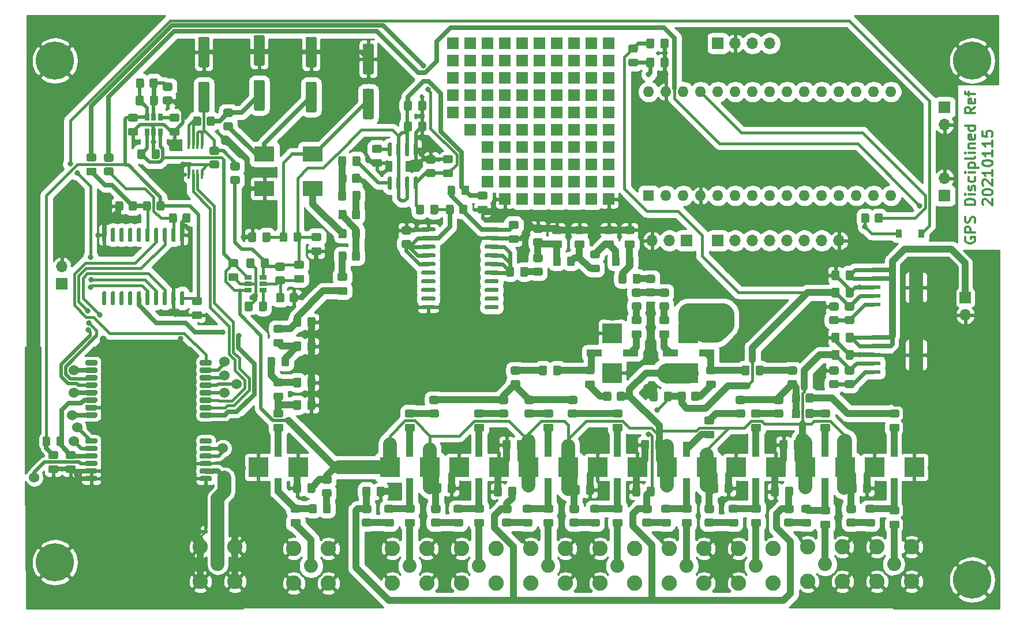
<source format=gbr>
%TF.GenerationSoftware,KiCad,Pcbnew,5.1.9-73d0e3b20d~88~ubuntu20.04.1*%
%TF.CreationDate,2021-01-15T18:11:00+02:00*%
%TF.ProjectId,gpsdo,67707364-6f2e-46b6-9963-61645f706362,rev?*%
%TF.SameCoordinates,PX3e22018PY7b2cf58*%
%TF.FileFunction,Copper,L1,Top*%
%TF.FilePolarity,Positive*%
%FSLAX46Y46*%
G04 Gerber Fmt 4.6, Leading zero omitted, Abs format (unit mm)*
G04 Created by KiCad (PCBNEW 5.1.9-73d0e3b20d~88~ubuntu20.04.1) date 2021-01-15 18:11:00*
%MOMM*%
%LPD*%
G01*
G04 APERTURE LIST*
%TA.AperFunction,NonConductor*%
%ADD10C,0.300000*%
%TD*%
%TA.AperFunction,ComponentPad*%
%ADD11R,1.700000X1.700000*%
%TD*%
%TA.AperFunction,SMDPad,CuDef*%
%ADD12C,1.524000*%
%TD*%
%TA.AperFunction,ComponentPad*%
%ADD13C,5.600000*%
%TD*%
%TA.AperFunction,SMDPad,CuDef*%
%ADD14R,2.200000X0.600000*%
%TD*%
%TA.AperFunction,SMDPad,CuDef*%
%ADD15R,2.150000X3.450000*%
%TD*%
%TA.AperFunction,ComponentPad*%
%ADD16C,0.508000*%
%TD*%
%TA.AperFunction,SMDPad,CuDef*%
%ADD17R,1.016000X2.200000*%
%TD*%
%TA.AperFunction,SMDPad,CuDef*%
%ADD18R,3.000000X3.000000*%
%TD*%
%TA.AperFunction,SMDPad,CuDef*%
%ADD19R,2.200000X1.016000*%
%TD*%
%TA.AperFunction,SMDPad,CuDef*%
%ADD20R,3.000000X2.280000*%
%TD*%
%TA.AperFunction,SMDPad,CuDef*%
%ADD21R,0.450000X1.450000*%
%TD*%
%TA.AperFunction,SMDPad,CuDef*%
%ADD22R,1.060000X0.650000*%
%TD*%
%TA.AperFunction,SMDPad,CuDef*%
%ADD23R,0.650000X1.060000*%
%TD*%
%TA.AperFunction,ComponentPad*%
%ADD24O,1.700000X1.700000*%
%TD*%
%TA.AperFunction,ComponentPad*%
%ADD25C,2.250000*%
%TD*%
%TA.AperFunction,ComponentPad*%
%ADD26C,2.050000*%
%TD*%
%TA.AperFunction,SMDPad,CuDef*%
%ADD27R,0.900000X1.200000*%
%TD*%
%TA.AperFunction,ComponentPad*%
%ADD28O,1.600000X1.600000*%
%TD*%
%TA.AperFunction,ComponentPad*%
%ADD29R,1.600000X1.600000*%
%TD*%
%TA.AperFunction,ViaPad*%
%ADD30C,0.800000*%
%TD*%
%TA.AperFunction,Conductor*%
%ADD31C,0.600000*%
%TD*%
%TA.AperFunction,Conductor*%
%ADD32C,0.650000*%
%TD*%
%TA.AperFunction,Conductor*%
%ADD33C,0.400000*%
%TD*%
%TA.AperFunction,Conductor*%
%ADD34C,1.000000*%
%TD*%
%TA.AperFunction,Conductor*%
%ADD35C,0.500000*%
%TD*%
%TA.AperFunction,Conductor*%
%ADD36C,0.450000*%
%TD*%
%TA.AperFunction,Conductor*%
%ADD37C,0.250000*%
%TD*%
%TA.AperFunction,Conductor*%
%ADD38C,2.000000*%
%TD*%
%TA.AperFunction,Conductor*%
%ADD39C,0.800000*%
%TD*%
%TA.AperFunction,Conductor*%
%ADD40C,3.000000*%
%TD*%
%TA.AperFunction,Conductor*%
%ADD41C,0.700000*%
%TD*%
%TA.AperFunction,Conductor*%
%ADD42C,0.254000*%
%TD*%
%TA.AperFunction,Conductor*%
%ADD43C,0.100000*%
%TD*%
G04 APERTURE END LIST*
D10*
X138691000Y55353429D02*
X138619571Y55210572D01*
X138619571Y54996286D01*
X138691000Y54782000D01*
X138833857Y54639143D01*
X138976714Y54567715D01*
X139262428Y54496286D01*
X139476714Y54496286D01*
X139762428Y54567715D01*
X139905285Y54639143D01*
X140048142Y54782000D01*
X140119571Y54996286D01*
X140119571Y55139143D01*
X140048142Y55353429D01*
X139976714Y55424858D01*
X139476714Y55424858D01*
X139476714Y55139143D01*
X140119571Y56067715D02*
X138619571Y56067715D01*
X138619571Y56639143D01*
X138691000Y56782000D01*
X138762428Y56853429D01*
X138905285Y56924858D01*
X139119571Y56924858D01*
X139262428Y56853429D01*
X139333857Y56782000D01*
X139405285Y56639143D01*
X139405285Y56067715D01*
X140048142Y57496286D02*
X140119571Y57710572D01*
X140119571Y58067715D01*
X140048142Y58210572D01*
X139976714Y58282000D01*
X139833857Y58353429D01*
X139691000Y58353429D01*
X139548142Y58282000D01*
X139476714Y58210572D01*
X139405285Y58067715D01*
X139333857Y57782000D01*
X139262428Y57639143D01*
X139191000Y57567715D01*
X139048142Y57496286D01*
X138905285Y57496286D01*
X138762428Y57567715D01*
X138691000Y57639143D01*
X138619571Y57782000D01*
X138619571Y58139143D01*
X138691000Y58353429D01*
X140119571Y60139143D02*
X138619571Y60139143D01*
X138619571Y60496286D01*
X138691000Y60710572D01*
X138833857Y60853429D01*
X138976714Y60924858D01*
X139262428Y60996286D01*
X139476714Y60996286D01*
X139762428Y60924858D01*
X139905285Y60853429D01*
X140048142Y60710572D01*
X140119571Y60496286D01*
X140119571Y60139143D01*
X140119571Y61639143D02*
X139119571Y61639143D01*
X138619571Y61639143D02*
X138691000Y61567715D01*
X138762428Y61639143D01*
X138691000Y61710572D01*
X138619571Y61639143D01*
X138762428Y61639143D01*
X140048142Y62282000D02*
X140119571Y62424858D01*
X140119571Y62710572D01*
X140048142Y62853429D01*
X139905285Y62924858D01*
X139833857Y62924858D01*
X139691000Y62853429D01*
X139619571Y62710572D01*
X139619571Y62496286D01*
X139548142Y62353429D01*
X139405285Y62282000D01*
X139333857Y62282000D01*
X139191000Y62353429D01*
X139119571Y62496286D01*
X139119571Y62710572D01*
X139191000Y62853429D01*
X140048142Y64210572D02*
X140119571Y64067715D01*
X140119571Y63782000D01*
X140048142Y63639143D01*
X139976714Y63567715D01*
X139833857Y63496286D01*
X139405285Y63496286D01*
X139262428Y63567715D01*
X139191000Y63639143D01*
X139119571Y63782000D01*
X139119571Y64067715D01*
X139191000Y64210572D01*
X140119571Y64853429D02*
X139119571Y64853429D01*
X138619571Y64853429D02*
X138691000Y64782000D01*
X138762428Y64853429D01*
X138691000Y64924858D01*
X138619571Y64853429D01*
X138762428Y64853429D01*
X139119571Y65567715D02*
X140619571Y65567715D01*
X139191000Y65567715D02*
X139119571Y65710572D01*
X139119571Y65996286D01*
X139191000Y66139143D01*
X139262428Y66210572D01*
X139405285Y66282000D01*
X139833857Y66282000D01*
X139976714Y66210572D01*
X140048142Y66139143D01*
X140119571Y65996286D01*
X140119571Y65710572D01*
X140048142Y65567715D01*
X140119571Y67139143D02*
X140048142Y66996286D01*
X139905285Y66924858D01*
X138619571Y66924858D01*
X140119571Y67710572D02*
X139119571Y67710572D01*
X138619571Y67710572D02*
X138691000Y67639143D01*
X138762428Y67710572D01*
X138691000Y67782000D01*
X138619571Y67710572D01*
X138762428Y67710572D01*
X139119571Y68424858D02*
X140119571Y68424858D01*
X139262428Y68424858D02*
X139191000Y68496286D01*
X139119571Y68639143D01*
X139119571Y68853429D01*
X139191000Y68996286D01*
X139333857Y69067715D01*
X140119571Y69067715D01*
X140048142Y70353429D02*
X140119571Y70210572D01*
X140119571Y69924858D01*
X140048142Y69782000D01*
X139905285Y69710572D01*
X139333857Y69710572D01*
X139191000Y69782000D01*
X139119571Y69924858D01*
X139119571Y70210572D01*
X139191000Y70353429D01*
X139333857Y70424858D01*
X139476714Y70424858D01*
X139619571Y69710572D01*
X140119571Y71710572D02*
X138619571Y71710572D01*
X140048142Y71710572D02*
X140119571Y71567715D01*
X140119571Y71282000D01*
X140048142Y71139143D01*
X139976714Y71067715D01*
X139833857Y70996286D01*
X139405285Y70996286D01*
X139262428Y71067715D01*
X139191000Y71139143D01*
X139119571Y71282000D01*
X139119571Y71567715D01*
X139191000Y71710572D01*
X140119571Y74424858D02*
X139405285Y73924858D01*
X140119571Y73567715D02*
X138619571Y73567715D01*
X138619571Y74139143D01*
X138691000Y74282000D01*
X138762428Y74353429D01*
X138905285Y74424858D01*
X139119571Y74424858D01*
X139262428Y74353429D01*
X139333857Y74282000D01*
X139405285Y74139143D01*
X139405285Y73567715D01*
X140048142Y75639143D02*
X140119571Y75496286D01*
X140119571Y75210572D01*
X140048142Y75067715D01*
X139905285Y74996286D01*
X139333857Y74996286D01*
X139191000Y75067715D01*
X139119571Y75210572D01*
X139119571Y75496286D01*
X139191000Y75639143D01*
X139333857Y75710572D01*
X139476714Y75710572D01*
X139619571Y74996286D01*
X139119571Y76139143D02*
X139119571Y76710572D01*
X140119571Y76353429D02*
X138833857Y76353429D01*
X138691000Y76424858D01*
X138619571Y76567715D01*
X138619571Y76710572D01*
X141312428Y60103429D02*
X141241000Y60174858D01*
X141169571Y60317715D01*
X141169571Y60674858D01*
X141241000Y60817715D01*
X141312428Y60889143D01*
X141455285Y60960572D01*
X141598142Y60960572D01*
X141812428Y60889143D01*
X142669571Y60032000D01*
X142669571Y60960572D01*
X141169571Y61889143D02*
X141169571Y62032000D01*
X141241000Y62174858D01*
X141312428Y62246286D01*
X141455285Y62317715D01*
X141741000Y62389143D01*
X142098142Y62389143D01*
X142383857Y62317715D01*
X142526714Y62246286D01*
X142598142Y62174858D01*
X142669571Y62032000D01*
X142669571Y61889143D01*
X142598142Y61746286D01*
X142526714Y61674858D01*
X142383857Y61603429D01*
X142098142Y61532000D01*
X141741000Y61532000D01*
X141455285Y61603429D01*
X141312428Y61674858D01*
X141241000Y61746286D01*
X141169571Y61889143D01*
X141312428Y62960572D02*
X141241000Y63032000D01*
X141169571Y63174858D01*
X141169571Y63532000D01*
X141241000Y63674858D01*
X141312428Y63746286D01*
X141455285Y63817715D01*
X141598142Y63817715D01*
X141812428Y63746286D01*
X142669571Y62889143D01*
X142669571Y63817715D01*
X142669571Y65246286D02*
X142669571Y64389143D01*
X142669571Y64817715D02*
X141169571Y64817715D01*
X141383857Y64674858D01*
X141526714Y64532000D01*
X141598142Y64389143D01*
X141169571Y66174858D02*
X141169571Y66317715D01*
X141241000Y66460572D01*
X141312428Y66532000D01*
X141455285Y66603429D01*
X141741000Y66674858D01*
X142098142Y66674858D01*
X142383857Y66603429D01*
X142526714Y66532000D01*
X142598142Y66460572D01*
X142669571Y66317715D01*
X142669571Y66174858D01*
X142598142Y66032000D01*
X142526714Y65960572D01*
X142383857Y65889143D01*
X142098142Y65817715D01*
X141741000Y65817715D01*
X141455285Y65889143D01*
X141312428Y65960572D01*
X141241000Y66032000D01*
X141169571Y66174858D01*
X142669571Y68103429D02*
X142669571Y67246286D01*
X142669571Y67674858D02*
X141169571Y67674858D01*
X141383857Y67532000D01*
X141526714Y67389143D01*
X141598142Y67246286D01*
X142669571Y69532000D02*
X142669571Y68674858D01*
X142669571Y69103429D02*
X141169571Y69103429D01*
X141383857Y68960572D01*
X141526714Y68817715D01*
X141598142Y68674858D01*
X141169571Y70889143D02*
X141169571Y70174858D01*
X141883857Y70103429D01*
X141812428Y70174858D01*
X141741000Y70317715D01*
X141741000Y70674858D01*
X141812428Y70817715D01*
X141883857Y70889143D01*
X142026714Y70960572D01*
X142383857Y70960572D01*
X142526714Y70889143D01*
X142598142Y70817715D01*
X142669571Y70674858D01*
X142669571Y70317715D01*
X142598142Y70174858D01*
X142526714Y70103429D01*
D11*
%TO.P,REF\u002A\u002A,1*%
%TO.N,N/C*%
X63500000Y73660000D03*
%TD*%
%TO.P,REF\u002A\u002A,1*%
%TO.N,N/C*%
X63500000Y76200000D03*
%TD*%
%TO.P,REF\u002A\u002A,1*%
%TO.N,N/C*%
X63500000Y78740000D03*
%TD*%
%TO.P,REF\u002A\u002A,1*%
%TO.N,N/C*%
X63500000Y81280000D03*
%TD*%
%TO.P,REF\u002A\u002A,1*%
%TO.N,N/C*%
X63500000Y83820000D03*
%TD*%
%TO.P,REF\u002A\u002A,1*%
%TO.N,N/C*%
X66040000Y71120000D03*
%TD*%
%TO.P,REF\u002A\u002A,1*%
%TO.N,N/C*%
X66040000Y73660000D03*
%TD*%
%TO.P,REF\u002A\u002A,1*%
%TO.N,N/C*%
X66040000Y76200000D03*
%TD*%
%TO.P,REF\u002A\u002A,1*%
%TO.N,N/C*%
X66040000Y78740000D03*
%TD*%
%TO.P,REF\u002A\u002A,1*%
%TO.N,N/C*%
X66040000Y81280000D03*
%TD*%
%TO.P,REF\u002A\u002A,1*%
%TO.N,N/C*%
X66040000Y83820000D03*
%TD*%
%TO.P,REF\u002A\u002A,1*%
%TO.N,N/C*%
X68580000Y63500000D03*
%TD*%
%TO.P,REF\u002A\u002A,1*%
%TO.N,N/C*%
X68580000Y66040000D03*
%TD*%
%TO.P,REF\u002A\u002A,1*%
%TO.N,N/C*%
X68580000Y68580000D03*
%TD*%
%TO.P,REF\u002A\u002A,1*%
%TO.N,N/C*%
X68580000Y71120000D03*
%TD*%
%TO.P,REF\u002A\u002A,1*%
%TO.N,N/C*%
X68580000Y73660000D03*
%TD*%
%TO.P,REF\u002A\u002A,1*%
%TO.N,N/C*%
X68580000Y76200000D03*
%TD*%
%TO.P,REF\u002A\u002A,1*%
%TO.N,N/C*%
X68580000Y78740000D03*
%TD*%
%TO.P,REF\u002A\u002A,1*%
%TO.N,N/C*%
X68580000Y81280000D03*
%TD*%
%TO.P,REF\u002A\u002A,1*%
%TO.N,N/C*%
X68580000Y83820000D03*
%TD*%
%TO.P,REF\u002A\u002A,1*%
%TO.N,GND*%
X71120000Y60960000D03*
%TD*%
%TO.P,REF\u002A\u002A,1*%
%TO.N,N/C*%
X71120000Y63500000D03*
%TD*%
%TO.P,REF\u002A\u002A,1*%
%TO.N,N/C*%
X71120000Y66040000D03*
%TD*%
%TO.P,REF\u002A\u002A,1*%
%TO.N,N/C*%
X71120000Y68580000D03*
%TD*%
%TO.P,REF\u002A\u002A,1*%
%TO.N,N/C*%
X71120000Y71120000D03*
%TD*%
%TO.P,REF\u002A\u002A,1*%
%TO.N,N/C*%
X71120000Y73660000D03*
%TD*%
%TO.P,REF\u002A\u002A,1*%
%TO.N,N/C*%
X71120000Y76200000D03*
%TD*%
%TO.P,REF\u002A\u002A,1*%
%TO.N,N/C*%
X71120000Y78740000D03*
%TD*%
%TO.P,REF\u002A\u002A,1*%
%TO.N,N/C*%
X71120000Y81280000D03*
%TD*%
%TO.P,REF\u002A\u002A,1*%
%TO.N,N/C*%
X71120000Y83820000D03*
%TD*%
%TO.P,REF\u002A\u002A,1*%
%TO.N,N/C*%
X73660000Y60960000D03*
%TD*%
%TO.P,REF\u002A\u002A,1*%
%TO.N,N/C*%
X73660000Y63500000D03*
%TD*%
%TO.P,REF\u002A\u002A,1*%
%TO.N,N/C*%
X73660000Y66040000D03*
%TD*%
%TO.P,REF\u002A\u002A,1*%
%TO.N,N/C*%
X73660000Y68580000D03*
%TD*%
%TO.P,REF\u002A\u002A,1*%
%TO.N,N/C*%
X73660000Y71120000D03*
%TD*%
%TO.P,REF\u002A\u002A,1*%
%TO.N,N/C*%
X73660000Y73660000D03*
%TD*%
%TO.P,REF\u002A\u002A,1*%
%TO.N,N/C*%
X73660000Y76200000D03*
%TD*%
%TO.P,REF\u002A\u002A,1*%
%TO.N,N/C*%
X73660000Y78740000D03*
%TD*%
%TO.P,REF\u002A\u002A,1*%
%TO.N,N/C*%
X73660000Y81280000D03*
%TD*%
%TO.P,REF\u002A\u002A,1*%
%TO.N,N/C*%
X73660000Y83820000D03*
%TD*%
%TO.P,REF\u002A\u002A,1*%
%TO.N,N/C*%
X76200000Y60960000D03*
%TD*%
%TO.P,REF\u002A\u002A,1*%
%TO.N,N/C*%
X76200000Y63500000D03*
%TD*%
%TO.P,REF\u002A\u002A,1*%
%TO.N,N/C*%
X76200000Y66040000D03*
%TD*%
%TO.P,REF\u002A\u002A,1*%
%TO.N,N/C*%
X76200000Y68580000D03*
%TD*%
%TO.P,REF\u002A\u002A,1*%
%TO.N,N/C*%
X76200000Y71120000D03*
%TD*%
%TO.P,REF\u002A\u002A,1*%
%TO.N,N/C*%
X76200000Y73660000D03*
%TD*%
%TO.P,REF\u002A\u002A,1*%
%TO.N,N/C*%
X76200000Y76200000D03*
%TD*%
%TO.P,REF\u002A\u002A,1*%
%TO.N,N/C*%
X76200000Y78740000D03*
%TD*%
%TO.P,REF\u002A\u002A,1*%
%TO.N,N/C*%
X76200000Y81280000D03*
%TD*%
%TO.P,REF\u002A\u002A,1*%
%TO.N,N/C*%
X76200000Y83820000D03*
%TD*%
%TO.P,REF\u002A\u002A,1*%
%TO.N,N/C*%
X78740000Y60960000D03*
%TD*%
%TO.P,REF\u002A\u002A,1*%
%TO.N,N/C*%
X78740000Y63500000D03*
%TD*%
%TO.P,REF\u002A\u002A,1*%
%TO.N,N/C*%
X78740000Y66040000D03*
%TD*%
%TO.P,REF\u002A\u002A,1*%
%TO.N,N/C*%
X78740000Y68580000D03*
%TD*%
%TO.P,REF\u002A\u002A,1*%
%TO.N,N/C*%
X78740000Y71120000D03*
%TD*%
%TO.P,REF\u002A\u002A,1*%
%TO.N,N/C*%
X78740000Y73660000D03*
%TD*%
%TO.P,REF\u002A\u002A,1*%
%TO.N,N/C*%
X78740000Y76200000D03*
%TD*%
%TO.P,REF\u002A\u002A,1*%
%TO.N,N/C*%
X78740000Y78740000D03*
%TD*%
%TO.P,REF\u002A\u002A,1*%
%TO.N,N/C*%
X78740000Y81280000D03*
%TD*%
%TO.P,REF\u002A\u002A,1*%
%TO.N,N/C*%
X78740000Y83820000D03*
%TD*%
%TO.P,REF\u002A\u002A,1*%
%TO.N,N/C*%
X81280000Y60960000D03*
%TD*%
%TO.P,REF\u002A\u002A,1*%
%TO.N,N/C*%
X81280000Y63500000D03*
%TD*%
%TO.P,REF\u002A\u002A,1*%
%TO.N,N/C*%
X81280000Y66040000D03*
%TD*%
%TO.P,REF\u002A\u002A,1*%
%TO.N,N/C*%
X81280000Y68580000D03*
%TD*%
%TO.P,REF\u002A\u002A,1*%
%TO.N,N/C*%
X81280000Y71120000D03*
%TD*%
%TO.P,REF\u002A\u002A,1*%
%TO.N,N/C*%
X81280000Y73660000D03*
%TD*%
%TO.P,REF\u002A\u002A,1*%
%TO.N,N/C*%
X81280000Y76200000D03*
%TD*%
%TO.P,REF\u002A\u002A,1*%
%TO.N,N/C*%
X81280000Y78740000D03*
%TD*%
%TO.P,REF\u002A\u002A,1*%
%TO.N,N/C*%
X81280000Y81280000D03*
%TD*%
%TO.P,REF\u002A\u002A,1*%
%TO.N,N/C*%
X81280000Y83820000D03*
%TD*%
%TO.P,REF\u002A\u002A,1*%
%TO.N,N/C*%
X83820000Y60960000D03*
%TD*%
%TO.P,REF\u002A\u002A,1*%
%TO.N,N/C*%
X83820000Y63500000D03*
%TD*%
%TO.P,REF\u002A\u002A,1*%
%TO.N,N/C*%
X83820000Y66040000D03*
%TD*%
%TO.P,REF\u002A\u002A,1*%
%TO.N,N/C*%
X83820000Y68580000D03*
%TD*%
%TO.P,REF\u002A\u002A,1*%
%TO.N,N/C*%
X83820000Y71120000D03*
%TD*%
%TO.P,REF\u002A\u002A,1*%
%TO.N,N/C*%
X83820000Y73660000D03*
%TD*%
%TO.P,REF\u002A\u002A,1*%
%TO.N,N/C*%
X83820000Y76200000D03*
%TD*%
%TO.P,REF\u002A\u002A,1*%
%TO.N,N/C*%
X83820000Y78740000D03*
%TD*%
%TO.P,REF\u002A\u002A,1*%
%TO.N,N/C*%
X83820000Y81280000D03*
%TD*%
%TO.P,REF\u002A\u002A,1*%
%TO.N,N/C*%
X83820000Y83820000D03*
%TD*%
%TO.P,REF\u002A\u002A,1*%
%TO.N,GND*%
X86360000Y60960000D03*
%TD*%
%TO.P,REF\u002A\u002A,1*%
%TO.N,N/C*%
X86360000Y63500000D03*
%TD*%
%TO.P,REF\u002A\u002A,1*%
%TO.N,N/C*%
X86360000Y66040000D03*
%TD*%
%TO.P,REF\u002A\u002A,1*%
%TO.N,N/C*%
X86360000Y68580000D03*
%TD*%
%TO.P,REF\u002A\u002A,1*%
%TO.N,N/C*%
X86360000Y71120000D03*
%TD*%
%TO.P,REF\u002A\u002A,1*%
%TO.N,N/C*%
X86360000Y73660000D03*
%TD*%
%TO.P,REF\u002A\u002A,1*%
%TO.N,N/C*%
X86360000Y76200000D03*
%TD*%
%TO.P,REF\u002A\u002A,1*%
%TO.N,N/C*%
X86360000Y78740000D03*
%TD*%
%TO.P,REF\u002A\u002A,1*%
%TO.N,N/C*%
X86360000Y81280000D03*
%TD*%
%TO.P,REF\u002A\u002A,1*%
%TO.N,N/C*%
X86360000Y83820000D03*
%TD*%
%TO.P,U6,28*%
%TO.N,GPS_TPLS*%
%TA.AperFunction,SMDPad,CuDef*%
G36*
G01*
X26296000Y36748000D02*
X26296000Y37148000D01*
G75*
G02*
X26496000Y37348000I200000J0D01*
G01*
X27896000Y37348000D01*
G75*
G02*
X28096000Y37148000I0J-200000D01*
G01*
X28096000Y36748000D01*
G75*
G02*
X27896000Y36548000I-200000J0D01*
G01*
X26496000Y36548000D01*
G75*
G02*
X26296000Y36748000I0J200000D01*
G01*
G37*
%TD.AperFunction*%
%TO.P,U6,27*%
%TO.N,Net-(J22-Pad1)*%
%TA.AperFunction,SMDPad,CuDef*%
G36*
G01*
X26296000Y35648000D02*
X26296000Y36048000D01*
G75*
G02*
X26496000Y36248000I200000J0D01*
G01*
X27896000Y36248000D01*
G75*
G02*
X28096000Y36048000I0J-200000D01*
G01*
X28096000Y35648000D01*
G75*
G02*
X27896000Y35448000I-200000J0D01*
G01*
X26496000Y35448000D01*
G75*
G02*
X26296000Y35648000I0J200000D01*
G01*
G37*
%TD.AperFunction*%
%TO.P,U6,26*%
%TO.N,Net-(J19-Pad1)*%
%TA.AperFunction,SMDPad,CuDef*%
G36*
G01*
X26296000Y34548000D02*
X26296000Y34948000D01*
G75*
G02*
X26496000Y35148000I200000J0D01*
G01*
X27896000Y35148000D01*
G75*
G02*
X28096000Y34948000I0J-200000D01*
G01*
X28096000Y34548000D01*
G75*
G02*
X27896000Y34348000I-200000J0D01*
G01*
X26496000Y34348000D01*
G75*
G02*
X26296000Y34548000I0J200000D01*
G01*
G37*
%TD.AperFunction*%
%TO.P,U6,25*%
%TO.N,Net-(J18-Pad1)*%
%TA.AperFunction,SMDPad,CuDef*%
G36*
G01*
X26296000Y33448000D02*
X26296000Y33848000D01*
G75*
G02*
X26496000Y34048000I200000J0D01*
G01*
X27896000Y34048000D01*
G75*
G02*
X28096000Y33848000I0J-200000D01*
G01*
X28096000Y33448000D01*
G75*
G02*
X27896000Y33248000I-200000J0D01*
G01*
X26496000Y33248000D01*
G75*
G02*
X26296000Y33448000I0J200000D01*
G01*
G37*
%TD.AperFunction*%
%TO.P,U6,24*%
%TO.N,Net-(J28-Pad1)*%
%TA.AperFunction,SMDPad,CuDef*%
G36*
G01*
X26296000Y32348000D02*
X26296000Y32748000D01*
G75*
G02*
X26496000Y32948000I200000J0D01*
G01*
X27896000Y32948000D01*
G75*
G02*
X28096000Y32748000I0J-200000D01*
G01*
X28096000Y32348000D01*
G75*
G02*
X27896000Y32148000I-200000J0D01*
G01*
X26496000Y32148000D01*
G75*
G02*
X26296000Y32348000I0J200000D01*
G01*
G37*
%TD.AperFunction*%
%TO.P,U6,23*%
%TO.N,DAC_SCL*%
%TA.AperFunction,SMDPad,CuDef*%
G36*
G01*
X26296000Y31248000D02*
X26296000Y31648000D01*
G75*
G02*
X26496000Y31848000I200000J0D01*
G01*
X27896000Y31848000D01*
G75*
G02*
X28096000Y31648000I0J-200000D01*
G01*
X28096000Y31248000D01*
G75*
G02*
X27896000Y31048000I-200000J0D01*
G01*
X26496000Y31048000D01*
G75*
G02*
X26296000Y31248000I0J200000D01*
G01*
G37*
%TD.AperFunction*%
%TO.P,U6,22*%
%TO.N,DAC_SDA*%
%TA.AperFunction,SMDPad,CuDef*%
G36*
G01*
X26296000Y30148000D02*
X26296000Y30548000D01*
G75*
G02*
X26496000Y30748000I200000J0D01*
G01*
X27896000Y30748000D01*
G75*
G02*
X28096000Y30548000I0J-200000D01*
G01*
X28096000Y30148000D01*
G75*
G02*
X27896000Y29948000I-200000J0D01*
G01*
X26496000Y29948000D01*
G75*
G02*
X26296000Y30148000I0J200000D01*
G01*
G37*
%TD.AperFunction*%
%TO.P,U6,21*%
%TO.N,GPS_RF_IN*%
%TA.AperFunction,SMDPad,CuDef*%
G36*
G01*
X26296000Y29048000D02*
X26296000Y29448000D01*
G75*
G02*
X26496000Y29648000I200000J0D01*
G01*
X27896000Y29648000D01*
G75*
G02*
X28096000Y29448000I0J-200000D01*
G01*
X28096000Y29048000D01*
G75*
G02*
X27896000Y28848000I-200000J0D01*
G01*
X26496000Y28848000D01*
G75*
G02*
X26296000Y29048000I0J200000D01*
G01*
G37*
%TD.AperFunction*%
%TO.P,U6,20*%
%TO.N,Net-(U6-Pad20)*%
%TA.AperFunction,SMDPad,CuDef*%
G36*
G01*
X26296000Y25248000D02*
X26296000Y25648000D01*
G75*
G02*
X26496000Y25848000I200000J0D01*
G01*
X27896000Y25848000D01*
G75*
G02*
X28096000Y25648000I0J-200000D01*
G01*
X28096000Y25248000D01*
G75*
G02*
X27896000Y25048000I-200000J0D01*
G01*
X26496000Y25048000D01*
G75*
G02*
X26296000Y25248000I0J200000D01*
G01*
G37*
%TD.AperFunction*%
%TO.P,U6,19*%
%TO.N,Net-(J29-Pad1)*%
%TA.AperFunction,SMDPad,CuDef*%
G36*
G01*
X26296000Y24148000D02*
X26296000Y24548000D01*
G75*
G02*
X26496000Y24748000I200000J0D01*
G01*
X27896000Y24748000D01*
G75*
G02*
X28096000Y24548000I0J-200000D01*
G01*
X28096000Y24148000D01*
G75*
G02*
X27896000Y23948000I-200000J0D01*
G01*
X26496000Y23948000D01*
G75*
G02*
X26296000Y24148000I0J200000D01*
G01*
G37*
%TD.AperFunction*%
%TO.P,U6,18*%
%TA.AperFunction,SMDPad,CuDef*%
G36*
G01*
X26296000Y23048000D02*
X26296000Y23448000D01*
G75*
G02*
X26496000Y23648000I200000J0D01*
G01*
X27896000Y23648000D01*
G75*
G02*
X28096000Y23448000I0J-200000D01*
G01*
X28096000Y23048000D01*
G75*
G02*
X27896000Y22848000I-200000J0D01*
G01*
X26496000Y22848000D01*
G75*
G02*
X26296000Y23048000I0J200000D01*
G01*
G37*
%TD.AperFunction*%
%TO.P,U6,17*%
%TO.N,GND*%
%TA.AperFunction,SMDPad,CuDef*%
G36*
G01*
X26296000Y21948000D02*
X26296000Y22348000D01*
G75*
G02*
X26496000Y22548000I200000J0D01*
G01*
X27896000Y22548000D01*
G75*
G02*
X28096000Y22348000I0J-200000D01*
G01*
X28096000Y21948000D01*
G75*
G02*
X27896000Y21748000I-200000J0D01*
G01*
X26496000Y21748000D01*
G75*
G02*
X26296000Y21948000I0J200000D01*
G01*
G37*
%TD.AperFunction*%
%TO.P,U6,16*%
%TO.N,GPS_ANTENNA*%
%TA.AperFunction,SMDPad,CuDef*%
G36*
G01*
X26296000Y20848000D02*
X26296000Y21248000D01*
G75*
G02*
X26496000Y21448000I200000J0D01*
G01*
X27896000Y21448000D01*
G75*
G02*
X28096000Y21248000I0J-200000D01*
G01*
X28096000Y20848000D01*
G75*
G02*
X27896000Y20648000I-200000J0D01*
G01*
X26496000Y20648000D01*
G75*
G02*
X26296000Y20848000I0J200000D01*
G01*
G37*
%TD.AperFunction*%
%TO.P,U6,15*%
%TO.N,GND*%
%TA.AperFunction,SMDPad,CuDef*%
G36*
G01*
X26296000Y19748000D02*
X26296000Y20148000D01*
G75*
G02*
X26496000Y20348000I200000J0D01*
G01*
X27896000Y20348000D01*
G75*
G02*
X28096000Y20148000I0J-200000D01*
G01*
X28096000Y19748000D01*
G75*
G02*
X27896000Y19548000I-200000J0D01*
G01*
X26496000Y19548000D01*
G75*
G02*
X26296000Y19748000I0J200000D01*
G01*
G37*
%TD.AperFunction*%
%TO.P,U6,14*%
%TA.AperFunction,SMDPad,CuDef*%
G36*
G01*
X9496000Y19748000D02*
X9496000Y20148000D01*
G75*
G02*
X9696000Y20348000I200000J0D01*
G01*
X11096000Y20348000D01*
G75*
G02*
X11296000Y20148000I0J-200000D01*
G01*
X11296000Y19748000D01*
G75*
G02*
X11096000Y19548000I-200000J0D01*
G01*
X9696000Y19548000D01*
G75*
G02*
X9496000Y19748000I0J200000D01*
G01*
G37*
%TD.AperFunction*%
%TO.P,U6,13*%
%TA.AperFunction,SMDPad,CuDef*%
G36*
G01*
X9496000Y20848000D02*
X9496000Y21248000D01*
G75*
G02*
X9696000Y21448000I200000J0D01*
G01*
X11096000Y21448000D01*
G75*
G02*
X11296000Y21248000I0J-200000D01*
G01*
X11296000Y20848000D01*
G75*
G02*
X11096000Y20648000I-200000J0D01*
G01*
X9696000Y20648000D01*
G75*
G02*
X9496000Y20848000I0J200000D01*
G01*
G37*
%TD.AperFunction*%
%TO.P,U6,12*%
%TO.N,Net-(J23-Pad1)*%
%TA.AperFunction,SMDPad,CuDef*%
G36*
G01*
X9496000Y21948000D02*
X9496000Y22348000D01*
G75*
G02*
X9696000Y22548000I200000J0D01*
G01*
X11096000Y22548000D01*
G75*
G02*
X11296000Y22348000I0J-200000D01*
G01*
X11296000Y21948000D01*
G75*
G02*
X11096000Y21748000I-200000J0D01*
G01*
X9696000Y21748000D01*
G75*
G02*
X9496000Y21948000I0J200000D01*
G01*
G37*
%TD.AperFunction*%
%TO.P,U6,11*%
%TO.N,Net-(C17-Pad2)*%
%TA.AperFunction,SMDPad,CuDef*%
G36*
G01*
X9496000Y23048000D02*
X9496000Y23448000D01*
G75*
G02*
X9696000Y23648000I200000J0D01*
G01*
X11096000Y23648000D01*
G75*
G02*
X11296000Y23448000I0J-200000D01*
G01*
X11296000Y23048000D01*
G75*
G02*
X11096000Y22848000I-200000J0D01*
G01*
X9696000Y22848000D01*
G75*
G02*
X9496000Y23048000I0J200000D01*
G01*
G37*
%TD.AperFunction*%
%TO.P,U6,10*%
%TO.N,Net-(J24-Pad1)*%
%TA.AperFunction,SMDPad,CuDef*%
G36*
G01*
X9496000Y24148000D02*
X9496000Y24548000D01*
G75*
G02*
X9696000Y24748000I200000J0D01*
G01*
X11096000Y24748000D01*
G75*
G02*
X11296000Y24548000I0J-200000D01*
G01*
X11296000Y24148000D01*
G75*
G02*
X11096000Y23948000I-200000J0D01*
G01*
X9696000Y23948000D01*
G75*
G02*
X9496000Y24148000I0J200000D01*
G01*
G37*
%TD.AperFunction*%
%TO.P,U6,9*%
%TO.N,Net-(J26-Pad1)*%
%TA.AperFunction,SMDPad,CuDef*%
G36*
G01*
X9496000Y25248000D02*
X9496000Y25648000D01*
G75*
G02*
X9696000Y25848000I200000J0D01*
G01*
X11096000Y25848000D01*
G75*
G02*
X11296000Y25648000I0J-200000D01*
G01*
X11296000Y25248000D01*
G75*
G02*
X11096000Y25048000I-200000J0D01*
G01*
X9696000Y25048000D01*
G75*
G02*
X9496000Y25248000I0J200000D01*
G01*
G37*
%TD.AperFunction*%
%TO.P,U6,8*%
%TO.N,Net-(J27-Pad1)*%
%TA.AperFunction,SMDPad,CuDef*%
G36*
G01*
X9496000Y29048000D02*
X9496000Y29448000D01*
G75*
G02*
X9696000Y29648000I200000J0D01*
G01*
X11096000Y29648000D01*
G75*
G02*
X11296000Y29448000I0J-200000D01*
G01*
X11296000Y29048000D01*
G75*
G02*
X11096000Y28848000I-200000J0D01*
G01*
X9696000Y28848000D01*
G75*
G02*
X9496000Y29048000I0J200000D01*
G01*
G37*
%TD.AperFunction*%
%TO.P,U6,7*%
%TO.N,GND*%
%TA.AperFunction,SMDPad,CuDef*%
G36*
G01*
X9496000Y30148000D02*
X9496000Y30548000D01*
G75*
G02*
X9696000Y30748000I200000J0D01*
G01*
X11096000Y30748000D01*
G75*
G02*
X11296000Y30548000I0J-200000D01*
G01*
X11296000Y30148000D01*
G75*
G02*
X11096000Y29948000I-200000J0D01*
G01*
X9696000Y29948000D01*
G75*
G02*
X9496000Y30148000I0J200000D01*
G01*
G37*
%TD.AperFunction*%
%TO.P,U6,6*%
%TO.N,Net-(C17-Pad2)*%
%TA.AperFunction,SMDPad,CuDef*%
G36*
G01*
X9496000Y31248000D02*
X9496000Y31648000D01*
G75*
G02*
X9696000Y31848000I200000J0D01*
G01*
X11096000Y31848000D01*
G75*
G02*
X11296000Y31648000I0J-200000D01*
G01*
X11296000Y31248000D01*
G75*
G02*
X11096000Y31048000I-200000J0D01*
G01*
X9696000Y31048000D01*
G75*
G02*
X9496000Y31248000I0J200000D01*
G01*
G37*
%TD.AperFunction*%
%TO.P,U6,5*%
%TO.N,Net-(J25-Pad1)*%
%TA.AperFunction,SMDPad,CuDef*%
G36*
G01*
X9496000Y32348000D02*
X9496000Y32748000D01*
G75*
G02*
X9696000Y32948000I200000J0D01*
G01*
X11096000Y32948000D01*
G75*
G02*
X11296000Y32748000I0J-200000D01*
G01*
X11296000Y32348000D01*
G75*
G02*
X11096000Y32148000I-200000J0D01*
G01*
X9696000Y32148000D01*
G75*
G02*
X9496000Y32348000I0J200000D01*
G01*
G37*
%TD.AperFunction*%
%TO.P,U6,4*%
%TO.N,GPS_RX*%
%TA.AperFunction,SMDPad,CuDef*%
G36*
G01*
X9496000Y33448000D02*
X9496000Y33848000D01*
G75*
G02*
X9696000Y34048000I200000J0D01*
G01*
X11096000Y34048000D01*
G75*
G02*
X11296000Y33848000I0J-200000D01*
G01*
X11296000Y33448000D01*
G75*
G02*
X11096000Y33248000I-200000J0D01*
G01*
X9696000Y33248000D01*
G75*
G02*
X9496000Y33448000I0J200000D01*
G01*
G37*
%TD.AperFunction*%
%TO.P,U6,3*%
%TO.N,GPS_TX*%
%TA.AperFunction,SMDPad,CuDef*%
G36*
G01*
X9496000Y34548000D02*
X9496000Y34948000D01*
G75*
G02*
X9696000Y35148000I200000J0D01*
G01*
X11096000Y35148000D01*
G75*
G02*
X11296000Y34948000I0J-200000D01*
G01*
X11296000Y34548000D01*
G75*
G02*
X11096000Y34348000I-200000J0D01*
G01*
X9696000Y34348000D01*
G75*
G02*
X9496000Y34548000I0J200000D01*
G01*
G37*
%TD.AperFunction*%
%TO.P,U6,2*%
%TO.N,Net-(J21-Pad1)*%
%TA.AperFunction,SMDPad,CuDef*%
G36*
G01*
X9496000Y35648000D02*
X9496000Y36048000D01*
G75*
G02*
X9696000Y36248000I200000J0D01*
G01*
X11096000Y36248000D01*
G75*
G02*
X11296000Y36048000I0J-200000D01*
G01*
X11296000Y35648000D01*
G75*
G02*
X11096000Y35448000I-200000J0D01*
G01*
X9696000Y35448000D01*
G75*
G02*
X9496000Y35648000I0J200000D01*
G01*
G37*
%TD.AperFunction*%
%TO.P,U6,1*%
%TO.N,Net-(J20-Pad1)*%
%TA.AperFunction,SMDPad,CuDef*%
G36*
G01*
X9496000Y36748000D02*
X9496000Y37148000D01*
G75*
G02*
X9696000Y37348000I200000J0D01*
G01*
X11096000Y37348000D01*
G75*
G02*
X11296000Y37148000I0J-200000D01*
G01*
X11296000Y36748000D01*
G75*
G02*
X11096000Y36548000I-200000J0D01*
G01*
X9696000Y36548000D01*
G75*
G02*
X9496000Y36748000I0J200000D01*
G01*
G37*
%TD.AperFunction*%
%TD*%
%TO.P,C20,2*%
%TO.N,GND*%
%TA.AperFunction,SMDPad,CuDef*%
G36*
G01*
X43222400Y80298000D02*
X42121600Y80298000D01*
G75*
G02*
X41872000Y80547600I0J249600D01*
G01*
X41872000Y84548400D01*
G75*
G02*
X42121600Y84798000I249600J0D01*
G01*
X43222400Y84798000D01*
G75*
G02*
X43472000Y84548400I0J-249600D01*
G01*
X43472000Y80547600D01*
G75*
G02*
X43222400Y80298000I-249600J0D01*
G01*
G37*
%TD.AperFunction*%
%TO.P,C20,1*%
%TO.N,Net-(C20-Pad1)*%
%TA.AperFunction,SMDPad,CuDef*%
G36*
G01*
X43222400Y73698000D02*
X42121600Y73698000D01*
G75*
G02*
X41872000Y73947600I0J249600D01*
G01*
X41872000Y77948400D01*
G75*
G02*
X42121600Y78198000I249600J0D01*
G01*
X43222400Y78198000D01*
G75*
G02*
X43472000Y77948400I0J-249600D01*
G01*
X43472000Y73947600D01*
G75*
G02*
X43222400Y73698000I-249600J0D01*
G01*
G37*
%TD.AperFunction*%
%TD*%
%TO.P,C19,2*%
%TO.N,GND*%
%TA.AperFunction,SMDPad,CuDef*%
G36*
G01*
X35602400Y80552000D02*
X34501600Y80552000D01*
G75*
G02*
X34252000Y80801600I0J249600D01*
G01*
X34252000Y84802400D01*
G75*
G02*
X34501600Y85052000I249600J0D01*
G01*
X35602400Y85052000D01*
G75*
G02*
X35852000Y84802400I0J-249600D01*
G01*
X35852000Y80801600D01*
G75*
G02*
X35602400Y80552000I-249600J0D01*
G01*
G37*
%TD.AperFunction*%
%TO.P,C19,1*%
%TO.N,Net-(C19-Pad1)*%
%TA.AperFunction,SMDPad,CuDef*%
G36*
G01*
X35602400Y73952000D02*
X34501600Y73952000D01*
G75*
G02*
X34252000Y74201600I0J249600D01*
G01*
X34252000Y78202400D01*
G75*
G02*
X34501600Y78452000I249600J0D01*
G01*
X35602400Y78452000D01*
G75*
G02*
X35852000Y78202400I0J-249600D01*
G01*
X35852000Y74201600D01*
G75*
G02*
X35602400Y73952000I-249600J0D01*
G01*
G37*
%TD.AperFunction*%
%TD*%
%TO.P,C18,2*%
%TO.N,GND*%
%TA.AperFunction,SMDPad,CuDef*%
G36*
G01*
X27474400Y80298000D02*
X26373600Y80298000D01*
G75*
G02*
X26124000Y80547600I0J249600D01*
G01*
X26124000Y84548400D01*
G75*
G02*
X26373600Y84798000I249600J0D01*
G01*
X27474400Y84798000D01*
G75*
G02*
X27724000Y84548400I0J-249600D01*
G01*
X27724000Y80547600D01*
G75*
G02*
X27474400Y80298000I-249600J0D01*
G01*
G37*
%TD.AperFunction*%
%TO.P,C18,1*%
%TO.N,Net-(C18-Pad1)*%
%TA.AperFunction,SMDPad,CuDef*%
G36*
G01*
X27474400Y73698000D02*
X26373600Y73698000D01*
G75*
G02*
X26124000Y73947600I0J249600D01*
G01*
X26124000Y77948400D01*
G75*
G02*
X26373600Y78198000I249600J0D01*
G01*
X27474400Y78198000D01*
G75*
G02*
X27724000Y77948400I0J-249600D01*
G01*
X27724000Y73947600D01*
G75*
G02*
X27474400Y73698000I-249600J0D01*
G01*
G37*
%TD.AperFunction*%
%TD*%
%TO.P,C13,2*%
%TO.N,GND*%
%TA.AperFunction,SMDPad,CuDef*%
G36*
G01*
X51604400Y79282000D02*
X50503600Y79282000D01*
G75*
G02*
X50254000Y79531600I0J249600D01*
G01*
X50254000Y83532400D01*
G75*
G02*
X50503600Y83782000I249600J0D01*
G01*
X51604400Y83782000D01*
G75*
G02*
X51854000Y83532400I0J-249600D01*
G01*
X51854000Y79531600D01*
G75*
G02*
X51604400Y79282000I-249600J0D01*
G01*
G37*
%TD.AperFunction*%
%TO.P,C13,1*%
%TO.N,Net-(C13-Pad1)*%
%TA.AperFunction,SMDPad,CuDef*%
G36*
G01*
X51604400Y72682000D02*
X50503600Y72682000D01*
G75*
G02*
X50254000Y72931600I0J249600D01*
G01*
X50254000Y76932400D01*
G75*
G02*
X50503600Y77182000I249600J0D01*
G01*
X51604400Y77182000D01*
G75*
G02*
X51854000Y76932400I0J-249600D01*
G01*
X51854000Y72931600D01*
G75*
G02*
X51604400Y72682000I-249600J0D01*
G01*
G37*
%TD.AperFunction*%
%TD*%
D12*
%TO.P,J29,1*%
%TO.N,Net-(J29-Pad1)*%
X29718000Y24384000D03*
%TD*%
%TO.P,J28,1*%
%TO.N,Net-(J28-Pad1)*%
X29972000Y32512000D03*
%TD*%
%TO.P,J27,1*%
%TO.N,Net-(J27-Pad1)*%
X7620000Y29210000D03*
%TD*%
%TO.P,J26,1*%
%TO.N,Net-(J26-Pad1)*%
X8382000Y27432000D03*
%TD*%
%TO.P,J25,1*%
%TO.N,Net-(J25-Pad1)*%
X7874000Y32512000D03*
%TD*%
%TO.P,J24,1*%
%TO.N,Net-(J24-Pad1)*%
X7874000Y25400000D03*
%TD*%
%TO.P,J23,1*%
%TO.N,Net-(J23-Pad1)*%
X2032000Y20066000D03*
%TD*%
%TO.P,J22,1*%
%TO.N,Net-(J22-Pad1)*%
X29972000Y37084000D03*
%TD*%
%TO.P,J21,1*%
%TO.N,Net-(J21-Pad1)*%
X7874000Y35814000D03*
%TD*%
%TO.P,J19,1*%
%TO.N,Net-(J19-Pad1)*%
X29972000Y35052000D03*
%TD*%
%TO.P,J18,1*%
%TO.N,Net-(J18-Pad1)*%
X31750000Y33782000D03*
%TD*%
%TO.P,U4,20*%
%TO.N,V_GPS*%
%TA.AperFunction,SMDPad,CuDef*%
G36*
G01*
X23599000Y47429000D02*
X23899000Y47429000D01*
G75*
G02*
X24049000Y47279000I0J-150000D01*
G01*
X24049000Y45529000D01*
G75*
G02*
X23899000Y45379000I-150000J0D01*
G01*
X23599000Y45379000D01*
G75*
G02*
X23449000Y45529000I0J150000D01*
G01*
X23449000Y47279000D01*
G75*
G02*
X23599000Y47429000I150000J0D01*
G01*
G37*
%TD.AperFunction*%
%TO.P,U4,19*%
%TO.N,GND*%
%TA.AperFunction,SMDPad,CuDef*%
G36*
G01*
X22329000Y47429000D02*
X22629000Y47429000D01*
G75*
G02*
X22779000Y47279000I0J-150000D01*
G01*
X22779000Y45529000D01*
G75*
G02*
X22629000Y45379000I-150000J0D01*
G01*
X22329000Y45379000D01*
G75*
G02*
X22179000Y45529000I0J150000D01*
G01*
X22179000Y47279000D01*
G75*
G02*
X22329000Y47429000I150000J0D01*
G01*
G37*
%TD.AperFunction*%
%TO.P,U4,18*%
%TO.N,GPS_RX*%
%TA.AperFunction,SMDPad,CuDef*%
G36*
G01*
X21059000Y47429000D02*
X21359000Y47429000D01*
G75*
G02*
X21509000Y47279000I0J-150000D01*
G01*
X21509000Y45529000D01*
G75*
G02*
X21359000Y45379000I-150000J0D01*
G01*
X21059000Y45379000D01*
G75*
G02*
X20909000Y45529000I0J150000D01*
G01*
X20909000Y47279000D01*
G75*
G02*
X21059000Y47429000I150000J0D01*
G01*
G37*
%TD.AperFunction*%
%TO.P,U4,17*%
%TO.N,Net-(D4-Pad1)*%
%TA.AperFunction,SMDPad,CuDef*%
G36*
G01*
X19789000Y47429000D02*
X20089000Y47429000D01*
G75*
G02*
X20239000Y47279000I0J-150000D01*
G01*
X20239000Y45529000D01*
G75*
G02*
X20089000Y45379000I-150000J0D01*
G01*
X19789000Y45379000D01*
G75*
G02*
X19639000Y45529000I0J150000D01*
G01*
X19639000Y47279000D01*
G75*
G02*
X19789000Y47429000I150000J0D01*
G01*
G37*
%TD.AperFunction*%
%TO.P,U4,16*%
%TO.N,TIMEPULSE*%
%TA.AperFunction,SMDPad,CuDef*%
G36*
G01*
X18519000Y47429000D02*
X18819000Y47429000D01*
G75*
G02*
X18969000Y47279000I0J-150000D01*
G01*
X18969000Y45529000D01*
G75*
G02*
X18819000Y45379000I-150000J0D01*
G01*
X18519000Y45379000D01*
G75*
G02*
X18369000Y45529000I0J150000D01*
G01*
X18369000Y47279000D01*
G75*
G02*
X18519000Y47429000I150000J0D01*
G01*
G37*
%TD.AperFunction*%
%TO.P,U4,15*%
%TO.N,GPS_RF_IN*%
%TA.AperFunction,SMDPad,CuDef*%
G36*
G01*
X17249000Y47429000D02*
X17549000Y47429000D01*
G75*
G02*
X17699000Y47279000I0J-150000D01*
G01*
X17699000Y45529000D01*
G75*
G02*
X17549000Y45379000I-150000J0D01*
G01*
X17249000Y45379000D01*
G75*
G02*
X17099000Y45529000I0J150000D01*
G01*
X17099000Y47279000D01*
G75*
G02*
X17249000Y47429000I150000J0D01*
G01*
G37*
%TD.AperFunction*%
%TO.P,U4,14*%
%TO.N,Net-(U4-Pad14)*%
%TA.AperFunction,SMDPad,CuDef*%
G36*
G01*
X15979000Y47429000D02*
X16279000Y47429000D01*
G75*
G02*
X16429000Y47279000I0J-150000D01*
G01*
X16429000Y45529000D01*
G75*
G02*
X16279000Y45379000I-150000J0D01*
G01*
X15979000Y45379000D01*
G75*
G02*
X15829000Y45529000I0J150000D01*
G01*
X15829000Y47279000D01*
G75*
G02*
X15979000Y47429000I150000J0D01*
G01*
G37*
%TD.AperFunction*%
%TO.P,U4,13*%
%TO.N,Net-(U4-Pad13)*%
%TA.AperFunction,SMDPad,CuDef*%
G36*
G01*
X14709000Y47429000D02*
X15009000Y47429000D01*
G75*
G02*
X15159000Y47279000I0J-150000D01*
G01*
X15159000Y45529000D01*
G75*
G02*
X15009000Y45379000I-150000J0D01*
G01*
X14709000Y45379000D01*
G75*
G02*
X14559000Y45529000I0J150000D01*
G01*
X14559000Y47279000D01*
G75*
G02*
X14709000Y47429000I150000J0D01*
G01*
G37*
%TD.AperFunction*%
%TO.P,U4,12*%
%TO.N,Net-(U4-Pad12)*%
%TA.AperFunction,SMDPad,CuDef*%
G36*
G01*
X13439000Y47429000D02*
X13739000Y47429000D01*
G75*
G02*
X13889000Y47279000I0J-150000D01*
G01*
X13889000Y45529000D01*
G75*
G02*
X13739000Y45379000I-150000J0D01*
G01*
X13439000Y45379000D01*
G75*
G02*
X13289000Y45529000I0J150000D01*
G01*
X13289000Y47279000D01*
G75*
G02*
X13439000Y47429000I150000J0D01*
G01*
G37*
%TD.AperFunction*%
%TO.P,U4,11*%
%TO.N,Net-(U4-Pad11)*%
%TA.AperFunction,SMDPad,CuDef*%
G36*
G01*
X12169000Y47429000D02*
X12469000Y47429000D01*
G75*
G02*
X12619000Y47279000I0J-150000D01*
G01*
X12619000Y45529000D01*
G75*
G02*
X12469000Y45379000I-150000J0D01*
G01*
X12169000Y45379000D01*
G75*
G02*
X12019000Y45529000I0J150000D01*
G01*
X12019000Y47279000D01*
G75*
G02*
X12169000Y47429000I150000J0D01*
G01*
G37*
%TD.AperFunction*%
%TO.P,U4,10*%
%TO.N,GND*%
%TA.AperFunction,SMDPad,CuDef*%
G36*
G01*
X12169000Y56729000D02*
X12469000Y56729000D01*
G75*
G02*
X12619000Y56579000I0J-150000D01*
G01*
X12619000Y54829000D01*
G75*
G02*
X12469000Y54679000I-150000J0D01*
G01*
X12169000Y54679000D01*
G75*
G02*
X12019000Y54829000I0J150000D01*
G01*
X12019000Y56579000D01*
G75*
G02*
X12169000Y56729000I150000J0D01*
G01*
G37*
%TD.AperFunction*%
%TO.P,U4,9*%
%TO.N,Net-(U4-Pad9)*%
%TA.AperFunction,SMDPad,CuDef*%
G36*
G01*
X13439000Y56729000D02*
X13739000Y56729000D01*
G75*
G02*
X13889000Y56579000I0J-150000D01*
G01*
X13889000Y54829000D01*
G75*
G02*
X13739000Y54679000I-150000J0D01*
G01*
X13439000Y54679000D01*
G75*
G02*
X13289000Y54829000I0J150000D01*
G01*
X13289000Y56579000D01*
G75*
G02*
X13439000Y56729000I150000J0D01*
G01*
G37*
%TD.AperFunction*%
%TO.P,U4,8*%
%TO.N,Net-(U4-Pad8)*%
%TA.AperFunction,SMDPad,CuDef*%
G36*
G01*
X14709000Y56729000D02*
X15009000Y56729000D01*
G75*
G02*
X15159000Y56579000I0J-150000D01*
G01*
X15159000Y54829000D01*
G75*
G02*
X15009000Y54679000I-150000J0D01*
G01*
X14709000Y54679000D01*
G75*
G02*
X14559000Y54829000I0J150000D01*
G01*
X14559000Y56579000D01*
G75*
G02*
X14709000Y56729000I150000J0D01*
G01*
G37*
%TD.AperFunction*%
%TO.P,U4,7*%
%TO.N,Net-(U4-Pad7)*%
%TA.AperFunction,SMDPad,CuDef*%
G36*
G01*
X15979000Y56729000D02*
X16279000Y56729000D01*
G75*
G02*
X16429000Y56579000I0J-150000D01*
G01*
X16429000Y54829000D01*
G75*
G02*
X16279000Y54679000I-150000J0D01*
G01*
X15979000Y54679000D01*
G75*
G02*
X15829000Y54829000I0J150000D01*
G01*
X15829000Y56579000D01*
G75*
G02*
X15979000Y56729000I150000J0D01*
G01*
G37*
%TD.AperFunction*%
%TO.P,U4,6*%
%TO.N,Net-(U4-Pad6)*%
%TA.AperFunction,SMDPad,CuDef*%
G36*
G01*
X17249000Y56729000D02*
X17549000Y56729000D01*
G75*
G02*
X17699000Y56579000I0J-150000D01*
G01*
X17699000Y54829000D01*
G75*
G02*
X17549000Y54679000I-150000J0D01*
G01*
X17249000Y54679000D01*
G75*
G02*
X17099000Y54829000I0J150000D01*
G01*
X17099000Y56579000D01*
G75*
G02*
X17249000Y56729000I150000J0D01*
G01*
G37*
%TD.AperFunction*%
%TO.P,U4,5*%
%TO.N,Net-(C1-Pad2)*%
%TA.AperFunction,SMDPad,CuDef*%
G36*
G01*
X18519000Y56729000D02*
X18819000Y56729000D01*
G75*
G02*
X18969000Y56579000I0J-150000D01*
G01*
X18969000Y54829000D01*
G75*
G02*
X18819000Y54679000I-150000J0D01*
G01*
X18519000Y54679000D01*
G75*
G02*
X18369000Y54829000I0J150000D01*
G01*
X18369000Y56579000D01*
G75*
G02*
X18519000Y56729000I150000J0D01*
G01*
G37*
%TD.AperFunction*%
%TO.P,U4,4*%
%TO.N,GPS_TPLS*%
%TA.AperFunction,SMDPad,CuDef*%
G36*
G01*
X19789000Y56729000D02*
X20089000Y56729000D01*
G75*
G02*
X20239000Y56579000I0J-150000D01*
G01*
X20239000Y54829000D01*
G75*
G02*
X20089000Y54679000I-150000J0D01*
G01*
X19789000Y54679000D01*
G75*
G02*
X19639000Y54829000I0J150000D01*
G01*
X19639000Y56579000D01*
G75*
G02*
X19789000Y56729000I150000J0D01*
G01*
G37*
%TD.AperFunction*%
%TO.P,U4,3*%
%TO.N,GPS_TX*%
%TA.AperFunction,SMDPad,CuDef*%
G36*
G01*
X21059000Y56729000D02*
X21359000Y56729000D01*
G75*
G02*
X21509000Y56579000I0J-150000D01*
G01*
X21509000Y54829000D01*
G75*
G02*
X21359000Y54679000I-150000J0D01*
G01*
X21059000Y54679000D01*
G75*
G02*
X20909000Y54829000I0J150000D01*
G01*
X20909000Y56579000D01*
G75*
G02*
X21059000Y56729000I150000J0D01*
G01*
G37*
%TD.AperFunction*%
%TO.P,U4,2*%
%TO.N,Net-(R3-Pad1)*%
%TA.AperFunction,SMDPad,CuDef*%
G36*
G01*
X22329000Y56729000D02*
X22629000Y56729000D01*
G75*
G02*
X22779000Y56579000I0J-150000D01*
G01*
X22779000Y54829000D01*
G75*
G02*
X22629000Y54679000I-150000J0D01*
G01*
X22329000Y54679000D01*
G75*
G02*
X22179000Y54829000I0J150000D01*
G01*
X22179000Y56579000D01*
G75*
G02*
X22329000Y56729000I150000J0D01*
G01*
G37*
%TD.AperFunction*%
%TO.P,U4,1*%
%TO.N,GND*%
%TA.AperFunction,SMDPad,CuDef*%
G36*
G01*
X23599000Y56729000D02*
X23899000Y56729000D01*
G75*
G02*
X24049000Y56579000I0J-150000D01*
G01*
X24049000Y54829000D01*
G75*
G02*
X23899000Y54679000I-150000J0D01*
G01*
X23599000Y54679000D01*
G75*
G02*
X23449000Y54829000I0J150000D01*
G01*
X23449000Y56579000D01*
G75*
G02*
X23599000Y56729000I150000J0D01*
G01*
G37*
%TD.AperFunction*%
%TD*%
D13*
%TO.P,H4,1*%
%TO.N,GND*%
X139700000Y81280000D03*
%TD*%
%TO.P,H3,1*%
%TO.N,GND*%
X5080000Y81280000D03*
%TD*%
%TO.P,H2,1*%
%TO.N,GND*%
X139700000Y5080000D03*
%TD*%
%TO.P,H1,1*%
%TO.N,GND*%
X5080000Y7620000D03*
%TD*%
%TO.P,U8,20*%
%TO.N,Net-(C26-Pad2)*%
%TA.AperFunction,SMDPad,CuDef*%
G36*
G01*
X68141000Y56365000D02*
X68141000Y56665000D01*
G75*
G02*
X68291000Y56815000I150000J0D01*
G01*
X70041000Y56815000D01*
G75*
G02*
X70191000Y56665000I0J-150000D01*
G01*
X70191000Y56365000D01*
G75*
G02*
X70041000Y56215000I-150000J0D01*
G01*
X68291000Y56215000D01*
G75*
G02*
X68141000Y56365000I0J150000D01*
G01*
G37*
%TD.AperFunction*%
%TO.P,U8,19*%
%TO.N,GND*%
%TA.AperFunction,SMDPad,CuDef*%
G36*
G01*
X68141000Y55095000D02*
X68141000Y55395000D01*
G75*
G02*
X68291000Y55545000I150000J0D01*
G01*
X70041000Y55545000D01*
G75*
G02*
X70191000Y55395000I0J-150000D01*
G01*
X70191000Y55095000D01*
G75*
G02*
X70041000Y54945000I-150000J0D01*
G01*
X68291000Y54945000D01*
G75*
G02*
X68141000Y55095000I0J150000D01*
G01*
G37*
%TD.AperFunction*%
%TO.P,U8,18*%
%TO.N,Net-(C32-Pad1)*%
%TA.AperFunction,SMDPad,CuDef*%
G36*
G01*
X68141000Y53825000D02*
X68141000Y54125000D01*
G75*
G02*
X68291000Y54275000I150000J0D01*
G01*
X70041000Y54275000D01*
G75*
G02*
X70191000Y54125000I0J-150000D01*
G01*
X70191000Y53825000D01*
G75*
G02*
X70041000Y53675000I-150000J0D01*
G01*
X68291000Y53675000D01*
G75*
G02*
X68141000Y53825000I0J150000D01*
G01*
G37*
%TD.AperFunction*%
%TO.P,U8,17*%
%TA.AperFunction,SMDPad,CuDef*%
G36*
G01*
X68141000Y52555000D02*
X68141000Y52855000D01*
G75*
G02*
X68291000Y53005000I150000J0D01*
G01*
X70041000Y53005000D01*
G75*
G02*
X70191000Y52855000I0J-150000D01*
G01*
X70191000Y52555000D01*
G75*
G02*
X70041000Y52405000I-150000J0D01*
G01*
X68291000Y52405000D01*
G75*
G02*
X68141000Y52555000I0J150000D01*
G01*
G37*
%TD.AperFunction*%
%TO.P,U8,16*%
%TA.AperFunction,SMDPad,CuDef*%
G36*
G01*
X68141000Y51285000D02*
X68141000Y51585000D01*
G75*
G02*
X68291000Y51735000I150000J0D01*
G01*
X70041000Y51735000D01*
G75*
G02*
X70191000Y51585000I0J-150000D01*
G01*
X70191000Y51285000D01*
G75*
G02*
X70041000Y51135000I-150000J0D01*
G01*
X68291000Y51135000D01*
G75*
G02*
X68141000Y51285000I0J150000D01*
G01*
G37*
%TD.AperFunction*%
%TO.P,U8,15*%
%TA.AperFunction,SMDPad,CuDef*%
G36*
G01*
X68141000Y50015000D02*
X68141000Y50315000D01*
G75*
G02*
X68291000Y50465000I150000J0D01*
G01*
X70041000Y50465000D01*
G75*
G02*
X70191000Y50315000I0J-150000D01*
G01*
X70191000Y50015000D01*
G75*
G02*
X70041000Y49865000I-150000J0D01*
G01*
X68291000Y49865000D01*
G75*
G02*
X68141000Y50015000I0J150000D01*
G01*
G37*
%TD.AperFunction*%
%TO.P,U8,14*%
%TO.N,Net-(U8-Pad14)*%
%TA.AperFunction,SMDPad,CuDef*%
G36*
G01*
X68141000Y48745000D02*
X68141000Y49045000D01*
G75*
G02*
X68291000Y49195000I150000J0D01*
G01*
X70041000Y49195000D01*
G75*
G02*
X70191000Y49045000I0J-150000D01*
G01*
X70191000Y48745000D01*
G75*
G02*
X70041000Y48595000I-150000J0D01*
G01*
X68291000Y48595000D01*
G75*
G02*
X68141000Y48745000I0J150000D01*
G01*
G37*
%TD.AperFunction*%
%TO.P,U8,13*%
%TO.N,Net-(U8-Pad13)*%
%TA.AperFunction,SMDPad,CuDef*%
G36*
G01*
X68141000Y47475000D02*
X68141000Y47775000D01*
G75*
G02*
X68291000Y47925000I150000J0D01*
G01*
X70041000Y47925000D01*
G75*
G02*
X70191000Y47775000I0J-150000D01*
G01*
X70191000Y47475000D01*
G75*
G02*
X70041000Y47325000I-150000J0D01*
G01*
X68291000Y47325000D01*
G75*
G02*
X68141000Y47475000I0J150000D01*
G01*
G37*
%TD.AperFunction*%
%TO.P,U8,12*%
%TO.N,Net-(U8-Pad12)*%
%TA.AperFunction,SMDPad,CuDef*%
G36*
G01*
X68141000Y46205000D02*
X68141000Y46505000D01*
G75*
G02*
X68291000Y46655000I150000J0D01*
G01*
X70041000Y46655000D01*
G75*
G02*
X70191000Y46505000I0J-150000D01*
G01*
X70191000Y46205000D01*
G75*
G02*
X70041000Y46055000I-150000J0D01*
G01*
X68291000Y46055000D01*
G75*
G02*
X68141000Y46205000I0J150000D01*
G01*
G37*
%TD.AperFunction*%
%TO.P,U8,11*%
%TO.N,Net-(U8-Pad11)*%
%TA.AperFunction,SMDPad,CuDef*%
G36*
G01*
X68141000Y44935000D02*
X68141000Y45235000D01*
G75*
G02*
X68291000Y45385000I150000J0D01*
G01*
X70041000Y45385000D01*
G75*
G02*
X70191000Y45235000I0J-150000D01*
G01*
X70191000Y44935000D01*
G75*
G02*
X70041000Y44785000I-150000J0D01*
G01*
X68291000Y44785000D01*
G75*
G02*
X68141000Y44935000I0J150000D01*
G01*
G37*
%TD.AperFunction*%
%TO.P,U8,10*%
%TO.N,GND*%
%TA.AperFunction,SMDPad,CuDef*%
G36*
G01*
X58841000Y44935000D02*
X58841000Y45235000D01*
G75*
G02*
X58991000Y45385000I150000J0D01*
G01*
X60741000Y45385000D01*
G75*
G02*
X60891000Y45235000I0J-150000D01*
G01*
X60891000Y44935000D01*
G75*
G02*
X60741000Y44785000I-150000J0D01*
G01*
X58991000Y44785000D01*
G75*
G02*
X58841000Y44935000I0J150000D01*
G01*
G37*
%TD.AperFunction*%
%TO.P,U8,9*%
%TO.N,Net-(U8-Pad9)*%
%TA.AperFunction,SMDPad,CuDef*%
G36*
G01*
X58841000Y46205000D02*
X58841000Y46505000D01*
G75*
G02*
X58991000Y46655000I150000J0D01*
G01*
X60741000Y46655000D01*
G75*
G02*
X60891000Y46505000I0J-150000D01*
G01*
X60891000Y46205000D01*
G75*
G02*
X60741000Y46055000I-150000J0D01*
G01*
X58991000Y46055000D01*
G75*
G02*
X58841000Y46205000I0J150000D01*
G01*
G37*
%TD.AperFunction*%
%TO.P,U8,8*%
%TO.N,Net-(U8-Pad8)*%
%TA.AperFunction,SMDPad,CuDef*%
G36*
G01*
X58841000Y47475000D02*
X58841000Y47775000D01*
G75*
G02*
X58991000Y47925000I150000J0D01*
G01*
X60741000Y47925000D01*
G75*
G02*
X60891000Y47775000I0J-150000D01*
G01*
X60891000Y47475000D01*
G75*
G02*
X60741000Y47325000I-150000J0D01*
G01*
X58991000Y47325000D01*
G75*
G02*
X58841000Y47475000I0J150000D01*
G01*
G37*
%TD.AperFunction*%
%TO.P,U8,7*%
%TO.N,Net-(U8-Pad7)*%
%TA.AperFunction,SMDPad,CuDef*%
G36*
G01*
X58841000Y48745000D02*
X58841000Y49045000D01*
G75*
G02*
X58991000Y49195000I150000J0D01*
G01*
X60741000Y49195000D01*
G75*
G02*
X60891000Y49045000I0J-150000D01*
G01*
X60891000Y48745000D01*
G75*
G02*
X60741000Y48595000I-150000J0D01*
G01*
X58991000Y48595000D01*
G75*
G02*
X58841000Y48745000I0J150000D01*
G01*
G37*
%TD.AperFunction*%
%TO.P,U8,6*%
%TO.N,Net-(U8-Pad6)*%
%TA.AperFunction,SMDPad,CuDef*%
G36*
G01*
X58841000Y50015000D02*
X58841000Y50315000D01*
G75*
G02*
X58991000Y50465000I150000J0D01*
G01*
X60741000Y50465000D01*
G75*
G02*
X60891000Y50315000I0J-150000D01*
G01*
X60891000Y50015000D01*
G75*
G02*
X60741000Y49865000I-150000J0D01*
G01*
X58991000Y49865000D01*
G75*
G02*
X58841000Y50015000I0J150000D01*
G01*
G37*
%TD.AperFunction*%
%TO.P,U8,5*%
%TO.N,Net-(C21-Pad2)*%
%TA.AperFunction,SMDPad,CuDef*%
G36*
G01*
X58841000Y51285000D02*
X58841000Y51585000D01*
G75*
G02*
X58991000Y51735000I150000J0D01*
G01*
X60741000Y51735000D01*
G75*
G02*
X60891000Y51585000I0J-150000D01*
G01*
X60891000Y51285000D01*
G75*
G02*
X60741000Y51135000I-150000J0D01*
G01*
X58991000Y51135000D01*
G75*
G02*
X58841000Y51285000I0J150000D01*
G01*
G37*
%TD.AperFunction*%
%TO.P,U8,4*%
%TA.AperFunction,SMDPad,CuDef*%
G36*
G01*
X58841000Y52555000D02*
X58841000Y52855000D01*
G75*
G02*
X58991000Y53005000I150000J0D01*
G01*
X60741000Y53005000D01*
G75*
G02*
X60891000Y52855000I0J-150000D01*
G01*
X60891000Y52555000D01*
G75*
G02*
X60741000Y52405000I-150000J0D01*
G01*
X58991000Y52405000D01*
G75*
G02*
X58841000Y52555000I0J150000D01*
G01*
G37*
%TD.AperFunction*%
%TO.P,U8,3*%
%TA.AperFunction,SMDPad,CuDef*%
G36*
G01*
X58841000Y53825000D02*
X58841000Y54125000D01*
G75*
G02*
X58991000Y54275000I150000J0D01*
G01*
X60741000Y54275000D01*
G75*
G02*
X60891000Y54125000I0J-150000D01*
G01*
X60891000Y53825000D01*
G75*
G02*
X60741000Y53675000I-150000J0D01*
G01*
X58991000Y53675000D01*
G75*
G02*
X58841000Y53825000I0J150000D01*
G01*
G37*
%TD.AperFunction*%
%TO.P,U8,2*%
%TA.AperFunction,SMDPad,CuDef*%
G36*
G01*
X58841000Y55095000D02*
X58841000Y55395000D01*
G75*
G02*
X58991000Y55545000I150000J0D01*
G01*
X60741000Y55545000D01*
G75*
G02*
X60891000Y55395000I0J-150000D01*
G01*
X60891000Y55095000D01*
G75*
G02*
X60741000Y54945000I-150000J0D01*
G01*
X58991000Y54945000D01*
G75*
G02*
X58841000Y55095000I0J150000D01*
G01*
G37*
%TD.AperFunction*%
%TO.P,U8,1*%
%TO.N,GND*%
%TA.AperFunction,SMDPad,CuDef*%
G36*
G01*
X58841000Y56365000D02*
X58841000Y56665000D01*
G75*
G02*
X58991000Y56815000I150000J0D01*
G01*
X60741000Y56815000D01*
G75*
G02*
X60891000Y56665000I0J-150000D01*
G01*
X60891000Y56365000D01*
G75*
G02*
X60741000Y56215000I-150000J0D01*
G01*
X58991000Y56215000D01*
G75*
G02*
X58841000Y56365000I0J150000D01*
G01*
G37*
%TD.AperFunction*%
%TD*%
D14*
%TO.P,U21,1*%
%TO.N,V_IN*%
X125132500Y50546000D03*
%TO.P,U21,5*%
%TO.N,Net-(R49-Pad2)*%
X125132500Y45466000D03*
%TO.P,U21,3*%
%TO.N,GND*%
X125132500Y48006000D03*
D15*
%TO.P,U21,6*%
X131432500Y48006000D03*
D14*
%TO.P,U21,2*%
%TO.N,V_IN*%
X125132500Y49276000D03*
%TO.P,U21,4*%
%TO.N,V_MMIC2*%
X125132500Y46736000D03*
%TD*%
%TO.P,R50,2*%
%TO.N,GND*%
%TA.AperFunction,SMDPad,CuDef*%
G36*
G01*
X119830001Y44596000D02*
X118929999Y44596000D01*
G75*
G02*
X118680000Y44845999I0J249999D01*
G01*
X118680000Y45546001D01*
G75*
G02*
X118929999Y45796000I249999J0D01*
G01*
X119830001Y45796000D01*
G75*
G02*
X120080000Y45546001I0J-249999D01*
G01*
X120080000Y44845999D01*
G75*
G02*
X119830001Y44596000I-249999J0D01*
G01*
G37*
%TD.AperFunction*%
%TO.P,R50,1*%
%TO.N,Net-(R49-Pad2)*%
%TA.AperFunction,SMDPad,CuDef*%
G36*
G01*
X119830001Y42596000D02*
X118929999Y42596000D01*
G75*
G02*
X118680000Y42845999I0J249999D01*
G01*
X118680000Y43546001D01*
G75*
G02*
X118929999Y43796000I249999J0D01*
G01*
X119830001Y43796000D01*
G75*
G02*
X120080000Y43546001I0J-249999D01*
G01*
X120080000Y42845999D01*
G75*
G02*
X119830001Y42596000I-249999J0D01*
G01*
G37*
%TD.AperFunction*%
%TD*%
%TO.P,R49,2*%
%TO.N,Net-(R49-Pad2)*%
%TA.AperFunction,SMDPad,CuDef*%
G36*
G01*
X121215999Y43796000D02*
X122116001Y43796000D01*
G75*
G02*
X122366000Y43546001I0J-249999D01*
G01*
X122366000Y42845999D01*
G75*
G02*
X122116001Y42596000I-249999J0D01*
G01*
X121215999Y42596000D01*
G75*
G02*
X120966000Y42845999I0J249999D01*
G01*
X120966000Y43546001D01*
G75*
G02*
X121215999Y43796000I249999J0D01*
G01*
G37*
%TD.AperFunction*%
%TO.P,R49,1*%
%TO.N,V_MMIC2*%
%TA.AperFunction,SMDPad,CuDef*%
G36*
G01*
X121215999Y45796000D02*
X122116001Y45796000D01*
G75*
G02*
X122366000Y45546001I0J-249999D01*
G01*
X122366000Y44845999D01*
G75*
G02*
X122116001Y44596000I-249999J0D01*
G01*
X121215999Y44596000D01*
G75*
G02*
X120966000Y44845999I0J249999D01*
G01*
X120966000Y45546001D01*
G75*
G02*
X121215999Y45796000I249999J0D01*
G01*
G37*
%TD.AperFunction*%
%TD*%
%TO.P,C79,2*%
%TO.N,GND*%
%TA.AperFunction,SMDPad,CuDef*%
G36*
G01*
X121100000Y46769000D02*
X121100000Y47719000D01*
G75*
G02*
X121350000Y47969000I250000J0D01*
G01*
X122025000Y47969000D01*
G75*
G02*
X122275000Y47719000I0J-250000D01*
G01*
X122275000Y46769000D01*
G75*
G02*
X122025000Y46519000I-250000J0D01*
G01*
X121350000Y46519000D01*
G75*
G02*
X121100000Y46769000I0J250000D01*
G01*
G37*
%TD.AperFunction*%
%TO.P,C79,1*%
%TO.N,V_MMIC2*%
%TA.AperFunction,SMDPad,CuDef*%
G36*
G01*
X119025000Y46769000D02*
X119025000Y47719000D01*
G75*
G02*
X119275000Y47969000I250000J0D01*
G01*
X119950000Y47969000D01*
G75*
G02*
X120200000Y47719000I0J-250000D01*
G01*
X120200000Y46769000D01*
G75*
G02*
X119950000Y46519000I-250000J0D01*
G01*
X119275000Y46519000D01*
G75*
G02*
X119025000Y46769000I0J250000D01*
G01*
G37*
%TD.AperFunction*%
%TD*%
%TO.P,C78,2*%
%TO.N,GND*%
%TA.AperFunction,SMDPad,CuDef*%
G36*
G01*
X120200000Y50259000D02*
X120200000Y49309000D01*
G75*
G02*
X119950000Y49059000I-250000J0D01*
G01*
X119275000Y49059000D01*
G75*
G02*
X119025000Y49309000I0J250000D01*
G01*
X119025000Y50259000D01*
G75*
G02*
X119275000Y50509000I250000J0D01*
G01*
X119950000Y50509000D01*
G75*
G02*
X120200000Y50259000I0J-250000D01*
G01*
G37*
%TD.AperFunction*%
%TO.P,C78,1*%
%TO.N,V_IN*%
%TA.AperFunction,SMDPad,CuDef*%
G36*
G01*
X122275000Y50259000D02*
X122275000Y49309000D01*
G75*
G02*
X122025000Y49059000I-250000J0D01*
G01*
X121350000Y49059000D01*
G75*
G02*
X121100000Y49309000I0J250000D01*
G01*
X121100000Y50259000D01*
G75*
G02*
X121350000Y50509000I250000J0D01*
G01*
X122025000Y50509000D01*
G75*
G02*
X122275000Y50259000I0J-250000D01*
G01*
G37*
%TD.AperFunction*%
%TD*%
%TO.P,U3,1*%
%TO.N,V_IN*%
X125132500Y40640000D03*
%TO.P,U3,5*%
%TO.N,Net-(R5-Pad2)*%
X125132500Y35560000D03*
%TO.P,U3,3*%
%TO.N,GND*%
X125132500Y38100000D03*
D15*
%TO.P,U3,6*%
X131432500Y38100000D03*
D14*
%TO.P,U3,2*%
%TO.N,V_IN*%
X125132500Y39370000D03*
%TO.P,U3,4*%
%TO.N,V_MMIC*%
X125132500Y36830000D03*
%TD*%
%TO.P,R38,2*%
%TO.N,Net-(L17-Pad1)*%
%TA.AperFunction,SMDPad,CuDef*%
G36*
G01*
X44507999Y18396000D02*
X45408001Y18396000D01*
G75*
G02*
X45658000Y18146001I0J-249999D01*
G01*
X45658000Y17445999D01*
G75*
G02*
X45408001Y17196000I-249999J0D01*
G01*
X44507999Y17196000D01*
G75*
G02*
X44258000Y17445999I0J249999D01*
G01*
X44258000Y18146001D01*
G75*
G02*
X44507999Y18396000I249999J0D01*
G01*
G37*
%TD.AperFunction*%
%TO.P,R38,1*%
%TO.N,V_MMIC*%
%TA.AperFunction,SMDPad,CuDef*%
G36*
G01*
X44507999Y20396000D02*
X45408001Y20396000D01*
G75*
G02*
X45658000Y20146001I0J-249999D01*
G01*
X45658000Y19445999D01*
G75*
G02*
X45408001Y19196000I-249999J0D01*
G01*
X44507999Y19196000D01*
G75*
G02*
X44258000Y19445999I0J249999D01*
G01*
X44258000Y20146001D01*
G75*
G02*
X44507999Y20396000I249999J0D01*
G01*
G37*
%TD.AperFunction*%
%TD*%
%TO.P,R48,2*%
%TO.N,Net-(C27-Pad1)*%
%TA.AperFunction,SMDPad,CuDef*%
G36*
G01*
X47860000Y64458001D02*
X47860000Y63557999D01*
G75*
G02*
X47610001Y63308000I-249999J0D01*
G01*
X46909999Y63308000D01*
G75*
G02*
X46660000Y63557999I0J249999D01*
G01*
X46660000Y64458001D01*
G75*
G02*
X46909999Y64708000I249999J0D01*
G01*
X47610001Y64708000D01*
G75*
G02*
X47860000Y64458001I0J-249999D01*
G01*
G37*
%TD.AperFunction*%
%TO.P,R48,1*%
%TO.N,GND*%
%TA.AperFunction,SMDPad,CuDef*%
G36*
G01*
X49860000Y64458001D02*
X49860000Y63557999D01*
G75*
G02*
X49610001Y63308000I-249999J0D01*
G01*
X48909999Y63308000D01*
G75*
G02*
X48660000Y63557999I0J249999D01*
G01*
X48660000Y64458001D01*
G75*
G02*
X48909999Y64708000I249999J0D01*
G01*
X49610001Y64708000D01*
G75*
G02*
X49860000Y64458001I0J-249999D01*
G01*
G37*
%TD.AperFunction*%
%TD*%
%TO.P,R20,2*%
%TO.N,GND*%
%TA.AperFunction,SMDPad,CuDef*%
G36*
G01*
X60648001Y66186000D02*
X59747999Y66186000D01*
G75*
G02*
X59498000Y66435999I0J249999D01*
G01*
X59498000Y67136001D01*
G75*
G02*
X59747999Y67386000I249999J0D01*
G01*
X60648001Y67386000D01*
G75*
G02*
X60898000Y67136001I0J-249999D01*
G01*
X60898000Y66435999D01*
G75*
G02*
X60648001Y66186000I-249999J0D01*
G01*
G37*
%TD.AperFunction*%
%TO.P,R20,1*%
%TO.N,10MHZ*%
%TA.AperFunction,SMDPad,CuDef*%
G36*
G01*
X60648001Y64186000D02*
X59747999Y64186000D01*
G75*
G02*
X59498000Y64435999I0J249999D01*
G01*
X59498000Y65136001D01*
G75*
G02*
X59747999Y65386000I249999J0D01*
G01*
X60648001Y65386000D01*
G75*
G02*
X60898000Y65136001I0J-249999D01*
G01*
X60898000Y64435999D01*
G75*
G02*
X60648001Y64186000I-249999J0D01*
G01*
G37*
%TD.AperFunction*%
%TD*%
%TO.P,R19,2*%
%TO.N,Net-(R17-Pad1)*%
%TA.AperFunction,SMDPad,CuDef*%
G36*
G01*
X47860000Y59124001D02*
X47860000Y58223999D01*
G75*
G02*
X47610001Y57974000I-249999J0D01*
G01*
X46909999Y57974000D01*
G75*
G02*
X46660000Y58223999I0J249999D01*
G01*
X46660000Y59124001D01*
G75*
G02*
X46909999Y59374000I249999J0D01*
G01*
X47610001Y59374000D01*
G75*
G02*
X47860000Y59124001I0J-249999D01*
G01*
G37*
%TD.AperFunction*%
%TO.P,R19,1*%
%TO.N,Net-(C64-Pad1)*%
%TA.AperFunction,SMDPad,CuDef*%
G36*
G01*
X49860000Y59124001D02*
X49860000Y58223999D01*
G75*
G02*
X49610001Y57974000I-249999J0D01*
G01*
X48909999Y57974000D01*
G75*
G02*
X48660000Y58223999I0J249999D01*
G01*
X48660000Y59124001D01*
G75*
G02*
X48909999Y59374000I249999J0D01*
G01*
X49610001Y59374000D01*
G75*
G02*
X49860000Y59124001I0J-249999D01*
G01*
G37*
%TD.AperFunction*%
%TD*%
%TO.P,R18,2*%
%TO.N,Net-(R17-Pad1)*%
%TA.AperFunction,SMDPad,CuDef*%
G36*
G01*
X48660000Y52127999D02*
X48660000Y53028001D01*
G75*
G02*
X48909999Y53278000I249999J0D01*
G01*
X49610001Y53278000D01*
G75*
G02*
X49860000Y53028001I0J-249999D01*
G01*
X49860000Y52127999D01*
G75*
G02*
X49610001Y51878000I-249999J0D01*
G01*
X48909999Y51878000D01*
G75*
G02*
X48660000Y52127999I0J249999D01*
G01*
G37*
%TD.AperFunction*%
%TO.P,R18,1*%
%TO.N,Net-(C24-Pad2)*%
%TA.AperFunction,SMDPad,CuDef*%
G36*
G01*
X46660000Y52127999D02*
X46660000Y53028001D01*
G75*
G02*
X46909999Y53278000I249999J0D01*
G01*
X47610001Y53278000D01*
G75*
G02*
X47860000Y53028001I0J-249999D01*
G01*
X47860000Y52127999D01*
G75*
G02*
X47610001Y51878000I-249999J0D01*
G01*
X46909999Y51878000D01*
G75*
G02*
X46660000Y52127999I0J249999D01*
G01*
G37*
%TD.AperFunction*%
%TD*%
%TO.P,R17,2*%
%TO.N,Net-(R17-Pad2)*%
%TA.AperFunction,SMDPad,CuDef*%
G36*
G01*
X47860000Y56330001D02*
X47860000Y55429999D01*
G75*
G02*
X47610001Y55180000I-249999J0D01*
G01*
X46909999Y55180000D01*
G75*
G02*
X46660000Y55429999I0J249999D01*
G01*
X46660000Y56330001D01*
G75*
G02*
X46909999Y56580000I249999J0D01*
G01*
X47610001Y56580000D01*
G75*
G02*
X47860000Y56330001I0J-249999D01*
G01*
G37*
%TD.AperFunction*%
%TO.P,R17,1*%
%TO.N,Net-(R17-Pad1)*%
%TA.AperFunction,SMDPad,CuDef*%
G36*
G01*
X49860000Y56330001D02*
X49860000Y55429999D01*
G75*
G02*
X49610001Y55180000I-249999J0D01*
G01*
X48909999Y55180000D01*
G75*
G02*
X48660000Y55429999I0J249999D01*
G01*
X48660000Y56330001D01*
G75*
G02*
X48909999Y56580000I249999J0D01*
G01*
X49610001Y56580000D01*
G75*
G02*
X49860000Y56330001I0J-249999D01*
G01*
G37*
%TD.AperFunction*%
%TD*%
%TO.P,R14,2*%
%TO.N,Net-(C19-Pad1)*%
%TA.AperFunction,SMDPad,CuDef*%
G36*
G01*
X30930001Y73044000D02*
X30029999Y73044000D01*
G75*
G02*
X29780000Y73293999I0J249999D01*
G01*
X29780000Y73994001D01*
G75*
G02*
X30029999Y74244000I249999J0D01*
G01*
X30930001Y74244000D01*
G75*
G02*
X31180000Y73994001I0J-249999D01*
G01*
X31180000Y73293999D01*
G75*
G02*
X30930001Y73044000I-249999J0D01*
G01*
G37*
%TD.AperFunction*%
%TO.P,R14,1*%
%TO.N,Net-(C20-Pad1)*%
%TA.AperFunction,SMDPad,CuDef*%
G36*
G01*
X30930001Y71044000D02*
X30029999Y71044000D01*
G75*
G02*
X29780000Y71293999I0J249999D01*
G01*
X29780000Y71994001D01*
G75*
G02*
X30029999Y72244000I249999J0D01*
G01*
X30930001Y72244000D01*
G75*
G02*
X31180000Y71994001I0J-249999D01*
G01*
X31180000Y71293999D01*
G75*
G02*
X30930001Y71044000I-249999J0D01*
G01*
G37*
%TD.AperFunction*%
%TD*%
%TO.P,R13,2*%
%TO.N,Net-(R13-Pad2)*%
%TA.AperFunction,SMDPad,CuDef*%
G36*
G01*
X26524000Y72840001D02*
X26524000Y71939999D01*
G75*
G02*
X26274001Y71690000I-249999J0D01*
G01*
X25573999Y71690000D01*
G75*
G02*
X25324000Y71939999I0J249999D01*
G01*
X25324000Y72840001D01*
G75*
G02*
X25573999Y73090000I249999J0D01*
G01*
X26274001Y73090000D01*
G75*
G02*
X26524000Y72840001I0J-249999D01*
G01*
G37*
%TD.AperFunction*%
%TO.P,R13,1*%
%TO.N,Net-(C19-Pad1)*%
%TA.AperFunction,SMDPad,CuDef*%
G36*
G01*
X28524000Y72840001D02*
X28524000Y71939999D01*
G75*
G02*
X28274001Y71690000I-249999J0D01*
G01*
X27573999Y71690000D01*
G75*
G02*
X27324000Y71939999I0J249999D01*
G01*
X27324000Y72840001D01*
G75*
G02*
X27573999Y73090000I249999J0D01*
G01*
X28274001Y73090000D01*
G75*
G02*
X28524000Y72840001I0J-249999D01*
G01*
G37*
%TD.AperFunction*%
%TD*%
%TO.P,R12,2*%
%TO.N,Net-(C18-Pad1)*%
%TA.AperFunction,SMDPad,CuDef*%
G36*
G01*
X28898001Y67456000D02*
X27997999Y67456000D01*
G75*
G02*
X27748000Y67705999I0J249999D01*
G01*
X27748000Y68406001D01*
G75*
G02*
X27997999Y68656000I249999J0D01*
G01*
X28898001Y68656000D01*
G75*
G02*
X29148000Y68406001I0J-249999D01*
G01*
X29148000Y67705999D01*
G75*
G02*
X28898001Y67456000I-249999J0D01*
G01*
G37*
%TD.AperFunction*%
%TO.P,R12,1*%
%TO.N,GND*%
%TA.AperFunction,SMDPad,CuDef*%
G36*
G01*
X28898001Y65456000D02*
X27997999Y65456000D01*
G75*
G02*
X27748000Y65705999I0J249999D01*
G01*
X27748000Y66406001D01*
G75*
G02*
X27997999Y66656000I249999J0D01*
G01*
X28898001Y66656000D01*
G75*
G02*
X29148000Y66406001I0J-249999D01*
G01*
X29148000Y65705999D01*
G75*
G02*
X28898001Y65456000I-249999J0D01*
G01*
G37*
%TD.AperFunction*%
%TD*%
%TO.P,R11,2*%
%TO.N,V_VCXO*%
%TA.AperFunction,SMDPad,CuDef*%
G36*
G01*
X31045999Y64370000D02*
X31946001Y64370000D01*
G75*
G02*
X32196000Y64120001I0J-249999D01*
G01*
X32196000Y63419999D01*
G75*
G02*
X31946001Y63170000I-249999J0D01*
G01*
X31045999Y63170000D01*
G75*
G02*
X30796000Y63419999I0J249999D01*
G01*
X30796000Y64120001D01*
G75*
G02*
X31045999Y64370000I249999J0D01*
G01*
G37*
%TD.AperFunction*%
%TO.P,R11,1*%
%TO.N,Net-(C18-Pad1)*%
%TA.AperFunction,SMDPad,CuDef*%
G36*
G01*
X31045999Y66370000D02*
X31946001Y66370000D01*
G75*
G02*
X32196000Y66120001I0J-249999D01*
G01*
X32196000Y65419999D01*
G75*
G02*
X31946001Y65170000I-249999J0D01*
G01*
X31045999Y65170000D01*
G75*
G02*
X30796000Y65419999I0J249999D01*
G01*
X30796000Y66120001D01*
G75*
G02*
X31045999Y66370000I249999J0D01*
G01*
G37*
%TD.AperFunction*%
%TD*%
%TO.P,R47,2*%
%TO.N,ARDUINO_5V*%
%TA.AperFunction,SMDPad,CuDef*%
G36*
G01*
X125368000Y57715999D02*
X125368000Y58616001D01*
G75*
G02*
X125617999Y58866000I249999J0D01*
G01*
X126318001Y58866000D01*
G75*
G02*
X126568000Y58616001I0J-249999D01*
G01*
X126568000Y57715999D01*
G75*
G02*
X126318001Y57466000I-249999J0D01*
G01*
X125617999Y57466000D01*
G75*
G02*
X125368000Y57715999I0J249999D01*
G01*
G37*
%TD.AperFunction*%
%TO.P,R47,1*%
%TO.N,A2G_RX*%
%TA.AperFunction,SMDPad,CuDef*%
G36*
G01*
X123368000Y57715999D02*
X123368000Y58616001D01*
G75*
G02*
X123617999Y58866000I249999J0D01*
G01*
X124318001Y58866000D01*
G75*
G02*
X124568000Y58616001I0J-249999D01*
G01*
X124568000Y57715999D01*
G75*
G02*
X124318001Y57466000I-249999J0D01*
G01*
X123617999Y57466000D01*
G75*
G02*
X123368000Y57715999I0J249999D01*
G01*
G37*
%TD.AperFunction*%
%TD*%
%TO.P,R46,2*%
%TO.N,Net-(R33-Pad1)*%
%TA.AperFunction,SMDPad,CuDef*%
G36*
G01*
X114408000Y32200001D02*
X114408000Y31299999D01*
G75*
G02*
X114158001Y31050000I-249999J0D01*
G01*
X113457999Y31050000D01*
G75*
G02*
X113208000Y31299999I0J249999D01*
G01*
X113208000Y32200001D01*
G75*
G02*
X113457999Y32450000I249999J0D01*
G01*
X114158001Y32450000D01*
G75*
G02*
X114408000Y32200001I0J-249999D01*
G01*
G37*
%TD.AperFunction*%
%TO.P,R46,1*%
%TO.N,/A7_IN*%
%TA.AperFunction,SMDPad,CuDef*%
G36*
G01*
X116408000Y32200001D02*
X116408000Y31299999D01*
G75*
G02*
X116158001Y31050000I-249999J0D01*
G01*
X115457999Y31050000D01*
G75*
G02*
X115208000Y31299999I0J249999D01*
G01*
X115208000Y32200001D01*
G75*
G02*
X115457999Y32450000I249999J0D01*
G01*
X116158001Y32450000D01*
G75*
G02*
X116408000Y32200001I0J-249999D01*
G01*
G37*
%TD.AperFunction*%
%TD*%
%TO.P,R45,2*%
%TO.N,Net-(R32-Pad1)*%
%TA.AperFunction,SMDPad,CuDef*%
G36*
G01*
X75126001Y30880000D02*
X74225999Y30880000D01*
G75*
G02*
X73976000Y31129999I0J249999D01*
G01*
X73976000Y31830001D01*
G75*
G02*
X74225999Y32080000I249999J0D01*
G01*
X75126001Y32080000D01*
G75*
G02*
X75376000Y31830001I0J-249999D01*
G01*
X75376000Y31129999D01*
G75*
G02*
X75126001Y30880000I-249999J0D01*
G01*
G37*
%TD.AperFunction*%
%TO.P,R45,1*%
%TO.N,/A4_IN*%
%TA.AperFunction,SMDPad,CuDef*%
G36*
G01*
X75126001Y28880000D02*
X74225999Y28880000D01*
G75*
G02*
X73976000Y29129999I0J249999D01*
G01*
X73976000Y29830001D01*
G75*
G02*
X74225999Y30080000I249999J0D01*
G01*
X75126001Y30080000D01*
G75*
G02*
X75376000Y29830001I0J-249999D01*
G01*
X75376000Y29129999D01*
G75*
G02*
X75126001Y28880000I-249999J0D01*
G01*
G37*
%TD.AperFunction*%
%TD*%
%TO.P,R44,2*%
%TO.N,Net-(R33-Pad1)*%
%TA.AperFunction,SMDPad,CuDef*%
G36*
G01*
X114408000Y29914001D02*
X114408000Y29013999D01*
G75*
G02*
X114158001Y28764000I-249999J0D01*
G01*
X113457999Y28764000D01*
G75*
G02*
X113208000Y29013999I0J249999D01*
G01*
X113208000Y29914001D01*
G75*
G02*
X113457999Y30164000I249999J0D01*
G01*
X114158001Y30164000D01*
G75*
G02*
X114408000Y29914001I0J-249999D01*
G01*
G37*
%TD.AperFunction*%
%TO.P,R44,1*%
%TO.N,/A8_IN*%
%TA.AperFunction,SMDPad,CuDef*%
G36*
G01*
X116408000Y29914001D02*
X116408000Y29013999D01*
G75*
G02*
X116158001Y28764000I-249999J0D01*
G01*
X115457999Y28764000D01*
G75*
G02*
X115208000Y29013999I0J249999D01*
G01*
X115208000Y29914001D01*
G75*
G02*
X115457999Y30164000I249999J0D01*
G01*
X116158001Y30164000D01*
G75*
G02*
X116408000Y29914001I0J-249999D01*
G01*
G37*
%TD.AperFunction*%
%TD*%
%TO.P,R43,2*%
%TO.N,Net-(R32-Pad1)*%
%TA.AperFunction,SMDPad,CuDef*%
G36*
G01*
X61156001Y30880000D02*
X60255999Y30880000D01*
G75*
G02*
X60006000Y31129999I0J249999D01*
G01*
X60006000Y31830001D01*
G75*
G02*
X60255999Y32080000I249999J0D01*
G01*
X61156001Y32080000D01*
G75*
G02*
X61406000Y31830001I0J-249999D01*
G01*
X61406000Y31129999D01*
G75*
G02*
X61156001Y30880000I-249999J0D01*
G01*
G37*
%TD.AperFunction*%
%TO.P,R43,1*%
%TO.N,/A2_IN*%
%TA.AperFunction,SMDPad,CuDef*%
G36*
G01*
X61156001Y28880000D02*
X60255999Y28880000D01*
G75*
G02*
X60006000Y29129999I0J249999D01*
G01*
X60006000Y29830001D01*
G75*
G02*
X60255999Y30080000I249999J0D01*
G01*
X61156001Y30080000D01*
G75*
G02*
X61406000Y29830001I0J-249999D01*
G01*
X61406000Y29129999D01*
G75*
G02*
X61156001Y28880000I-249999J0D01*
G01*
G37*
%TD.AperFunction*%
%TD*%
%TO.P,R42,2*%
%TO.N,Net-(L21-Pad1)*%
%TA.AperFunction,SMDPad,CuDef*%
G36*
G01*
X112325999Y14078000D02*
X113226001Y14078000D01*
G75*
G02*
X113476000Y13828001I0J-249999D01*
G01*
X113476000Y13127999D01*
G75*
G02*
X113226001Y12878000I-249999J0D01*
G01*
X112325999Y12878000D01*
G75*
G02*
X112076000Y13127999I0J249999D01*
G01*
X112076000Y13828001D01*
G75*
G02*
X112325999Y14078000I249999J0D01*
G01*
G37*
%TD.AperFunction*%
%TO.P,R42,1*%
%TO.N,V_MMIC2*%
%TA.AperFunction,SMDPad,CuDef*%
G36*
G01*
X112325999Y16078000D02*
X113226001Y16078000D01*
G75*
G02*
X113476000Y15828001I0J-249999D01*
G01*
X113476000Y15127999D01*
G75*
G02*
X113226001Y14878000I-249999J0D01*
G01*
X112325999Y14878000D01*
G75*
G02*
X112076000Y15127999I0J249999D01*
G01*
X112076000Y15828001D01*
G75*
G02*
X112325999Y16078000I249999J0D01*
G01*
G37*
%TD.AperFunction*%
%TD*%
%TO.P,R41,2*%
%TO.N,Net-(L20-Pad1)*%
%TA.AperFunction,SMDPad,CuDef*%
G36*
G01*
X91497999Y14078000D02*
X92398001Y14078000D01*
G75*
G02*
X92648000Y13828001I0J-249999D01*
G01*
X92648000Y13127999D01*
G75*
G02*
X92398001Y12878000I-249999J0D01*
G01*
X91497999Y12878000D01*
G75*
G02*
X91248000Y13127999I0J249999D01*
G01*
X91248000Y13828001D01*
G75*
G02*
X91497999Y14078000I249999J0D01*
G01*
G37*
%TD.AperFunction*%
%TO.P,R41,1*%
%TO.N,V_MMIC2*%
%TA.AperFunction,SMDPad,CuDef*%
G36*
G01*
X91497999Y16078000D02*
X92398001Y16078000D01*
G75*
G02*
X92648000Y15828001I0J-249999D01*
G01*
X92648000Y15127999D01*
G75*
G02*
X92398001Y14878000I-249999J0D01*
G01*
X91497999Y14878000D01*
G75*
G02*
X91248000Y15127999I0J249999D01*
G01*
X91248000Y15828001D01*
G75*
G02*
X91497999Y16078000I249999J0D01*
G01*
G37*
%TD.AperFunction*%
%TD*%
%TO.P,R40,2*%
%TO.N,Net-(L19-Pad1)*%
%TA.AperFunction,SMDPad,CuDef*%
G36*
G01*
X70923999Y14078000D02*
X71824001Y14078000D01*
G75*
G02*
X72074000Y13828001I0J-249999D01*
G01*
X72074000Y13127999D01*
G75*
G02*
X71824001Y12878000I-249999J0D01*
G01*
X70923999Y12878000D01*
G75*
G02*
X70674000Y13127999I0J249999D01*
G01*
X70674000Y13828001D01*
G75*
G02*
X70923999Y14078000I249999J0D01*
G01*
G37*
%TD.AperFunction*%
%TO.P,R40,1*%
%TO.N,V_MMIC2*%
%TA.AperFunction,SMDPad,CuDef*%
G36*
G01*
X70923999Y16078000D02*
X71824001Y16078000D01*
G75*
G02*
X72074000Y15828001I0J-249999D01*
G01*
X72074000Y15127999D01*
G75*
G02*
X71824001Y14878000I-249999J0D01*
G01*
X70923999Y14878000D01*
G75*
G02*
X70674000Y15127999I0J249999D01*
G01*
X70674000Y15828001D01*
G75*
G02*
X70923999Y16078000I249999J0D01*
G01*
G37*
%TD.AperFunction*%
%TD*%
%TO.P,R39,2*%
%TO.N,Net-(L18-Pad1)*%
%TA.AperFunction,SMDPad,CuDef*%
G36*
G01*
X50349999Y14078000D02*
X51250001Y14078000D01*
G75*
G02*
X51500000Y13828001I0J-249999D01*
G01*
X51500000Y13127999D01*
G75*
G02*
X51250001Y12878000I-249999J0D01*
G01*
X50349999Y12878000D01*
G75*
G02*
X50100000Y13127999I0J249999D01*
G01*
X50100000Y13828001D01*
G75*
G02*
X50349999Y14078000I249999J0D01*
G01*
G37*
%TD.AperFunction*%
%TO.P,R39,1*%
%TO.N,V_MMIC2*%
%TA.AperFunction,SMDPad,CuDef*%
G36*
G01*
X50349999Y16078000D02*
X51250001Y16078000D01*
G75*
G02*
X51500000Y15828001I0J-249999D01*
G01*
X51500000Y15127999D01*
G75*
G02*
X51250001Y14878000I-249999J0D01*
G01*
X50349999Y14878000D01*
G75*
G02*
X50100000Y15127999I0J249999D01*
G01*
X50100000Y15828001D01*
G75*
G02*
X50349999Y16078000I249999J0D01*
G01*
G37*
%TD.AperFunction*%
%TD*%
%TO.P,R37,2*%
%TO.N,Net-(R33-Pad1)*%
%TA.AperFunction,SMDPad,CuDef*%
G36*
G01*
X111702001Y30880000D02*
X110801999Y30880000D01*
G75*
G02*
X110552000Y31129999I0J249999D01*
G01*
X110552000Y31830001D01*
G75*
G02*
X110801999Y32080000I249999J0D01*
G01*
X111702001Y32080000D01*
G75*
G02*
X111952000Y31830001I0J-249999D01*
G01*
X111952000Y31129999D01*
G75*
G02*
X111702001Y30880000I-249999J0D01*
G01*
G37*
%TD.AperFunction*%
%TO.P,R37,1*%
%TO.N,/A5_IN*%
%TA.AperFunction,SMDPad,CuDef*%
G36*
G01*
X111702001Y28880000D02*
X110801999Y28880000D01*
G75*
G02*
X110552000Y29129999I0J249999D01*
G01*
X110552000Y29830001D01*
G75*
G02*
X110801999Y30080000I249999J0D01*
G01*
X111702001Y30080000D01*
G75*
G02*
X111952000Y29830001I0J-249999D01*
G01*
X111952000Y29129999D01*
G75*
G02*
X111702001Y28880000I-249999J0D01*
G01*
G37*
%TD.AperFunction*%
%TD*%
%TO.P,R36,2*%
%TO.N,Net-(R32-Pad1)*%
%TA.AperFunction,SMDPad,CuDef*%
G36*
G01*
X81476001Y30880000D02*
X80575999Y30880000D01*
G75*
G02*
X80326000Y31129999I0J249999D01*
G01*
X80326000Y31830001D01*
G75*
G02*
X80575999Y32080000I249999J0D01*
G01*
X81476001Y32080000D01*
G75*
G02*
X81726000Y31830001I0J-249999D01*
G01*
X81726000Y31129999D01*
G75*
G02*
X81476001Y30880000I-249999J0D01*
G01*
G37*
%TD.AperFunction*%
%TO.P,R36,1*%
%TO.N,/A3_IN*%
%TA.AperFunction,SMDPad,CuDef*%
G36*
G01*
X81476001Y28880000D02*
X80575999Y28880000D01*
G75*
G02*
X80326000Y29129999I0J249999D01*
G01*
X80326000Y29830001D01*
G75*
G02*
X80575999Y30080000I249999J0D01*
G01*
X81476001Y30080000D01*
G75*
G02*
X81726000Y29830001I0J-249999D01*
G01*
X81726000Y29129999D01*
G75*
G02*
X81476001Y28880000I-249999J0D01*
G01*
G37*
%TD.AperFunction*%
%TD*%
%TO.P,R35,2*%
%TO.N,Net-(R33-Pad1)*%
%TA.AperFunction,SMDPad,CuDef*%
G36*
G01*
X106114001Y30880000D02*
X105213999Y30880000D01*
G75*
G02*
X104964000Y31129999I0J249999D01*
G01*
X104964000Y31830001D01*
G75*
G02*
X105213999Y32080000I249999J0D01*
G01*
X106114001Y32080000D01*
G75*
G02*
X106364000Y31830001I0J-249999D01*
G01*
X106364000Y31129999D01*
G75*
G02*
X106114001Y30880000I-249999J0D01*
G01*
G37*
%TD.AperFunction*%
%TO.P,R35,1*%
%TO.N,/A6_IN*%
%TA.AperFunction,SMDPad,CuDef*%
G36*
G01*
X106114001Y28880000D02*
X105213999Y28880000D01*
G75*
G02*
X104964000Y29129999I0J249999D01*
G01*
X104964000Y29830001D01*
G75*
G02*
X105213999Y30080000I249999J0D01*
G01*
X106114001Y30080000D01*
G75*
G02*
X106364000Y29830001I0J-249999D01*
G01*
X106364000Y29129999D01*
G75*
G02*
X106114001Y28880000I-249999J0D01*
G01*
G37*
%TD.AperFunction*%
%TD*%
%TO.P,R34,2*%
%TO.N,Net-(R32-Pad1)*%
%TA.AperFunction,SMDPad,CuDef*%
G36*
G01*
X71316001Y30880000D02*
X70415999Y30880000D01*
G75*
G02*
X70166000Y31129999I0J249999D01*
G01*
X70166000Y31830001D01*
G75*
G02*
X70415999Y32080000I249999J0D01*
G01*
X71316001Y32080000D01*
G75*
G02*
X71566000Y31830001I0J-249999D01*
G01*
X71566000Y31129999D01*
G75*
G02*
X71316001Y30880000I-249999J0D01*
G01*
G37*
%TD.AperFunction*%
%TO.P,R34,1*%
%TO.N,/A1_IN*%
%TA.AperFunction,SMDPad,CuDef*%
G36*
G01*
X71316001Y28880000D02*
X70415999Y28880000D01*
G75*
G02*
X70166000Y29129999I0J249999D01*
G01*
X70166000Y29830001D01*
G75*
G02*
X70415999Y30080000I249999J0D01*
G01*
X71316001Y30080000D01*
G75*
G02*
X71566000Y29830001I0J-249999D01*
G01*
X71566000Y29129999D01*
G75*
G02*
X71316001Y28880000I-249999J0D01*
G01*
G37*
%TD.AperFunction*%
%TD*%
%TO.P,R33,2*%
%TO.N,Net-(C53-Pad2)*%
%TA.AperFunction,SMDPad,CuDef*%
G36*
G01*
X113734001Y35198000D02*
X112833999Y35198000D01*
G75*
G02*
X112584000Y35447999I0J249999D01*
G01*
X112584000Y36148001D01*
G75*
G02*
X112833999Y36398000I249999J0D01*
G01*
X113734001Y36398000D01*
G75*
G02*
X113984000Y36148001I0J-249999D01*
G01*
X113984000Y35447999D01*
G75*
G02*
X113734001Y35198000I-249999J0D01*
G01*
G37*
%TD.AperFunction*%
%TO.P,R33,1*%
%TO.N,Net-(R33-Pad1)*%
%TA.AperFunction,SMDPad,CuDef*%
G36*
G01*
X113734001Y33198000D02*
X112833999Y33198000D01*
G75*
G02*
X112584000Y33447999I0J249999D01*
G01*
X112584000Y34148001D01*
G75*
G02*
X112833999Y34398000I249999J0D01*
G01*
X113734001Y34398000D01*
G75*
G02*
X113984000Y34148001I0J-249999D01*
G01*
X113984000Y33447999D01*
G75*
G02*
X113734001Y33198000I-249999J0D01*
G01*
G37*
%TD.AperFunction*%
%TD*%
%TO.P,R32,2*%
%TO.N,Net-(C52-Pad2)*%
%TA.AperFunction,SMDPad,CuDef*%
G36*
G01*
X73094001Y35198000D02*
X72193999Y35198000D01*
G75*
G02*
X71944000Y35447999I0J249999D01*
G01*
X71944000Y36148001D01*
G75*
G02*
X72193999Y36398000I249999J0D01*
G01*
X73094001Y36398000D01*
G75*
G02*
X73344000Y36148001I0J-249999D01*
G01*
X73344000Y35447999D01*
G75*
G02*
X73094001Y35198000I-249999J0D01*
G01*
G37*
%TD.AperFunction*%
%TO.P,R32,1*%
%TO.N,Net-(R32-Pad1)*%
%TA.AperFunction,SMDPad,CuDef*%
G36*
G01*
X73094001Y33198000D02*
X72193999Y33198000D01*
G75*
G02*
X71944000Y33447999I0J249999D01*
G01*
X71944000Y34148001D01*
G75*
G02*
X72193999Y34398000I249999J0D01*
G01*
X73094001Y34398000D01*
G75*
G02*
X73344000Y34148001I0J-249999D01*
G01*
X73344000Y33447999D01*
G75*
G02*
X73094001Y33198000I-249999J0D01*
G01*
G37*
%TD.AperFunction*%
%TD*%
%TO.P,R31,2*%
%TO.N,Net-(L15-Pad1)*%
%TA.AperFunction,SMDPad,CuDef*%
G36*
G01*
X98444000Y31553999D02*
X98444000Y32454001D01*
G75*
G02*
X98693999Y32704000I249999J0D01*
G01*
X99394001Y32704000D01*
G75*
G02*
X99644000Y32454001I0J-249999D01*
G01*
X99644000Y31553999D01*
G75*
G02*
X99394001Y31304000I-249999J0D01*
G01*
X98693999Y31304000D01*
G75*
G02*
X98444000Y31553999I0J249999D01*
G01*
G37*
%TD.AperFunction*%
%TO.P,R31,1*%
%TO.N,V_MMIC2*%
%TA.AperFunction,SMDPad,CuDef*%
G36*
G01*
X96444000Y31553999D02*
X96444000Y32454001D01*
G75*
G02*
X96693999Y32704000I249999J0D01*
G01*
X97394001Y32704000D01*
G75*
G02*
X97644000Y32454001I0J-249999D01*
G01*
X97644000Y31553999D01*
G75*
G02*
X97394001Y31304000I-249999J0D01*
G01*
X96693999Y31304000D01*
G75*
G02*
X96444000Y31553999I0J249999D01*
G01*
G37*
%TD.AperFunction*%
%TD*%
%TO.P,R30,2*%
%TO.N,Net-(L14-Pad1)*%
%TA.AperFunction,SMDPad,CuDef*%
G36*
G01*
X86722000Y32454001D02*
X86722000Y31553999D01*
G75*
G02*
X86472001Y31304000I-249999J0D01*
G01*
X85771999Y31304000D01*
G75*
G02*
X85522000Y31553999I0J249999D01*
G01*
X85522000Y32454001D01*
G75*
G02*
X85771999Y32704000I249999J0D01*
G01*
X86472001Y32704000D01*
G75*
G02*
X86722000Y32454001I0J-249999D01*
G01*
G37*
%TD.AperFunction*%
%TO.P,R30,1*%
%TO.N,V_MMIC*%
%TA.AperFunction,SMDPad,CuDef*%
G36*
G01*
X88722000Y32454001D02*
X88722000Y31553999D01*
G75*
G02*
X88472001Y31304000I-249999J0D01*
G01*
X87771999Y31304000D01*
G75*
G02*
X87522000Y31553999I0J249999D01*
G01*
X87522000Y32454001D01*
G75*
G02*
X87771999Y32704000I249999J0D01*
G01*
X88472001Y32704000D01*
G75*
G02*
X88722000Y32454001I0J-249999D01*
G01*
G37*
%TD.AperFunction*%
%TD*%
%TO.P,R29,2*%
%TO.N,Net-(L12-Pad1)*%
%TA.AperFunction,SMDPad,CuDef*%
G36*
G01*
X121469999Y14078000D02*
X122370001Y14078000D01*
G75*
G02*
X122620000Y13828001I0J-249999D01*
G01*
X122620000Y13127999D01*
G75*
G02*
X122370001Y12878000I-249999J0D01*
G01*
X121469999Y12878000D01*
G75*
G02*
X121220000Y13127999I0J249999D01*
G01*
X121220000Y13828001D01*
G75*
G02*
X121469999Y14078000I249999J0D01*
G01*
G37*
%TD.AperFunction*%
%TO.P,R29,1*%
%TO.N,V_MMIC*%
%TA.AperFunction,SMDPad,CuDef*%
G36*
G01*
X121469999Y16078000D02*
X122370001Y16078000D01*
G75*
G02*
X122620000Y15828001I0J-249999D01*
G01*
X122620000Y15127999D01*
G75*
G02*
X122370001Y14878000I-249999J0D01*
G01*
X121469999Y14878000D01*
G75*
G02*
X121220000Y15127999I0J249999D01*
G01*
X121220000Y15828001D01*
G75*
G02*
X121469999Y16078000I249999J0D01*
G01*
G37*
%TD.AperFunction*%
%TD*%
%TO.P,R28,2*%
%TO.N,Net-(L11-Pad1)*%
%TA.AperFunction,SMDPad,CuDef*%
G36*
G01*
X100641999Y14078000D02*
X101542001Y14078000D01*
G75*
G02*
X101792000Y13828001I0J-249999D01*
G01*
X101792000Y13127999D01*
G75*
G02*
X101542001Y12878000I-249999J0D01*
G01*
X100641999Y12878000D01*
G75*
G02*
X100392000Y13127999I0J249999D01*
G01*
X100392000Y13828001D01*
G75*
G02*
X100641999Y14078000I249999J0D01*
G01*
G37*
%TD.AperFunction*%
%TO.P,R28,1*%
%TO.N,V_MMIC*%
%TA.AperFunction,SMDPad,CuDef*%
G36*
G01*
X100641999Y16078000D02*
X101542001Y16078000D01*
G75*
G02*
X101792000Y15828001I0J-249999D01*
G01*
X101792000Y15127999D01*
G75*
G02*
X101542001Y14878000I-249999J0D01*
G01*
X100641999Y14878000D01*
G75*
G02*
X100392000Y15127999I0J249999D01*
G01*
X100392000Y15828001D01*
G75*
G02*
X100641999Y16078000I249999J0D01*
G01*
G37*
%TD.AperFunction*%
%TD*%
%TO.P,R27,2*%
%TO.N,Net-(L10-Pad1)*%
%TA.AperFunction,SMDPad,CuDef*%
G36*
G01*
X80829999Y14078000D02*
X81730001Y14078000D01*
G75*
G02*
X81980000Y13828001I0J-249999D01*
G01*
X81980000Y13127999D01*
G75*
G02*
X81730001Y12878000I-249999J0D01*
G01*
X80829999Y12878000D01*
G75*
G02*
X80580000Y13127999I0J249999D01*
G01*
X80580000Y13828001D01*
G75*
G02*
X80829999Y14078000I249999J0D01*
G01*
G37*
%TD.AperFunction*%
%TO.P,R27,1*%
%TO.N,V_MMIC*%
%TA.AperFunction,SMDPad,CuDef*%
G36*
G01*
X80829999Y16078000D02*
X81730001Y16078000D01*
G75*
G02*
X81980000Y15828001I0J-249999D01*
G01*
X81980000Y15127999D01*
G75*
G02*
X81730001Y14878000I-249999J0D01*
G01*
X80829999Y14878000D01*
G75*
G02*
X80580000Y15127999I0J249999D01*
G01*
X80580000Y15828001D01*
G75*
G02*
X80829999Y16078000I249999J0D01*
G01*
G37*
%TD.AperFunction*%
%TD*%
%TO.P,R26,2*%
%TO.N,Net-(L9-Pad1)*%
%TA.AperFunction,SMDPad,CuDef*%
G36*
G01*
X60509999Y14078000D02*
X61410001Y14078000D01*
G75*
G02*
X61660000Y13828001I0J-249999D01*
G01*
X61660000Y13127999D01*
G75*
G02*
X61410001Y12878000I-249999J0D01*
G01*
X60509999Y12878000D01*
G75*
G02*
X60260000Y13127999I0J249999D01*
G01*
X60260000Y13828001D01*
G75*
G02*
X60509999Y14078000I249999J0D01*
G01*
G37*
%TD.AperFunction*%
%TO.P,R26,1*%
%TO.N,V_MMIC*%
%TA.AperFunction,SMDPad,CuDef*%
G36*
G01*
X60509999Y16078000D02*
X61410001Y16078000D01*
G75*
G02*
X61660000Y15828001I0J-249999D01*
G01*
X61660000Y15127999D01*
G75*
G02*
X61410001Y14878000I-249999J0D01*
G01*
X60509999Y14878000D01*
G75*
G02*
X60260000Y15127999I0J249999D01*
G01*
X60260000Y15828001D01*
G75*
G02*
X60509999Y16078000I249999J0D01*
G01*
G37*
%TD.AperFunction*%
%TD*%
%TO.P,R25,2*%
%TO.N,Net-(R23-Pad1)*%
%TA.AperFunction,SMDPad,CuDef*%
G36*
G01*
X94938001Y46628000D02*
X94037999Y46628000D01*
G75*
G02*
X93788000Y46877999I0J249999D01*
G01*
X93788000Y47578001D01*
G75*
G02*
X94037999Y47828000I249999J0D01*
G01*
X94938001Y47828000D01*
G75*
G02*
X95188000Y47578001I0J-249999D01*
G01*
X95188000Y46877999D01*
G75*
G02*
X94938001Y46628000I-249999J0D01*
G01*
G37*
%TD.AperFunction*%
%TO.P,R25,1*%
%TO.N,Net-(C43-Pad1)*%
%TA.AperFunction,SMDPad,CuDef*%
G36*
G01*
X94938001Y44628000D02*
X94037999Y44628000D01*
G75*
G02*
X93788000Y44877999I0J249999D01*
G01*
X93788000Y45578001D01*
G75*
G02*
X94037999Y45828000I249999J0D01*
G01*
X94938001Y45828000D01*
G75*
G02*
X95188000Y45578001I0J-249999D01*
G01*
X95188000Y44877999D01*
G75*
G02*
X94938001Y44628000I-249999J0D01*
G01*
G37*
%TD.AperFunction*%
%TD*%
%TO.P,R24,2*%
%TO.N,Net-(R23-Pad1)*%
%TA.AperFunction,SMDPad,CuDef*%
G36*
G01*
X90874001Y46628000D02*
X89973999Y46628000D01*
G75*
G02*
X89724000Y46877999I0J249999D01*
G01*
X89724000Y47578001D01*
G75*
G02*
X89973999Y47828000I249999J0D01*
G01*
X90874001Y47828000D01*
G75*
G02*
X91124000Y47578001I0J-249999D01*
G01*
X91124000Y46877999D01*
G75*
G02*
X90874001Y46628000I-249999J0D01*
G01*
G37*
%TD.AperFunction*%
%TO.P,R24,1*%
%TO.N,Net-(C42-Pad1)*%
%TA.AperFunction,SMDPad,CuDef*%
G36*
G01*
X90874001Y44628000D02*
X89973999Y44628000D01*
G75*
G02*
X89724000Y44877999I0J249999D01*
G01*
X89724000Y45578001D01*
G75*
G02*
X89973999Y45828000I249999J0D01*
G01*
X90874001Y45828000D01*
G75*
G02*
X91124000Y45578001I0J-249999D01*
G01*
X91124000Y44877999D01*
G75*
G02*
X90874001Y44628000I-249999J0D01*
G01*
G37*
%TD.AperFunction*%
%TD*%
%TO.P,R23,2*%
%TO.N,Net-(C37-Pad2)*%
%TA.AperFunction,SMDPad,CuDef*%
G36*
G01*
X92906001Y48660000D02*
X92005999Y48660000D01*
G75*
G02*
X91756000Y48909999I0J249999D01*
G01*
X91756000Y49610001D01*
G75*
G02*
X92005999Y49860000I249999J0D01*
G01*
X92906001Y49860000D01*
G75*
G02*
X93156000Y49610001I0J-249999D01*
G01*
X93156000Y48909999D01*
G75*
G02*
X92906001Y48660000I-249999J0D01*
G01*
G37*
%TD.AperFunction*%
%TO.P,R23,1*%
%TO.N,Net-(R23-Pad1)*%
%TA.AperFunction,SMDPad,CuDef*%
G36*
G01*
X92906001Y46660000D02*
X92005999Y46660000D01*
G75*
G02*
X91756000Y46909999I0J249999D01*
G01*
X91756000Y47610001D01*
G75*
G02*
X92005999Y47860000I249999J0D01*
G01*
X92906001Y47860000D01*
G75*
G02*
X93156000Y47610001I0J-249999D01*
G01*
X93156000Y46909999D01*
G75*
G02*
X92906001Y46660000I-249999J0D01*
G01*
G37*
%TD.AperFunction*%
%TD*%
%TO.P,R22,2*%
%TO.N,10MHZ_FILTER*%
%TA.AperFunction,SMDPad,CuDef*%
G36*
G01*
X75495999Y55226000D02*
X76396001Y55226000D01*
G75*
G02*
X76646000Y54976001I0J-249999D01*
G01*
X76646000Y54275999D01*
G75*
G02*
X76396001Y54026000I-249999J0D01*
G01*
X75495999Y54026000D01*
G75*
G02*
X75246000Y54275999I0J249999D01*
G01*
X75246000Y54976001D01*
G75*
G02*
X75495999Y55226000I249999J0D01*
G01*
G37*
%TD.AperFunction*%
%TO.P,R22,1*%
%TO.N,GND*%
%TA.AperFunction,SMDPad,CuDef*%
G36*
G01*
X75495999Y57226000D02*
X76396001Y57226000D01*
G75*
G02*
X76646000Y56976001I0J-249999D01*
G01*
X76646000Y56275999D01*
G75*
G02*
X76396001Y56026000I-249999J0D01*
G01*
X75495999Y56026000D01*
G75*
G02*
X75246000Y56275999I0J249999D01*
G01*
X75246000Y56976001D01*
G75*
G02*
X75495999Y57226000I249999J0D01*
G01*
G37*
%TD.AperFunction*%
%TD*%
%TO.P,R21,2*%
%TO.N,Net-(C32-Pad2)*%
%TA.AperFunction,SMDPad,CuDef*%
G36*
G01*
X75495999Y50908000D02*
X76396001Y50908000D01*
G75*
G02*
X76646000Y50658001I0J-249999D01*
G01*
X76646000Y49957999D01*
G75*
G02*
X76396001Y49708000I-249999J0D01*
G01*
X75495999Y49708000D01*
G75*
G02*
X75246000Y49957999I0J249999D01*
G01*
X75246000Y50658001D01*
G75*
G02*
X75495999Y50908000I249999J0D01*
G01*
G37*
%TD.AperFunction*%
%TO.P,R21,1*%
%TO.N,10MHZ_FILTER*%
%TA.AperFunction,SMDPad,CuDef*%
G36*
G01*
X75495999Y52908000D02*
X76396001Y52908000D01*
G75*
G02*
X76646000Y52658001I0J-249999D01*
G01*
X76646000Y51957999D01*
G75*
G02*
X76396001Y51708000I-249999J0D01*
G01*
X75495999Y51708000D01*
G75*
G02*
X75246000Y51957999I0J249999D01*
G01*
X75246000Y52658001D01*
G75*
G02*
X75495999Y52908000I249999J0D01*
G01*
G37*
%TD.AperFunction*%
%TD*%
%TO.P,R16,2*%
%TO.N,Net-(C21-Pad2)*%
%TA.AperFunction,SMDPad,CuDef*%
G36*
G01*
X56191999Y54972000D02*
X57092001Y54972000D01*
G75*
G02*
X57342000Y54722001I0J-249999D01*
G01*
X57342000Y54021999D01*
G75*
G02*
X57092001Y53772000I-249999J0D01*
G01*
X56191999Y53772000D01*
G75*
G02*
X55942000Y54021999I0J249999D01*
G01*
X55942000Y54722001D01*
G75*
G02*
X56191999Y54972000I249999J0D01*
G01*
G37*
%TD.AperFunction*%
%TO.P,R16,1*%
%TO.N,GND*%
%TA.AperFunction,SMDPad,CuDef*%
G36*
G01*
X56191999Y56972000D02*
X57092001Y56972000D01*
G75*
G02*
X57342000Y56722001I0J-249999D01*
G01*
X57342000Y56021999D01*
G75*
G02*
X57092001Y55772000I-249999J0D01*
G01*
X56191999Y55772000D01*
G75*
G02*
X55942000Y56021999I0J249999D01*
G01*
X55942000Y56722001D01*
G75*
G02*
X56191999Y56972000I249999J0D01*
G01*
G37*
%TD.AperFunction*%
%TD*%
%TO.P,R15,2*%
%TO.N,Net-(C26-Pad2)*%
%TA.AperFunction,SMDPad,CuDef*%
G36*
G01*
X64408000Y58985999D02*
X64408000Y59886001D01*
G75*
G02*
X64657999Y60136000I249999J0D01*
G01*
X65358001Y60136000D01*
G75*
G02*
X65608000Y59886001I0J-249999D01*
G01*
X65608000Y58985999D01*
G75*
G02*
X65358001Y58736000I-249999J0D01*
G01*
X64657999Y58736000D01*
G75*
G02*
X64408000Y58985999I0J249999D01*
G01*
G37*
%TD.AperFunction*%
%TO.P,R15,1*%
%TO.N,Net-(C21-Pad2)*%
%TA.AperFunction,SMDPad,CuDef*%
G36*
G01*
X62408000Y58985999D02*
X62408000Y59886001D01*
G75*
G02*
X62657999Y60136000I249999J0D01*
G01*
X63358001Y60136000D01*
G75*
G02*
X63608000Y59886001I0J-249999D01*
G01*
X63608000Y58985999D01*
G75*
G02*
X63358001Y58736000I-249999J0D01*
G01*
X62657999Y58736000D01*
G75*
G02*
X62408000Y58985999I0J249999D01*
G01*
G37*
%TD.AperFunction*%
%TD*%
%TO.P,R10,2*%
%TO.N,GND*%
%TA.AperFunction,SMDPad,CuDef*%
G36*
G01*
X39516000Y46031999D02*
X39516000Y46932001D01*
G75*
G02*
X39765999Y47182000I249999J0D01*
G01*
X40466001Y47182000D01*
G75*
G02*
X40716000Y46932001I0J-249999D01*
G01*
X40716000Y46031999D01*
G75*
G02*
X40466001Y45782000I-249999J0D01*
G01*
X39765999Y45782000D01*
G75*
G02*
X39516000Y46031999I0J249999D01*
G01*
G37*
%TD.AperFunction*%
%TO.P,R10,1*%
%TO.N,Net-(C10-Pad1)*%
%TA.AperFunction,SMDPad,CuDef*%
G36*
G01*
X37516000Y46031999D02*
X37516000Y46932001D01*
G75*
G02*
X37765999Y47182000I249999J0D01*
G01*
X38466001Y47182000D01*
G75*
G02*
X38716000Y46932001I0J-249999D01*
G01*
X38716000Y46031999D01*
G75*
G02*
X38466001Y45782000I-249999J0D01*
G01*
X37765999Y45782000D01*
G75*
G02*
X37516000Y46031999I0J249999D01*
G01*
G37*
%TD.AperFunction*%
%TD*%
%TO.P,R9,2*%
%TO.N,GND*%
%TA.AperFunction,SMDPad,CuDef*%
G36*
G01*
X21139999Y76054000D02*
X22040001Y76054000D01*
G75*
G02*
X22290000Y75804001I0J-249999D01*
G01*
X22290000Y75103999D01*
G75*
G02*
X22040001Y74854000I-249999J0D01*
G01*
X21139999Y74854000D01*
G75*
G02*
X20890000Y75103999I0J249999D01*
G01*
X20890000Y75804001D01*
G75*
G02*
X21139999Y76054000I249999J0D01*
G01*
G37*
%TD.AperFunction*%
%TO.P,R9,1*%
%TO.N,Net-(C9-Pad1)*%
%TA.AperFunction,SMDPad,CuDef*%
G36*
G01*
X21139999Y78054000D02*
X22040001Y78054000D01*
G75*
G02*
X22290000Y77804001I0J-249999D01*
G01*
X22290000Y77103999D01*
G75*
G02*
X22040001Y76854000I-249999J0D01*
G01*
X21139999Y76854000D01*
G75*
G02*
X20890000Y77103999I0J249999D01*
G01*
X20890000Y77804001D01*
G75*
G02*
X21139999Y78054000I249999J0D01*
G01*
G37*
%TD.AperFunction*%
%TD*%
%TO.P,R8,2*%
%TO.N,Net-(C10-Pad1)*%
%TA.AperFunction,SMDPad,CuDef*%
G36*
G01*
X37649999Y49638000D02*
X38550001Y49638000D01*
G75*
G02*
X38800000Y49388001I0J-249999D01*
G01*
X38800000Y48687999D01*
G75*
G02*
X38550001Y48438000I-249999J0D01*
G01*
X37649999Y48438000D01*
G75*
G02*
X37400000Y48687999I0J249999D01*
G01*
X37400000Y49388001D01*
G75*
G02*
X37649999Y49638000I249999J0D01*
G01*
G37*
%TD.AperFunction*%
%TO.P,R8,1*%
%TO.N,V_VCXO*%
%TA.AperFunction,SMDPad,CuDef*%
G36*
G01*
X37649999Y51638000D02*
X38550001Y51638000D01*
G75*
G02*
X38800000Y51388001I0J-249999D01*
G01*
X38800000Y50687999D01*
G75*
G02*
X38550001Y50438000I-249999J0D01*
G01*
X37649999Y50438000D01*
G75*
G02*
X37400000Y50687999I0J249999D01*
G01*
X37400000Y51388001D01*
G75*
G02*
X37649999Y51638000I249999J0D01*
G01*
G37*
%TD.AperFunction*%
%TD*%
%TO.P,R7,2*%
%TO.N,Net-(C9-Pad1)*%
%TA.AperFunction,SMDPad,CuDef*%
G36*
G01*
X18942000Y77527999D02*
X18942000Y78428001D01*
G75*
G02*
X19191999Y78678000I249999J0D01*
G01*
X19892001Y78678000D01*
G75*
G02*
X20142000Y78428001I0J-249999D01*
G01*
X20142000Y77527999D01*
G75*
G02*
X19892001Y77278000I-249999J0D01*
G01*
X19191999Y77278000D01*
G75*
G02*
X18942000Y77527999I0J249999D01*
G01*
G37*
%TD.AperFunction*%
%TO.P,R7,1*%
%TO.N,V_GPS*%
%TA.AperFunction,SMDPad,CuDef*%
G36*
G01*
X16942000Y77527999D02*
X16942000Y78428001D01*
G75*
G02*
X17191999Y78678000I249999J0D01*
G01*
X17892001Y78678000D01*
G75*
G02*
X18142000Y78428001I0J-249999D01*
G01*
X18142000Y77527999D01*
G75*
G02*
X17892001Y77278000I-249999J0D01*
G01*
X17191999Y77278000D01*
G75*
G02*
X16942000Y77527999I0J249999D01*
G01*
G37*
%TD.AperFunction*%
%TD*%
%TO.P,R6,2*%
%TO.N,GND*%
%TA.AperFunction,SMDPad,CuDef*%
G36*
G01*
X119830001Y35198000D02*
X118929999Y35198000D01*
G75*
G02*
X118680000Y35447999I0J249999D01*
G01*
X118680000Y36148001D01*
G75*
G02*
X118929999Y36398000I249999J0D01*
G01*
X119830001Y36398000D01*
G75*
G02*
X120080000Y36148001I0J-249999D01*
G01*
X120080000Y35447999D01*
G75*
G02*
X119830001Y35198000I-249999J0D01*
G01*
G37*
%TD.AperFunction*%
%TO.P,R6,1*%
%TO.N,Net-(R5-Pad2)*%
%TA.AperFunction,SMDPad,CuDef*%
G36*
G01*
X119830001Y33198000D02*
X118929999Y33198000D01*
G75*
G02*
X118680000Y33447999I0J249999D01*
G01*
X118680000Y34148001D01*
G75*
G02*
X118929999Y34398000I249999J0D01*
G01*
X119830001Y34398000D01*
G75*
G02*
X120080000Y34148001I0J-249999D01*
G01*
X120080000Y33447999D01*
G75*
G02*
X119830001Y33198000I-249999J0D01*
G01*
G37*
%TD.AperFunction*%
%TD*%
%TO.P,R5,2*%
%TO.N,Net-(R5-Pad2)*%
%TA.AperFunction,SMDPad,CuDef*%
G36*
G01*
X121215999Y34398000D02*
X122116001Y34398000D01*
G75*
G02*
X122366000Y34148001I0J-249999D01*
G01*
X122366000Y33447999D01*
G75*
G02*
X122116001Y33198000I-249999J0D01*
G01*
X121215999Y33198000D01*
G75*
G02*
X120966000Y33447999I0J249999D01*
G01*
X120966000Y34148001D01*
G75*
G02*
X121215999Y34398000I249999J0D01*
G01*
G37*
%TD.AperFunction*%
%TO.P,R5,1*%
%TO.N,V_MMIC*%
%TA.AperFunction,SMDPad,CuDef*%
G36*
G01*
X121215999Y36398000D02*
X122116001Y36398000D01*
G75*
G02*
X122366000Y36148001I0J-249999D01*
G01*
X122366000Y35447999D01*
G75*
G02*
X122116001Y35198000I-249999J0D01*
G01*
X121215999Y35198000D01*
G75*
G02*
X120966000Y35447999I0J249999D01*
G01*
X120966000Y36148001D01*
G75*
G02*
X121215999Y36398000I249999J0D01*
G01*
G37*
%TD.AperFunction*%
%TD*%
%TO.P,R4,2*%
%TO.N,GND*%
%TA.AperFunction,SMDPad,CuDef*%
G36*
G01*
X23768000Y57715999D02*
X23768000Y58616001D01*
G75*
G02*
X24017999Y58866000I249999J0D01*
G01*
X24718001Y58866000D01*
G75*
G02*
X24968000Y58616001I0J-249999D01*
G01*
X24968000Y57715999D01*
G75*
G02*
X24718001Y57466000I-249999J0D01*
G01*
X24017999Y57466000D01*
G75*
G02*
X23768000Y57715999I0J249999D01*
G01*
G37*
%TD.AperFunction*%
%TO.P,R4,1*%
%TO.N,Net-(R3-Pad1)*%
%TA.AperFunction,SMDPad,CuDef*%
G36*
G01*
X21768000Y57715999D02*
X21768000Y58616001D01*
G75*
G02*
X22017999Y58866000I249999J0D01*
G01*
X22718001Y58866000D01*
G75*
G02*
X22968000Y58616001I0J-249999D01*
G01*
X22968000Y57715999D01*
G75*
G02*
X22718001Y57466000I-249999J0D01*
G01*
X22017999Y57466000D01*
G75*
G02*
X21768000Y57715999I0J249999D01*
G01*
G37*
%TD.AperFunction*%
%TD*%
%TO.P,R3,2*%
%TO.N,A2G_TX*%
%TA.AperFunction,SMDPad,CuDef*%
G36*
G01*
X13404001Y66440000D02*
X12503999Y66440000D01*
G75*
G02*
X12254000Y66689999I0J249999D01*
G01*
X12254000Y67390001D01*
G75*
G02*
X12503999Y67640000I249999J0D01*
G01*
X13404001Y67640000D01*
G75*
G02*
X13654000Y67390001I0J-249999D01*
G01*
X13654000Y66689999D01*
G75*
G02*
X13404001Y66440000I-249999J0D01*
G01*
G37*
%TD.AperFunction*%
%TO.P,R3,1*%
%TO.N,Net-(R3-Pad1)*%
%TA.AperFunction,SMDPad,CuDef*%
G36*
G01*
X13404001Y64440000D02*
X12503999Y64440000D01*
G75*
G02*
X12254000Y64689999I0J249999D01*
G01*
X12254000Y65390001D01*
G75*
G02*
X12503999Y65640000I249999J0D01*
G01*
X13404001Y65640000D01*
G75*
G02*
X13654000Y65390001I0J-249999D01*
G01*
X13654000Y64689999D01*
G75*
G02*
X13404001Y64440000I-249999J0D01*
G01*
G37*
%TD.AperFunction*%
%TD*%
%TO.P,R2,2*%
%TO.N,GND*%
%TA.AperFunction,SMDPad,CuDef*%
G36*
G01*
X15094000Y60394001D02*
X15094000Y59493999D01*
G75*
G02*
X14844001Y59244000I-249999J0D01*
G01*
X14143999Y59244000D01*
G75*
G02*
X13894000Y59493999I0J249999D01*
G01*
X13894000Y60394001D01*
G75*
G02*
X14143999Y60644000I249999J0D01*
G01*
X14844001Y60644000D01*
G75*
G02*
X15094000Y60394001I0J-249999D01*
G01*
G37*
%TD.AperFunction*%
%TO.P,R2,1*%
%TO.N,Net-(C1-Pad2)*%
%TA.AperFunction,SMDPad,CuDef*%
G36*
G01*
X17094000Y60394001D02*
X17094000Y59493999D01*
G75*
G02*
X16844001Y59244000I-249999J0D01*
G01*
X16143999Y59244000D01*
G75*
G02*
X15894000Y59493999I0J249999D01*
G01*
X15894000Y60394001D01*
G75*
G02*
X16143999Y60644000I249999J0D01*
G01*
X16844001Y60644000D01*
G75*
G02*
X17094000Y60394001I0J-249999D01*
G01*
G37*
%TD.AperFunction*%
%TD*%
%TO.P,R1,2*%
%TO.N,V_GPS*%
%TA.AperFunction,SMDPad,CuDef*%
G36*
G01*
X19958000Y59493999D02*
X19958000Y60394001D01*
G75*
G02*
X20207999Y60644000I249999J0D01*
G01*
X20908001Y60644000D01*
G75*
G02*
X21158000Y60394001I0J-249999D01*
G01*
X21158000Y59493999D01*
G75*
G02*
X20908001Y59244000I-249999J0D01*
G01*
X20207999Y59244000D01*
G75*
G02*
X19958000Y59493999I0J249999D01*
G01*
G37*
%TD.AperFunction*%
%TO.P,R1,1*%
%TO.N,Net-(C1-Pad2)*%
%TA.AperFunction,SMDPad,CuDef*%
G36*
G01*
X17958000Y59493999D02*
X17958000Y60394001D01*
G75*
G02*
X18207999Y60644000I249999J0D01*
G01*
X18908001Y60644000D01*
G75*
G02*
X19158000Y60394001I0J-249999D01*
G01*
X19158000Y59493999D01*
G75*
G02*
X18908001Y59244000I-249999J0D01*
G01*
X18207999Y59244000D01*
G75*
G02*
X17958000Y59493999I0J249999D01*
G01*
G37*
%TD.AperFunction*%
%TD*%
%TO.P,C12,2*%
%TO.N,GND*%
%TA.AperFunction,SMDPad,CuDef*%
G36*
G01*
X121100000Y37625000D02*
X121100000Y38575000D01*
G75*
G02*
X121350000Y38825000I250000J0D01*
G01*
X122025000Y38825000D01*
G75*
G02*
X122275000Y38575000I0J-250000D01*
G01*
X122275000Y37625000D01*
G75*
G02*
X122025000Y37375000I-250000J0D01*
G01*
X121350000Y37375000D01*
G75*
G02*
X121100000Y37625000I0J250000D01*
G01*
G37*
%TD.AperFunction*%
%TO.P,C12,1*%
%TO.N,V_MMIC*%
%TA.AperFunction,SMDPad,CuDef*%
G36*
G01*
X119025000Y37625000D02*
X119025000Y38575000D01*
G75*
G02*
X119275000Y38825000I250000J0D01*
G01*
X119950000Y38825000D01*
G75*
G02*
X120200000Y38575000I0J-250000D01*
G01*
X120200000Y37625000D01*
G75*
G02*
X119950000Y37375000I-250000J0D01*
G01*
X119275000Y37375000D01*
G75*
G02*
X119025000Y37625000I0J250000D01*
G01*
G37*
%TD.AperFunction*%
%TD*%
%TO.P,C4,2*%
%TO.N,GND*%
%TA.AperFunction,SMDPad,CuDef*%
G36*
G01*
X120200000Y41115000D02*
X120200000Y40165000D01*
G75*
G02*
X119950000Y39915000I-250000J0D01*
G01*
X119275000Y39915000D01*
G75*
G02*
X119025000Y40165000I0J250000D01*
G01*
X119025000Y41115000D01*
G75*
G02*
X119275000Y41365000I250000J0D01*
G01*
X119950000Y41365000D01*
G75*
G02*
X120200000Y41115000I0J-250000D01*
G01*
G37*
%TD.AperFunction*%
%TO.P,C4,1*%
%TO.N,V_IN*%
%TA.AperFunction,SMDPad,CuDef*%
G36*
G01*
X122275000Y41115000D02*
X122275000Y40165000D01*
G75*
G02*
X122025000Y39915000I-250000J0D01*
G01*
X121350000Y39915000D01*
G75*
G02*
X121100000Y40165000I0J250000D01*
G01*
X121100000Y41115000D01*
G75*
G02*
X121350000Y41365000I250000J0D01*
G01*
X122025000Y41365000D01*
G75*
G02*
X122275000Y41115000I0J-250000D01*
G01*
G37*
%TD.AperFunction*%
%TD*%
%TO.P,C77,2*%
%TO.N,V_MMIC2*%
%TA.AperFunction,SMDPad,CuDef*%
G36*
G01*
X94430000Y31529000D02*
X94430000Y32479000D01*
G75*
G02*
X94680000Y32729000I250000J0D01*
G01*
X95355000Y32729000D01*
G75*
G02*
X95605000Y32479000I0J-250000D01*
G01*
X95605000Y31529000D01*
G75*
G02*
X95355000Y31279000I-250000J0D01*
G01*
X94680000Y31279000D01*
G75*
G02*
X94430000Y31529000I0J250000D01*
G01*
G37*
%TD.AperFunction*%
%TO.P,C77,1*%
%TO.N,GND*%
%TA.AperFunction,SMDPad,CuDef*%
G36*
G01*
X92355000Y31529000D02*
X92355000Y32479000D01*
G75*
G02*
X92605000Y32729000I250000J0D01*
G01*
X93280000Y32729000D01*
G75*
G02*
X93530000Y32479000I0J-250000D01*
G01*
X93530000Y31529000D01*
G75*
G02*
X93280000Y31279000I-250000J0D01*
G01*
X92605000Y31279000D01*
G75*
G02*
X92355000Y31529000I0J250000D01*
G01*
G37*
%TD.AperFunction*%
%TD*%
%TO.P,C76,2*%
%TO.N,V_MMIC*%
%TA.AperFunction,SMDPad,CuDef*%
G36*
G01*
X42106000Y18067000D02*
X42106000Y19017000D01*
G75*
G02*
X42356000Y19267000I250000J0D01*
G01*
X43031000Y19267000D01*
G75*
G02*
X43281000Y19017000I0J-250000D01*
G01*
X43281000Y18067000D01*
G75*
G02*
X43031000Y17817000I-250000J0D01*
G01*
X42356000Y17817000D01*
G75*
G02*
X42106000Y18067000I0J250000D01*
G01*
G37*
%TD.AperFunction*%
%TO.P,C76,1*%
%TO.N,GND*%
%TA.AperFunction,SMDPad,CuDef*%
G36*
G01*
X40031000Y18067000D02*
X40031000Y19017000D01*
G75*
G02*
X40281000Y19267000I250000J0D01*
G01*
X40956000Y19267000D01*
G75*
G02*
X41206000Y19017000I0J-250000D01*
G01*
X41206000Y18067000D01*
G75*
G02*
X40956000Y17817000I-250000J0D01*
G01*
X40281000Y17817000D01*
G75*
G02*
X40031000Y18067000I0J250000D01*
G01*
G37*
%TD.AperFunction*%
%TD*%
%TO.P,C75,2*%
%TO.N,V_MMIC*%
%TA.AperFunction,SMDPad,CuDef*%
G36*
G01*
X61780000Y19017000D02*
X61780000Y18067000D01*
G75*
G02*
X61530000Y17817000I-250000J0D01*
G01*
X60855000Y17817000D01*
G75*
G02*
X60605000Y18067000I0J250000D01*
G01*
X60605000Y19017000D01*
G75*
G02*
X60855000Y19267000I250000J0D01*
G01*
X61530000Y19267000D01*
G75*
G02*
X61780000Y19017000I0J-250000D01*
G01*
G37*
%TD.AperFunction*%
%TO.P,C75,1*%
%TO.N,GND*%
%TA.AperFunction,SMDPad,CuDef*%
G36*
G01*
X63855000Y19017000D02*
X63855000Y18067000D01*
G75*
G02*
X63605000Y17817000I-250000J0D01*
G01*
X62930000Y17817000D01*
G75*
G02*
X62680000Y18067000I0J250000D01*
G01*
X62680000Y19017000D01*
G75*
G02*
X62930000Y19267000I250000J0D01*
G01*
X63605000Y19267000D01*
G75*
G02*
X63855000Y19017000I0J-250000D01*
G01*
G37*
%TD.AperFunction*%
%TD*%
%TO.P,C74,2*%
%TO.N,V_MMIC*%
%TA.AperFunction,SMDPad,CuDef*%
G36*
G01*
X72840000Y24417000D02*
X72840000Y25367000D01*
G75*
G02*
X73090000Y25617000I250000J0D01*
G01*
X73765000Y25617000D01*
G75*
G02*
X74015000Y25367000I0J-250000D01*
G01*
X74015000Y24417000D01*
G75*
G02*
X73765000Y24167000I-250000J0D01*
G01*
X73090000Y24167000D01*
G75*
G02*
X72840000Y24417000I0J250000D01*
G01*
G37*
%TD.AperFunction*%
%TO.P,C74,1*%
%TO.N,GND*%
%TA.AperFunction,SMDPad,CuDef*%
G36*
G01*
X70765000Y24417000D02*
X70765000Y25367000D01*
G75*
G02*
X71015000Y25617000I250000J0D01*
G01*
X71690000Y25617000D01*
G75*
G02*
X71940000Y25367000I0J-250000D01*
G01*
X71940000Y24417000D01*
G75*
G02*
X71690000Y24167000I-250000J0D01*
G01*
X71015000Y24167000D01*
G75*
G02*
X70765000Y24417000I0J250000D01*
G01*
G37*
%TD.AperFunction*%
%TD*%
%TO.P,C73,2*%
%TO.N,V_MMIC2*%
%TA.AperFunction,SMDPad,CuDef*%
G36*
G01*
X51366000Y18509000D02*
X51366000Y17559000D01*
G75*
G02*
X51116000Y17309000I-250000J0D01*
G01*
X50441000Y17309000D01*
G75*
G02*
X50191000Y17559000I0J250000D01*
G01*
X50191000Y18509000D01*
G75*
G02*
X50441000Y18759000I250000J0D01*
G01*
X51116000Y18759000D01*
G75*
G02*
X51366000Y18509000I0J-250000D01*
G01*
G37*
%TD.AperFunction*%
%TO.P,C73,1*%
%TO.N,GND*%
%TA.AperFunction,SMDPad,CuDef*%
G36*
G01*
X53441000Y18509000D02*
X53441000Y17559000D01*
G75*
G02*
X53191000Y17309000I-250000J0D01*
G01*
X52516000Y17309000D01*
G75*
G02*
X52266000Y17559000I0J250000D01*
G01*
X52266000Y18509000D01*
G75*
G02*
X52516000Y18759000I250000J0D01*
G01*
X53191000Y18759000D01*
G75*
G02*
X53441000Y18509000I0J-250000D01*
G01*
G37*
%TD.AperFunction*%
%TD*%
%TO.P,C72,2*%
%TO.N,V_MMIC2*%
%TA.AperFunction,SMDPad,CuDef*%
G36*
G01*
X71570000Y17559000D02*
X71570000Y18509000D01*
G75*
G02*
X71820000Y18759000I250000J0D01*
G01*
X72495000Y18759000D01*
G75*
G02*
X72745000Y18509000I0J-250000D01*
G01*
X72745000Y17559000D01*
G75*
G02*
X72495000Y17309000I-250000J0D01*
G01*
X71820000Y17309000D01*
G75*
G02*
X71570000Y17559000I0J250000D01*
G01*
G37*
%TD.AperFunction*%
%TO.P,C72,1*%
%TO.N,GND*%
%TA.AperFunction,SMDPad,CuDef*%
G36*
G01*
X69495000Y17559000D02*
X69495000Y18509000D01*
G75*
G02*
X69745000Y18759000I250000J0D01*
G01*
X70420000Y18759000D01*
G75*
G02*
X70670000Y18509000I0J-250000D01*
G01*
X70670000Y17559000D01*
G75*
G02*
X70420000Y17309000I-250000J0D01*
G01*
X69745000Y17309000D01*
G75*
G02*
X69495000Y17559000I0J250000D01*
G01*
G37*
%TD.AperFunction*%
%TD*%
%TO.P,C71,2*%
%TO.N,V_MMIC*%
%TA.AperFunction,SMDPad,CuDef*%
G36*
G01*
X82100000Y18763000D02*
X82100000Y17813000D01*
G75*
G02*
X81850000Y17563000I-250000J0D01*
G01*
X81175000Y17563000D01*
G75*
G02*
X80925000Y17813000I0J250000D01*
G01*
X80925000Y18763000D01*
G75*
G02*
X81175000Y19013000I250000J0D01*
G01*
X81850000Y19013000D01*
G75*
G02*
X82100000Y18763000I0J-250000D01*
G01*
G37*
%TD.AperFunction*%
%TO.P,C71,1*%
%TO.N,GND*%
%TA.AperFunction,SMDPad,CuDef*%
G36*
G01*
X84175000Y18763000D02*
X84175000Y17813000D01*
G75*
G02*
X83925000Y17563000I-250000J0D01*
G01*
X83250000Y17563000D01*
G75*
G02*
X83000000Y17813000I0J250000D01*
G01*
X83000000Y18763000D01*
G75*
G02*
X83250000Y19013000I250000J0D01*
G01*
X83925000Y19013000D01*
G75*
G02*
X84175000Y18763000I0J-250000D01*
G01*
G37*
%TD.AperFunction*%
%TD*%
%TO.P,C70,2*%
%TO.N,V_MMIC*%
%TA.AperFunction,SMDPad,CuDef*%
G36*
G01*
X93160000Y24417000D02*
X93160000Y25367000D01*
G75*
G02*
X93410000Y25617000I250000J0D01*
G01*
X94085000Y25617000D01*
G75*
G02*
X94335000Y25367000I0J-250000D01*
G01*
X94335000Y24417000D01*
G75*
G02*
X94085000Y24167000I-250000J0D01*
G01*
X93410000Y24167000D01*
G75*
G02*
X93160000Y24417000I0J250000D01*
G01*
G37*
%TD.AperFunction*%
%TO.P,C70,1*%
%TO.N,GND*%
%TA.AperFunction,SMDPad,CuDef*%
G36*
G01*
X91085000Y24417000D02*
X91085000Y25367000D01*
G75*
G02*
X91335000Y25617000I250000J0D01*
G01*
X92010000Y25617000D01*
G75*
G02*
X92260000Y25367000I0J-250000D01*
G01*
X92260000Y24417000D01*
G75*
G02*
X92010000Y24167000I-250000J0D01*
G01*
X91335000Y24167000D01*
G75*
G02*
X91085000Y24417000I0J250000D01*
G01*
G37*
%TD.AperFunction*%
%TD*%
%TO.P,C69,2*%
%TO.N,V_MMIC2*%
%TA.AperFunction,SMDPad,CuDef*%
G36*
G01*
X91890000Y17559000D02*
X91890000Y18509000D01*
G75*
G02*
X92140000Y18759000I250000J0D01*
G01*
X92815000Y18759000D01*
G75*
G02*
X93065000Y18509000I0J-250000D01*
G01*
X93065000Y17559000D01*
G75*
G02*
X92815000Y17309000I-250000J0D01*
G01*
X92140000Y17309000D01*
G75*
G02*
X91890000Y17559000I0J250000D01*
G01*
G37*
%TD.AperFunction*%
%TO.P,C69,1*%
%TO.N,GND*%
%TA.AperFunction,SMDPad,CuDef*%
G36*
G01*
X89815000Y17559000D02*
X89815000Y18509000D01*
G75*
G02*
X90065000Y18759000I250000J0D01*
G01*
X90740000Y18759000D01*
G75*
G02*
X90990000Y18509000I0J-250000D01*
G01*
X90990000Y17559000D01*
G75*
G02*
X90740000Y17309000I-250000J0D01*
G01*
X90065000Y17309000D01*
G75*
G02*
X89815000Y17559000I0J250000D01*
G01*
G37*
%TD.AperFunction*%
%TD*%
%TO.P,C68,2*%
%TO.N,V_MMIC2*%
%TA.AperFunction,SMDPad,CuDef*%
G36*
G01*
X112210000Y17559000D02*
X112210000Y18509000D01*
G75*
G02*
X112460000Y18759000I250000J0D01*
G01*
X113135000Y18759000D01*
G75*
G02*
X113385000Y18509000I0J-250000D01*
G01*
X113385000Y17559000D01*
G75*
G02*
X113135000Y17309000I-250000J0D01*
G01*
X112460000Y17309000D01*
G75*
G02*
X112210000Y17559000I0J250000D01*
G01*
G37*
%TD.AperFunction*%
%TO.P,C68,1*%
%TO.N,GND*%
%TA.AperFunction,SMDPad,CuDef*%
G36*
G01*
X110135000Y17559000D02*
X110135000Y18509000D01*
G75*
G02*
X110385000Y18759000I250000J0D01*
G01*
X111060000Y18759000D01*
G75*
G02*
X111310000Y18509000I0J-250000D01*
G01*
X111310000Y17559000D01*
G75*
G02*
X111060000Y17309000I-250000J0D01*
G01*
X110385000Y17309000D01*
G75*
G02*
X110135000Y17559000I0J250000D01*
G01*
G37*
%TD.AperFunction*%
%TD*%
%TO.P,C67,2*%
%TO.N,V_MMIC*%
%TA.AperFunction,SMDPad,CuDef*%
G36*
G01*
X102420000Y19017000D02*
X102420000Y18067000D01*
G75*
G02*
X102170000Y17817000I-250000J0D01*
G01*
X101495000Y17817000D01*
G75*
G02*
X101245000Y18067000I0J250000D01*
G01*
X101245000Y19017000D01*
G75*
G02*
X101495000Y19267000I250000J0D01*
G01*
X102170000Y19267000D01*
G75*
G02*
X102420000Y19017000I0J-250000D01*
G01*
G37*
%TD.AperFunction*%
%TO.P,C67,1*%
%TO.N,GND*%
%TA.AperFunction,SMDPad,CuDef*%
G36*
G01*
X104495000Y19017000D02*
X104495000Y18067000D01*
G75*
G02*
X104245000Y17817000I-250000J0D01*
G01*
X103570000Y17817000D01*
G75*
G02*
X103320000Y18067000I0J250000D01*
G01*
X103320000Y19017000D01*
G75*
G02*
X103570000Y19267000I250000J0D01*
G01*
X104245000Y19267000D01*
G75*
G02*
X104495000Y19017000I0J-250000D01*
G01*
G37*
%TD.AperFunction*%
%TD*%
%TO.P,C66,2*%
%TO.N,V_MMIC*%
%TA.AperFunction,SMDPad,CuDef*%
G36*
G01*
X122740000Y19017000D02*
X122740000Y18067000D01*
G75*
G02*
X122490000Y17817000I-250000J0D01*
G01*
X121815000Y17817000D01*
G75*
G02*
X121565000Y18067000I0J250000D01*
G01*
X121565000Y19017000D01*
G75*
G02*
X121815000Y19267000I250000J0D01*
G01*
X122490000Y19267000D01*
G75*
G02*
X122740000Y19017000I0J-250000D01*
G01*
G37*
%TD.AperFunction*%
%TO.P,C66,1*%
%TO.N,GND*%
%TA.AperFunction,SMDPad,CuDef*%
G36*
G01*
X124815000Y19017000D02*
X124815000Y18067000D01*
G75*
G02*
X124565000Y17817000I-250000J0D01*
G01*
X123890000Y17817000D01*
G75*
G02*
X123640000Y18067000I0J250000D01*
G01*
X123640000Y19017000D01*
G75*
G02*
X123890000Y19267000I250000J0D01*
G01*
X124565000Y19267000D01*
G75*
G02*
X124815000Y19017000I0J-250000D01*
G01*
G37*
%TD.AperFunction*%
%TD*%
%TO.P,C15,2*%
%TO.N,V_VCXO*%
%TA.AperFunction,SMDPad,CuDef*%
G36*
G01*
X35248000Y51087000D02*
X35248000Y52037000D01*
G75*
G02*
X35498000Y52287000I250000J0D01*
G01*
X36173000Y52287000D01*
G75*
G02*
X36423000Y52037000I0J-250000D01*
G01*
X36423000Y51087000D01*
G75*
G02*
X36173000Y50837000I-250000J0D01*
G01*
X35498000Y50837000D01*
G75*
G02*
X35248000Y51087000I0J250000D01*
G01*
G37*
%TD.AperFunction*%
%TO.P,C15,1*%
%TO.N,GND*%
%TA.AperFunction,SMDPad,CuDef*%
G36*
G01*
X33173000Y51087000D02*
X33173000Y52037000D01*
G75*
G02*
X33423000Y52287000I250000J0D01*
G01*
X34098000Y52287000D01*
G75*
G02*
X34348000Y52037000I0J-250000D01*
G01*
X34348000Y51087000D01*
G75*
G02*
X34098000Y50837000I-250000J0D01*
G01*
X33423000Y50837000D01*
G75*
G02*
X33173000Y51087000I0J250000D01*
G01*
G37*
%TD.AperFunction*%
%TD*%
%TO.P,C14,2*%
%TO.N,V_GPS*%
%TA.AperFunction,SMDPad,CuDef*%
G36*
G01*
X16985000Y72332000D02*
X16035000Y72332000D01*
G75*
G02*
X15785000Y72582000I0J250000D01*
G01*
X15785000Y73257000D01*
G75*
G02*
X16035000Y73507000I250000J0D01*
G01*
X16985000Y73507000D01*
G75*
G02*
X17235000Y73257000I0J-250000D01*
G01*
X17235000Y72582000D01*
G75*
G02*
X16985000Y72332000I-250000J0D01*
G01*
G37*
%TD.AperFunction*%
%TO.P,C14,1*%
%TO.N,GND*%
%TA.AperFunction,SMDPad,CuDef*%
G36*
G01*
X16985000Y70257000D02*
X16035000Y70257000D01*
G75*
G02*
X15785000Y70507000I0J250000D01*
G01*
X15785000Y71182000D01*
G75*
G02*
X16035000Y71432000I250000J0D01*
G01*
X16985000Y71432000D01*
G75*
G02*
X17235000Y71182000I0J-250000D01*
G01*
X17235000Y70507000D01*
G75*
G02*
X16985000Y70257000I-250000J0D01*
G01*
G37*
%TD.AperFunction*%
%TD*%
%TO.P,C11,2*%
%TO.N,V_GPS*%
%TA.AperFunction,SMDPad,CuDef*%
G36*
G01*
X26383000Y45408000D02*
X25433000Y45408000D01*
G75*
G02*
X25183000Y45658000I0J250000D01*
G01*
X25183000Y46333000D01*
G75*
G02*
X25433000Y46583000I250000J0D01*
G01*
X26383000Y46583000D01*
G75*
G02*
X26633000Y46333000I0J-250000D01*
G01*
X26633000Y45658000D01*
G75*
G02*
X26383000Y45408000I-250000J0D01*
G01*
G37*
%TD.AperFunction*%
%TO.P,C11,1*%
%TO.N,GND*%
%TA.AperFunction,SMDPad,CuDef*%
G36*
G01*
X26383000Y43333000D02*
X25433000Y43333000D01*
G75*
G02*
X25183000Y43583000I0J250000D01*
G01*
X25183000Y44258000D01*
G75*
G02*
X25433000Y44508000I250000J0D01*
G01*
X26383000Y44508000D01*
G75*
G02*
X26633000Y44258000I0J-250000D01*
G01*
X26633000Y43583000D01*
G75*
G02*
X26383000Y43333000I-250000J0D01*
G01*
G37*
%TD.AperFunction*%
%TD*%
%TO.P,C10,2*%
%TO.N,V_VCXO*%
%TA.AperFunction,SMDPad,CuDef*%
G36*
G01*
X41369000Y50742000D02*
X40419000Y50742000D01*
G75*
G02*
X40169000Y50992000I0J250000D01*
G01*
X40169000Y51667000D01*
G75*
G02*
X40419000Y51917000I250000J0D01*
G01*
X41369000Y51917000D01*
G75*
G02*
X41619000Y51667000I0J-250000D01*
G01*
X41619000Y50992000D01*
G75*
G02*
X41369000Y50742000I-250000J0D01*
G01*
G37*
%TD.AperFunction*%
%TO.P,C10,1*%
%TO.N,Net-(C10-Pad1)*%
%TA.AperFunction,SMDPad,CuDef*%
G36*
G01*
X41369000Y48667000D02*
X40419000Y48667000D01*
G75*
G02*
X40169000Y48917000I0J250000D01*
G01*
X40169000Y49592000D01*
G75*
G02*
X40419000Y49842000I250000J0D01*
G01*
X41369000Y49842000D01*
G75*
G02*
X41619000Y49592000I0J-250000D01*
G01*
X41619000Y48917000D01*
G75*
G02*
X41369000Y48667000I-250000J0D01*
G01*
G37*
%TD.AperFunction*%
%TD*%
%TO.P,C9,2*%
%TO.N,V_GPS*%
%TA.AperFunction,SMDPad,CuDef*%
G36*
G01*
X18092000Y75913000D02*
X18092000Y74963000D01*
G75*
G02*
X17842000Y74713000I-250000J0D01*
G01*
X17167000Y74713000D01*
G75*
G02*
X16917000Y74963000I0J250000D01*
G01*
X16917000Y75913000D01*
G75*
G02*
X17167000Y76163000I250000J0D01*
G01*
X17842000Y76163000D01*
G75*
G02*
X18092000Y75913000I0J-250000D01*
G01*
G37*
%TD.AperFunction*%
%TO.P,C9,1*%
%TO.N,Net-(C9-Pad1)*%
%TA.AperFunction,SMDPad,CuDef*%
G36*
G01*
X20167000Y75913000D02*
X20167000Y74963000D01*
G75*
G02*
X19917000Y74713000I-250000J0D01*
G01*
X19242000Y74713000D01*
G75*
G02*
X18992000Y74963000I0J250000D01*
G01*
X18992000Y75913000D01*
G75*
G02*
X19242000Y76163000I250000J0D01*
G01*
X19917000Y76163000D01*
G75*
G02*
X20167000Y75913000I0J-250000D01*
G01*
G37*
%TD.AperFunction*%
%TD*%
%TO.P,C8,2*%
%TO.N,Net-(C8-Pad2)*%
%TA.AperFunction,SMDPad,CuDef*%
G36*
G01*
X34994000Y44737000D02*
X34994000Y45687000D01*
G75*
G02*
X35244000Y45937000I250000J0D01*
G01*
X35919000Y45937000D01*
G75*
G02*
X36169000Y45687000I0J-250000D01*
G01*
X36169000Y44737000D01*
G75*
G02*
X35919000Y44487000I-250000J0D01*
G01*
X35244000Y44487000D01*
G75*
G02*
X34994000Y44737000I0J250000D01*
G01*
G37*
%TD.AperFunction*%
%TO.P,C8,1*%
%TO.N,GND*%
%TA.AperFunction,SMDPad,CuDef*%
G36*
G01*
X32919000Y44737000D02*
X32919000Y45687000D01*
G75*
G02*
X33169000Y45937000I250000J0D01*
G01*
X33844000Y45937000D01*
G75*
G02*
X34094000Y45687000I0J-250000D01*
G01*
X34094000Y44737000D01*
G75*
G02*
X33844000Y44487000I-250000J0D01*
G01*
X33169000Y44487000D01*
G75*
G02*
X32919000Y44737000I0J250000D01*
G01*
G37*
%TD.AperFunction*%
%TD*%
%TO.P,C7,2*%
%TO.N,Net-(C7-Pad2)*%
%TA.AperFunction,SMDPad,CuDef*%
G36*
G01*
X23081000Y72332000D02*
X22131000Y72332000D01*
G75*
G02*
X21881000Y72582000I0J250000D01*
G01*
X21881000Y73257000D01*
G75*
G02*
X22131000Y73507000I250000J0D01*
G01*
X23081000Y73507000D01*
G75*
G02*
X23331000Y73257000I0J-250000D01*
G01*
X23331000Y72582000D01*
G75*
G02*
X23081000Y72332000I-250000J0D01*
G01*
G37*
%TD.AperFunction*%
%TO.P,C7,1*%
%TO.N,GND*%
%TA.AperFunction,SMDPad,CuDef*%
G36*
G01*
X23081000Y70257000D02*
X22131000Y70257000D01*
G75*
G02*
X21881000Y70507000I0J250000D01*
G01*
X21881000Y71182000D01*
G75*
G02*
X22131000Y71432000I250000J0D01*
G01*
X23081000Y71432000D01*
G75*
G02*
X23331000Y71182000I0J-250000D01*
G01*
X23331000Y70507000D01*
G75*
G02*
X23081000Y70257000I-250000J0D01*
G01*
G37*
%TD.AperFunction*%
%TD*%
%TO.P,C3,2*%
%TO.N,V_MMIC*%
%TA.AperFunction,SMDPad,CuDef*%
G36*
G01*
X31717000Y50996000D02*
X30767000Y50996000D01*
G75*
G02*
X30517000Y51246000I0J250000D01*
G01*
X30517000Y51921000D01*
G75*
G02*
X30767000Y52171000I250000J0D01*
G01*
X31717000Y52171000D01*
G75*
G02*
X31967000Y51921000I0J-250000D01*
G01*
X31967000Y51246000D01*
G75*
G02*
X31717000Y50996000I-250000J0D01*
G01*
G37*
%TD.AperFunction*%
%TO.P,C3,1*%
%TO.N,GND*%
%TA.AperFunction,SMDPad,CuDef*%
G36*
G01*
X31717000Y48921000D02*
X30767000Y48921000D01*
G75*
G02*
X30517000Y49171000I0J250000D01*
G01*
X30517000Y49846000D01*
G75*
G02*
X30767000Y50096000I250000J0D01*
G01*
X31717000Y50096000D01*
G75*
G02*
X31967000Y49846000I0J-250000D01*
G01*
X31967000Y49171000D01*
G75*
G02*
X31717000Y48921000I-250000J0D01*
G01*
G37*
%TD.AperFunction*%
%TD*%
%TO.P,C2,2*%
%TO.N,V_MMIC*%
%TA.AperFunction,SMDPad,CuDef*%
G36*
G01*
X18346000Y68039000D02*
X18346000Y67089000D01*
G75*
G02*
X18096000Y66839000I-250000J0D01*
G01*
X17421000Y66839000D01*
G75*
G02*
X17171000Y67089000I0J250000D01*
G01*
X17171000Y68039000D01*
G75*
G02*
X17421000Y68289000I250000J0D01*
G01*
X18096000Y68289000D01*
G75*
G02*
X18346000Y68039000I0J-250000D01*
G01*
G37*
%TD.AperFunction*%
%TO.P,C2,1*%
%TO.N,GND*%
%TA.AperFunction,SMDPad,CuDef*%
G36*
G01*
X20421000Y68039000D02*
X20421000Y67089000D01*
G75*
G02*
X20171000Y66839000I-250000J0D01*
G01*
X19496000Y66839000D01*
G75*
G02*
X19246000Y67089000I0J250000D01*
G01*
X19246000Y68039000D01*
G75*
G02*
X19496000Y68289000I250000J0D01*
G01*
X20171000Y68289000D01*
G75*
G02*
X20421000Y68039000I0J-250000D01*
G01*
G37*
%TD.AperFunction*%
%TD*%
%TO.P,C1,2*%
%TO.N,Net-(C1-Pad2)*%
%TA.AperFunction,SMDPad,CuDef*%
G36*
G01*
X9939000Y65590000D02*
X10889000Y65590000D01*
G75*
G02*
X11139000Y65340000I0J-250000D01*
G01*
X11139000Y64665000D01*
G75*
G02*
X10889000Y64415000I-250000J0D01*
G01*
X9939000Y64415000D01*
G75*
G02*
X9689000Y64665000I0J250000D01*
G01*
X9689000Y65340000D01*
G75*
G02*
X9939000Y65590000I250000J0D01*
G01*
G37*
%TD.AperFunction*%
%TO.P,C1,1*%
%TO.N,10MHZ*%
%TA.AperFunction,SMDPad,CuDef*%
G36*
G01*
X9939000Y67665000D02*
X10889000Y67665000D01*
G75*
G02*
X11139000Y67415000I0J-250000D01*
G01*
X11139000Y66740000D01*
G75*
G02*
X10889000Y66490000I-250000J0D01*
G01*
X9939000Y66490000D01*
G75*
G02*
X9689000Y66740000I0J250000D01*
G01*
X9689000Y67415000D01*
G75*
G02*
X9939000Y67665000I250000J0D01*
G01*
G37*
%TD.AperFunction*%
%TD*%
%TO.P,C64,2*%
%TO.N,Net-(C27-Pad1)*%
%TA.AperFunction,SMDPad,CuDef*%
G36*
G01*
X47810000Y61943000D02*
X47810000Y60993000D01*
G75*
G02*
X47560000Y60743000I-250000J0D01*
G01*
X46885000Y60743000D01*
G75*
G02*
X46635000Y60993000I0J250000D01*
G01*
X46635000Y61943000D01*
G75*
G02*
X46885000Y62193000I250000J0D01*
G01*
X47560000Y62193000D01*
G75*
G02*
X47810000Y61943000I0J-250000D01*
G01*
G37*
%TD.AperFunction*%
%TO.P,C64,1*%
%TO.N,Net-(C64-Pad1)*%
%TA.AperFunction,SMDPad,CuDef*%
G36*
G01*
X49885000Y61943000D02*
X49885000Y60993000D01*
G75*
G02*
X49635000Y60743000I-250000J0D01*
G01*
X48960000Y60743000D01*
G75*
G02*
X48710000Y60993000I0J250000D01*
G01*
X48710000Y61943000D01*
G75*
G02*
X48960000Y62193000I250000J0D01*
G01*
X49635000Y62193000D01*
G75*
G02*
X49885000Y61943000I0J-250000D01*
G01*
G37*
%TD.AperFunction*%
%TD*%
%TO.P,C33,2*%
%TO.N,10MHZ*%
%TA.AperFunction,SMDPad,CuDef*%
G36*
G01*
X62263000Y65336000D02*
X63213000Y65336000D01*
G75*
G02*
X63463000Y65086000I0J-250000D01*
G01*
X63463000Y64411000D01*
G75*
G02*
X63213000Y64161000I-250000J0D01*
G01*
X62263000Y64161000D01*
G75*
G02*
X62013000Y64411000I0J250000D01*
G01*
X62013000Y65086000D01*
G75*
G02*
X62263000Y65336000I250000J0D01*
G01*
G37*
%TD.AperFunction*%
%TO.P,C33,1*%
%TO.N,GND*%
%TA.AperFunction,SMDPad,CuDef*%
G36*
G01*
X62263000Y67411000D02*
X63213000Y67411000D01*
G75*
G02*
X63463000Y67161000I0J-250000D01*
G01*
X63463000Y66486000D01*
G75*
G02*
X63213000Y66236000I-250000J0D01*
G01*
X62263000Y66236000D01*
G75*
G02*
X62013000Y66486000I0J250000D01*
G01*
X62013000Y67161000D01*
G75*
G02*
X62263000Y67411000I250000J0D01*
G01*
G37*
%TD.AperFunction*%
%TD*%
%TO.P,C30,2*%
%TO.N,V_VCXO*%
%TA.AperFunction,SMDPad,CuDef*%
G36*
G01*
X57462000Y75151000D02*
X57462000Y74201000D01*
G75*
G02*
X57212000Y73951000I-250000J0D01*
G01*
X56537000Y73951000D01*
G75*
G02*
X56287000Y74201000I0J250000D01*
G01*
X56287000Y75151000D01*
G75*
G02*
X56537000Y75401000I250000J0D01*
G01*
X57212000Y75401000D01*
G75*
G02*
X57462000Y75151000I0J-250000D01*
G01*
G37*
%TD.AperFunction*%
%TO.P,C30,1*%
%TO.N,GND*%
%TA.AperFunction,SMDPad,CuDef*%
G36*
G01*
X59537000Y75151000D02*
X59537000Y74201000D01*
G75*
G02*
X59287000Y73951000I-250000J0D01*
G01*
X58612000Y73951000D01*
G75*
G02*
X58362000Y74201000I0J250000D01*
G01*
X58362000Y75151000D01*
G75*
G02*
X58612000Y75401000I250000J0D01*
G01*
X59287000Y75401000D01*
G75*
G02*
X59537000Y75151000I0J-250000D01*
G01*
G37*
%TD.AperFunction*%
%TD*%
%TO.P,C29,2*%
%TO.N,V_VCXO*%
%TA.AperFunction,SMDPad,CuDef*%
G36*
G01*
X57462000Y72103000D02*
X57462000Y71153000D01*
G75*
G02*
X57212000Y70903000I-250000J0D01*
G01*
X56537000Y70903000D01*
G75*
G02*
X56287000Y71153000I0J250000D01*
G01*
X56287000Y72103000D01*
G75*
G02*
X56537000Y72353000I250000J0D01*
G01*
X57212000Y72353000D01*
G75*
G02*
X57462000Y72103000I0J-250000D01*
G01*
G37*
%TD.AperFunction*%
%TO.P,C29,1*%
%TO.N,GND*%
%TA.AperFunction,SMDPad,CuDef*%
G36*
G01*
X59537000Y72103000D02*
X59537000Y71153000D01*
G75*
G02*
X59287000Y70903000I-250000J0D01*
G01*
X58612000Y70903000D01*
G75*
G02*
X58362000Y71153000I0J250000D01*
G01*
X58362000Y72103000D01*
G75*
G02*
X58612000Y72353000I250000J0D01*
G01*
X59287000Y72353000D01*
G75*
G02*
X59537000Y72103000I0J-250000D01*
G01*
G37*
%TD.AperFunction*%
%TD*%
%TO.P,C28,2*%
%TO.N,Net-(C28-Pad2)*%
%TA.AperFunction,SMDPad,CuDef*%
G36*
G01*
X52799000Y67760000D02*
X51849000Y67760000D01*
G75*
G02*
X51599000Y68010000I0J250000D01*
G01*
X51599000Y68685000D01*
G75*
G02*
X51849000Y68935000I250000J0D01*
G01*
X52799000Y68935000D01*
G75*
G02*
X53049000Y68685000I0J-250000D01*
G01*
X53049000Y68010000D01*
G75*
G02*
X52799000Y67760000I-250000J0D01*
G01*
G37*
%TD.AperFunction*%
%TO.P,C28,1*%
%TO.N,GND*%
%TA.AperFunction,SMDPad,CuDef*%
G36*
G01*
X52799000Y65685000D02*
X51849000Y65685000D01*
G75*
G02*
X51599000Y65935000I0J250000D01*
G01*
X51599000Y66610000D01*
G75*
G02*
X51849000Y66860000I250000J0D01*
G01*
X52799000Y66860000D01*
G75*
G02*
X53049000Y66610000I0J-250000D01*
G01*
X53049000Y65935000D01*
G75*
G02*
X52799000Y65685000I-250000J0D01*
G01*
G37*
%TD.AperFunction*%
%TD*%
%TO.P,C27,2*%
%TO.N,Net-(C27-Pad2)*%
%TA.AperFunction,SMDPad,CuDef*%
G36*
G01*
X48710000Y66073000D02*
X48710000Y67023000D01*
G75*
G02*
X48960000Y67273000I250000J0D01*
G01*
X49635000Y67273000D01*
G75*
G02*
X49885000Y67023000I0J-250000D01*
G01*
X49885000Y66073000D01*
G75*
G02*
X49635000Y65823000I-250000J0D01*
G01*
X48960000Y65823000D01*
G75*
G02*
X48710000Y66073000I0J250000D01*
G01*
G37*
%TD.AperFunction*%
%TO.P,C27,1*%
%TO.N,Net-(C27-Pad1)*%
%TA.AperFunction,SMDPad,CuDef*%
G36*
G01*
X46635000Y66073000D02*
X46635000Y67023000D01*
G75*
G02*
X46885000Y67273000I250000J0D01*
G01*
X47560000Y67273000D01*
G75*
G02*
X47810000Y67023000I0J-250000D01*
G01*
X47810000Y66073000D01*
G75*
G02*
X47560000Y65823000I-250000J0D01*
G01*
X46885000Y65823000D01*
G75*
G02*
X46635000Y66073000I0J250000D01*
G01*
G37*
%TD.AperFunction*%
%TD*%
%TO.P,C24,2*%
%TO.N,Net-(C24-Pad2)*%
%TA.AperFunction,SMDPad,CuDef*%
G36*
G01*
X47719000Y48964000D02*
X46769000Y48964000D01*
G75*
G02*
X46519000Y49214000I0J250000D01*
G01*
X46519000Y49889000D01*
G75*
G02*
X46769000Y50139000I250000J0D01*
G01*
X47719000Y50139000D01*
G75*
G02*
X47969000Y49889000I0J-250000D01*
G01*
X47969000Y49214000D01*
G75*
G02*
X47719000Y48964000I-250000J0D01*
G01*
G37*
%TD.AperFunction*%
%TO.P,C24,1*%
%TO.N,100MHZ_FILTER*%
%TA.AperFunction,SMDPad,CuDef*%
G36*
G01*
X47719000Y46889000D02*
X46769000Y46889000D01*
G75*
G02*
X46519000Y47139000I0J250000D01*
G01*
X46519000Y47814000D01*
G75*
G02*
X46769000Y48064000I250000J0D01*
G01*
X47719000Y48064000D01*
G75*
G02*
X47969000Y47814000I0J-250000D01*
G01*
X47969000Y47139000D01*
G75*
G02*
X47719000Y46889000I-250000J0D01*
G01*
G37*
%TD.AperFunction*%
%TD*%
%TO.P,C23,2*%
%TO.N,Net-(C13-Pad1)*%
%TA.AperFunction,SMDPad,CuDef*%
G36*
G01*
X35502000Y54897000D02*
X35502000Y55847000D01*
G75*
G02*
X35752000Y56097000I250000J0D01*
G01*
X36427000Y56097000D01*
G75*
G02*
X36677000Y55847000I0J-250000D01*
G01*
X36677000Y54897000D01*
G75*
G02*
X36427000Y54647000I-250000J0D01*
G01*
X35752000Y54647000D01*
G75*
G02*
X35502000Y54897000I0J250000D01*
G01*
G37*
%TD.AperFunction*%
%TO.P,C23,1*%
%TO.N,GND*%
%TA.AperFunction,SMDPad,CuDef*%
G36*
G01*
X33427000Y54897000D02*
X33427000Y55847000D01*
G75*
G02*
X33677000Y56097000I250000J0D01*
G01*
X34352000Y56097000D01*
G75*
G02*
X34602000Y55847000I0J-250000D01*
G01*
X34602000Y54897000D01*
G75*
G02*
X34352000Y54647000I-250000J0D01*
G01*
X33677000Y54647000D01*
G75*
G02*
X33427000Y54897000I0J250000D01*
G01*
G37*
%TD.AperFunction*%
%TD*%
%TO.P,C22,2*%
%TO.N,V_VCXO*%
%TA.AperFunction,SMDPad,CuDef*%
G36*
G01*
X43909000Y54806000D02*
X42959000Y54806000D01*
G75*
G02*
X42709000Y55056000I0J250000D01*
G01*
X42709000Y55731000D01*
G75*
G02*
X42959000Y55981000I250000J0D01*
G01*
X43909000Y55981000D01*
G75*
G02*
X44159000Y55731000I0J-250000D01*
G01*
X44159000Y55056000D01*
G75*
G02*
X43909000Y54806000I-250000J0D01*
G01*
G37*
%TD.AperFunction*%
%TO.P,C22,1*%
%TO.N,GND*%
%TA.AperFunction,SMDPad,CuDef*%
G36*
G01*
X43909000Y52731000D02*
X42959000Y52731000D01*
G75*
G02*
X42709000Y52981000I0J250000D01*
G01*
X42709000Y53656000D01*
G75*
G02*
X42959000Y53906000I250000J0D01*
G01*
X43909000Y53906000D01*
G75*
G02*
X44159000Y53656000I0J-250000D01*
G01*
X44159000Y52981000D01*
G75*
G02*
X43909000Y52731000I-250000J0D01*
G01*
G37*
%TD.AperFunction*%
%TD*%
%TO.P,C63,2*%
%TO.N,/B1_OUT*%
%TA.AperFunction,SMDPad,CuDef*%
G36*
G01*
X39911000Y14028000D02*
X40861000Y14028000D01*
G75*
G02*
X41111000Y13778000I0J-250000D01*
G01*
X41111000Y13103000D01*
G75*
G02*
X40861000Y12853000I-250000J0D01*
G01*
X39911000Y12853000D01*
G75*
G02*
X39661000Y13103000I0J250000D01*
G01*
X39661000Y13778000D01*
G75*
G02*
X39911000Y14028000I250000J0D01*
G01*
G37*
%TD.AperFunction*%
%TO.P,C63,1*%
%TO.N,Net-(C63-Pad1)*%
%TA.AperFunction,SMDPad,CuDef*%
G36*
G01*
X39911000Y16103000D02*
X40861000Y16103000D01*
G75*
G02*
X41111000Y15853000I0J-250000D01*
G01*
X41111000Y15178000D01*
G75*
G02*
X40861000Y14928000I-250000J0D01*
G01*
X39911000Y14928000D01*
G75*
G02*
X39661000Y15178000I0J250000D01*
G01*
X39661000Y15853000D01*
G75*
G02*
X39911000Y16103000I250000J0D01*
G01*
G37*
%TD.AperFunction*%
%TD*%
%TO.P,C53,2*%
%TO.N,Net-(C53-Pad2)*%
%TA.AperFunction,SMDPad,CuDef*%
G36*
G01*
X107892000Y35339000D02*
X107892000Y36289000D01*
G75*
G02*
X108142000Y36539000I250000J0D01*
G01*
X108817000Y36539000D01*
G75*
G02*
X109067000Y36289000I0J-250000D01*
G01*
X109067000Y35339000D01*
G75*
G02*
X108817000Y35089000I-250000J0D01*
G01*
X108142000Y35089000D01*
G75*
G02*
X107892000Y35339000I0J250000D01*
G01*
G37*
%TD.AperFunction*%
%TO.P,C53,1*%
%TO.N,Net-(C53-Pad1)*%
%TA.AperFunction,SMDPad,CuDef*%
G36*
G01*
X105817000Y35339000D02*
X105817000Y36289000D01*
G75*
G02*
X106067000Y36539000I250000J0D01*
G01*
X106742000Y36539000D01*
G75*
G02*
X106992000Y36289000I0J-250000D01*
G01*
X106992000Y35339000D01*
G75*
G02*
X106742000Y35089000I-250000J0D01*
G01*
X106067000Y35089000D01*
G75*
G02*
X105817000Y35339000I0J250000D01*
G01*
G37*
%TD.AperFunction*%
%TD*%
%TO.P,C52,2*%
%TO.N,Net-(C52-Pad2)*%
%TA.AperFunction,SMDPad,CuDef*%
G36*
G01*
X77274000Y36289000D02*
X77274000Y35339000D01*
G75*
G02*
X77024000Y35089000I-250000J0D01*
G01*
X76349000Y35089000D01*
G75*
G02*
X76099000Y35339000I0J250000D01*
G01*
X76099000Y36289000D01*
G75*
G02*
X76349000Y36539000I250000J0D01*
G01*
X77024000Y36539000D01*
G75*
G02*
X77274000Y36289000I0J-250000D01*
G01*
G37*
%TD.AperFunction*%
%TO.P,C52,1*%
%TO.N,Net-(C52-Pad1)*%
%TA.AperFunction,SMDPad,CuDef*%
G36*
G01*
X79349000Y36289000D02*
X79349000Y35339000D01*
G75*
G02*
X79099000Y35089000I-250000J0D01*
G01*
X78424000Y35089000D01*
G75*
G02*
X78174000Y35339000I0J250000D01*
G01*
X78174000Y36289000D01*
G75*
G02*
X78424000Y36539000I250000J0D01*
G01*
X79099000Y36539000D01*
G75*
G02*
X79349000Y36289000I0J-250000D01*
G01*
G37*
%TD.AperFunction*%
%TD*%
%TO.P,C51,2*%
%TO.N,GND*%
%TA.AperFunction,SMDPad,CuDef*%
G36*
G01*
X42106000Y30259000D02*
X42106000Y31209000D01*
G75*
G02*
X42356000Y31459000I250000J0D01*
G01*
X43031000Y31459000D01*
G75*
G02*
X43281000Y31209000I0J-250000D01*
G01*
X43281000Y30259000D01*
G75*
G02*
X43031000Y30009000I-250000J0D01*
G01*
X42356000Y30009000D01*
G75*
G02*
X42106000Y30259000I0J250000D01*
G01*
G37*
%TD.AperFunction*%
%TO.P,C51,1*%
%TO.N,Net-(C51-Pad1)*%
%TA.AperFunction,SMDPad,CuDef*%
G36*
G01*
X40031000Y30259000D02*
X40031000Y31209000D01*
G75*
G02*
X40281000Y31459000I250000J0D01*
G01*
X40956000Y31459000D01*
G75*
G02*
X41206000Y31209000I0J-250000D01*
G01*
X41206000Y30259000D01*
G75*
G02*
X40956000Y30009000I-250000J0D01*
G01*
X40281000Y30009000D01*
G75*
G02*
X40031000Y30259000I0J250000D01*
G01*
G37*
%TD.AperFunction*%
%TD*%
%TO.P,C50,2*%
%TO.N,GND*%
%TA.AperFunction,SMDPad,CuDef*%
G36*
G01*
X42106000Y33561000D02*
X42106000Y34511000D01*
G75*
G02*
X42356000Y34761000I250000J0D01*
G01*
X43031000Y34761000D01*
G75*
G02*
X43281000Y34511000I0J-250000D01*
G01*
X43281000Y33561000D01*
G75*
G02*
X43031000Y33311000I-250000J0D01*
G01*
X42356000Y33311000D01*
G75*
G02*
X42106000Y33561000I0J250000D01*
G01*
G37*
%TD.AperFunction*%
%TO.P,C50,1*%
%TO.N,Net-(C50-Pad1)*%
%TA.AperFunction,SMDPad,CuDef*%
G36*
G01*
X40031000Y33561000D02*
X40031000Y34511000D01*
G75*
G02*
X40281000Y34761000I250000J0D01*
G01*
X40956000Y34761000D01*
G75*
G02*
X41206000Y34511000I0J-250000D01*
G01*
X41206000Y33561000D01*
G75*
G02*
X40956000Y33311000I-250000J0D01*
G01*
X40281000Y33311000D01*
G75*
G02*
X40031000Y33561000I0J250000D01*
G01*
G37*
%TD.AperFunction*%
%TD*%
%TO.P,C45,2*%
%TO.N,GND*%
%TA.AperFunction,SMDPad,CuDef*%
G36*
G01*
X42106000Y38895000D02*
X42106000Y39845000D01*
G75*
G02*
X42356000Y40095000I250000J0D01*
G01*
X43031000Y40095000D01*
G75*
G02*
X43281000Y39845000I0J-250000D01*
G01*
X43281000Y38895000D01*
G75*
G02*
X43031000Y38645000I-250000J0D01*
G01*
X42356000Y38645000D01*
G75*
G02*
X42106000Y38895000I0J250000D01*
G01*
G37*
%TD.AperFunction*%
%TO.P,C45,1*%
%TO.N,Net-(C45-Pad1)*%
%TA.AperFunction,SMDPad,CuDef*%
G36*
G01*
X40031000Y38895000D02*
X40031000Y39845000D01*
G75*
G02*
X40281000Y40095000I250000J0D01*
G01*
X40956000Y40095000D01*
G75*
G02*
X41206000Y39845000I0J-250000D01*
G01*
X41206000Y38895000D01*
G75*
G02*
X40956000Y38645000I-250000J0D01*
G01*
X40281000Y38645000D01*
G75*
G02*
X40031000Y38895000I0J250000D01*
G01*
G37*
%TD.AperFunction*%
%TD*%
%TO.P,C44,2*%
%TO.N,GND*%
%TA.AperFunction,SMDPad,CuDef*%
G36*
G01*
X42106000Y42451000D02*
X42106000Y43401000D01*
G75*
G02*
X42356000Y43651000I250000J0D01*
G01*
X43031000Y43651000D01*
G75*
G02*
X43281000Y43401000I0J-250000D01*
G01*
X43281000Y42451000D01*
G75*
G02*
X43031000Y42201000I-250000J0D01*
G01*
X42356000Y42201000D01*
G75*
G02*
X42106000Y42451000I0J250000D01*
G01*
G37*
%TD.AperFunction*%
%TO.P,C44,1*%
%TO.N,100MHZ_FILTER*%
%TA.AperFunction,SMDPad,CuDef*%
G36*
G01*
X40031000Y42451000D02*
X40031000Y43401000D01*
G75*
G02*
X40281000Y43651000I250000J0D01*
G01*
X40956000Y43651000D01*
G75*
G02*
X41206000Y43401000I0J-250000D01*
G01*
X41206000Y42451000D01*
G75*
G02*
X40956000Y42201000I-250000J0D01*
G01*
X40281000Y42201000D01*
G75*
G02*
X40031000Y42451000I0J250000D01*
G01*
G37*
%TD.AperFunction*%
%TD*%
%TO.P,C43,2*%
%TO.N,Net-(C43-Pad2)*%
%TA.AperFunction,SMDPad,CuDef*%
G36*
G01*
X94013000Y41714000D02*
X94963000Y41714000D01*
G75*
G02*
X95213000Y41464000I0J-250000D01*
G01*
X95213000Y40789000D01*
G75*
G02*
X94963000Y40539000I-250000J0D01*
G01*
X94013000Y40539000D01*
G75*
G02*
X93763000Y40789000I0J250000D01*
G01*
X93763000Y41464000D01*
G75*
G02*
X94013000Y41714000I250000J0D01*
G01*
G37*
%TD.AperFunction*%
%TO.P,C43,1*%
%TO.N,Net-(C43-Pad1)*%
%TA.AperFunction,SMDPad,CuDef*%
G36*
G01*
X94013000Y43789000D02*
X94963000Y43789000D01*
G75*
G02*
X95213000Y43539000I0J-250000D01*
G01*
X95213000Y42864000D01*
G75*
G02*
X94963000Y42614000I-250000J0D01*
G01*
X94013000Y42614000D01*
G75*
G02*
X93763000Y42864000I0J250000D01*
G01*
X93763000Y43539000D01*
G75*
G02*
X94013000Y43789000I250000J0D01*
G01*
G37*
%TD.AperFunction*%
%TD*%
%TO.P,C42,2*%
%TO.N,Net-(C42-Pad2)*%
%TA.AperFunction,SMDPad,CuDef*%
G36*
G01*
X89949000Y41714000D02*
X90899000Y41714000D01*
G75*
G02*
X91149000Y41464000I0J-250000D01*
G01*
X91149000Y40789000D01*
G75*
G02*
X90899000Y40539000I-250000J0D01*
G01*
X89949000Y40539000D01*
G75*
G02*
X89699000Y40789000I0J250000D01*
G01*
X89699000Y41464000D01*
G75*
G02*
X89949000Y41714000I250000J0D01*
G01*
G37*
%TD.AperFunction*%
%TO.P,C42,1*%
%TO.N,Net-(C42-Pad1)*%
%TA.AperFunction,SMDPad,CuDef*%
G36*
G01*
X89949000Y43789000D02*
X90899000Y43789000D01*
G75*
G02*
X91149000Y43539000I0J-250000D01*
G01*
X91149000Y42864000D01*
G75*
G02*
X90899000Y42614000I-250000J0D01*
G01*
X89949000Y42614000D01*
G75*
G02*
X89699000Y42864000I0J250000D01*
G01*
X89699000Y43539000D01*
G75*
G02*
X89949000Y43789000I250000J0D01*
G01*
G37*
%TD.AperFunction*%
%TD*%
%TO.P,C37,2*%
%TO.N,Net-(C37-Pad2)*%
%TA.AperFunction,SMDPad,CuDef*%
G36*
G01*
X89858000Y48801000D02*
X89858000Y49751000D01*
G75*
G02*
X90108000Y50001000I250000J0D01*
G01*
X90783000Y50001000D01*
G75*
G02*
X91033000Y49751000I0J-250000D01*
G01*
X91033000Y48801000D01*
G75*
G02*
X90783000Y48551000I-250000J0D01*
G01*
X90108000Y48551000D01*
G75*
G02*
X89858000Y48801000I0J250000D01*
G01*
G37*
%TD.AperFunction*%
%TO.P,C37,1*%
%TO.N,Net-(C36-Pad1)*%
%TA.AperFunction,SMDPad,CuDef*%
G36*
G01*
X87783000Y48801000D02*
X87783000Y49751000D01*
G75*
G02*
X88033000Y50001000I250000J0D01*
G01*
X88708000Y50001000D01*
G75*
G02*
X88958000Y49751000I0J-250000D01*
G01*
X88958000Y48801000D01*
G75*
G02*
X88708000Y48551000I-250000J0D01*
G01*
X88033000Y48551000D01*
G75*
G02*
X87783000Y48801000I0J250000D01*
G01*
G37*
%TD.AperFunction*%
%TD*%
%TO.P,C36,2*%
%TO.N,GND*%
%TA.AperFunction,SMDPad,CuDef*%
G36*
G01*
X89883000Y55822000D02*
X88933000Y55822000D01*
G75*
G02*
X88683000Y56072000I0J250000D01*
G01*
X88683000Y56747000D01*
G75*
G02*
X88933000Y56997000I250000J0D01*
G01*
X89883000Y56997000D01*
G75*
G02*
X90133000Y56747000I0J-250000D01*
G01*
X90133000Y56072000D01*
G75*
G02*
X89883000Y55822000I-250000J0D01*
G01*
G37*
%TD.AperFunction*%
%TO.P,C36,1*%
%TO.N,Net-(C36-Pad1)*%
%TA.AperFunction,SMDPad,CuDef*%
G36*
G01*
X89883000Y53747000D02*
X88933000Y53747000D01*
G75*
G02*
X88683000Y53997000I0J250000D01*
G01*
X88683000Y54672000D01*
G75*
G02*
X88933000Y54922000I250000J0D01*
G01*
X89883000Y54922000D01*
G75*
G02*
X90133000Y54672000I0J-250000D01*
G01*
X90133000Y53997000D01*
G75*
G02*
X89883000Y53747000I-250000J0D01*
G01*
G37*
%TD.AperFunction*%
%TD*%
%TO.P,C35,2*%
%TO.N,GND*%
%TA.AperFunction,SMDPad,CuDef*%
G36*
G01*
X86835000Y55822000D02*
X85885000Y55822000D01*
G75*
G02*
X85635000Y56072000I0J250000D01*
G01*
X85635000Y56747000D01*
G75*
G02*
X85885000Y56997000I250000J0D01*
G01*
X86835000Y56997000D01*
G75*
G02*
X87085000Y56747000I0J-250000D01*
G01*
X87085000Y56072000D01*
G75*
G02*
X86835000Y55822000I-250000J0D01*
G01*
G37*
%TD.AperFunction*%
%TO.P,C35,1*%
%TO.N,Net-(C35-Pad1)*%
%TA.AperFunction,SMDPad,CuDef*%
G36*
G01*
X86835000Y53747000D02*
X85885000Y53747000D01*
G75*
G02*
X85635000Y53997000I0J250000D01*
G01*
X85635000Y54672000D01*
G75*
G02*
X85885000Y54922000I250000J0D01*
G01*
X86835000Y54922000D01*
G75*
G02*
X87085000Y54672000I0J-250000D01*
G01*
X87085000Y53997000D01*
G75*
G02*
X86835000Y53747000I-250000J0D01*
G01*
G37*
%TD.AperFunction*%
%TD*%
%TO.P,C34,2*%
%TO.N,GND*%
%TA.AperFunction,SMDPad,CuDef*%
G36*
G01*
X82517000Y55822000D02*
X81567000Y55822000D01*
G75*
G02*
X81317000Y56072000I0J250000D01*
G01*
X81317000Y56747000D01*
G75*
G02*
X81567000Y56997000I250000J0D01*
G01*
X82517000Y56997000D01*
G75*
G02*
X82767000Y56747000I0J-250000D01*
G01*
X82767000Y56072000D01*
G75*
G02*
X82517000Y55822000I-250000J0D01*
G01*
G37*
%TD.AperFunction*%
%TO.P,C34,1*%
%TO.N,Net-(C34-Pad1)*%
%TA.AperFunction,SMDPad,CuDef*%
G36*
G01*
X82517000Y53747000D02*
X81567000Y53747000D01*
G75*
G02*
X81317000Y53997000I0J250000D01*
G01*
X81317000Y54672000D01*
G75*
G02*
X81567000Y54922000I250000J0D01*
G01*
X82517000Y54922000D01*
G75*
G02*
X82767000Y54672000I0J-250000D01*
G01*
X82767000Y53997000D01*
G75*
G02*
X82517000Y53747000I-250000J0D01*
G01*
G37*
%TD.AperFunction*%
%TD*%
%TO.P,C31,2*%
%TO.N,10MHZ_FILTER*%
%TA.AperFunction,SMDPad,CuDef*%
G36*
G01*
X78265000Y54922000D02*
X79215000Y54922000D01*
G75*
G02*
X79465000Y54672000I0J-250000D01*
G01*
X79465000Y53997000D01*
G75*
G02*
X79215000Y53747000I-250000J0D01*
G01*
X78265000Y53747000D01*
G75*
G02*
X78015000Y53997000I0J250000D01*
G01*
X78015000Y54672000D01*
G75*
G02*
X78265000Y54922000I250000J0D01*
G01*
G37*
%TD.AperFunction*%
%TO.P,C31,1*%
%TO.N,GND*%
%TA.AperFunction,SMDPad,CuDef*%
G36*
G01*
X78265000Y56997000D02*
X79215000Y56997000D01*
G75*
G02*
X79465000Y56747000I0J-250000D01*
G01*
X79465000Y56072000D01*
G75*
G02*
X79215000Y55822000I-250000J0D01*
G01*
X78265000Y55822000D01*
G75*
G02*
X78015000Y56072000I0J250000D01*
G01*
X78015000Y56747000D01*
G75*
G02*
X78265000Y56997000I250000J0D01*
G01*
G37*
%TD.AperFunction*%
%TD*%
%TO.P,C21,2*%
%TO.N,Net-(C21-Pad2)*%
%TA.AperFunction,SMDPad,CuDef*%
G36*
G01*
X60140000Y58961000D02*
X60140000Y59911000D01*
G75*
G02*
X60390000Y60161000I250000J0D01*
G01*
X61065000Y60161000D01*
G75*
G02*
X61315000Y59911000I0J-250000D01*
G01*
X61315000Y58961000D01*
G75*
G02*
X61065000Y58711000I-250000J0D01*
G01*
X60390000Y58711000D01*
G75*
G02*
X60140000Y58961000I0J250000D01*
G01*
G37*
%TD.AperFunction*%
%TO.P,C21,1*%
%TO.N,10MHZ*%
%TA.AperFunction,SMDPad,CuDef*%
G36*
G01*
X58065000Y58961000D02*
X58065000Y59911000D01*
G75*
G02*
X58315000Y60161000I250000J0D01*
G01*
X58990000Y60161000D01*
G75*
G02*
X59240000Y59911000I0J-250000D01*
G01*
X59240000Y58961000D01*
G75*
G02*
X58990000Y58711000I-250000J0D01*
G01*
X58315000Y58711000D01*
G75*
G02*
X58065000Y58961000I0J250000D01*
G01*
G37*
%TD.AperFunction*%
%TD*%
%TO.P,C62,2*%
%TO.N,/A8_OUT*%
%TA.AperFunction,SMDPad,CuDef*%
G36*
G01*
X117635000Y13774000D02*
X118585000Y13774000D01*
G75*
G02*
X118835000Y13524000I0J-250000D01*
G01*
X118835000Y12849000D01*
G75*
G02*
X118585000Y12599000I-250000J0D01*
G01*
X117635000Y12599000D01*
G75*
G02*
X117385000Y12849000I0J250000D01*
G01*
X117385000Y13524000D01*
G75*
G02*
X117635000Y13774000I250000J0D01*
G01*
G37*
%TD.AperFunction*%
%TO.P,C62,1*%
%TO.N,Net-(C62-Pad1)*%
%TA.AperFunction,SMDPad,CuDef*%
G36*
G01*
X117635000Y15849000D02*
X118585000Y15849000D01*
G75*
G02*
X118835000Y15599000I0J-250000D01*
G01*
X118835000Y14924000D01*
G75*
G02*
X118585000Y14674000I-250000J0D01*
G01*
X117635000Y14674000D01*
G75*
G02*
X117385000Y14924000I0J250000D01*
G01*
X117385000Y15599000D01*
G75*
G02*
X117635000Y15849000I250000J0D01*
G01*
G37*
%TD.AperFunction*%
%TD*%
%TO.P,C61,2*%
%TO.N,/A6_OUT*%
%TA.AperFunction,SMDPad,CuDef*%
G36*
G01*
X97315000Y14028000D02*
X98265000Y14028000D01*
G75*
G02*
X98515000Y13778000I0J-250000D01*
G01*
X98515000Y13103000D01*
G75*
G02*
X98265000Y12853000I-250000J0D01*
G01*
X97315000Y12853000D01*
G75*
G02*
X97065000Y13103000I0J250000D01*
G01*
X97065000Y13778000D01*
G75*
G02*
X97315000Y14028000I250000J0D01*
G01*
G37*
%TD.AperFunction*%
%TO.P,C61,1*%
%TO.N,Net-(C61-Pad1)*%
%TA.AperFunction,SMDPad,CuDef*%
G36*
G01*
X97315000Y16103000D02*
X98265000Y16103000D01*
G75*
G02*
X98515000Y15853000I0J-250000D01*
G01*
X98515000Y15178000D01*
G75*
G02*
X98265000Y14928000I-250000J0D01*
G01*
X97315000Y14928000D01*
G75*
G02*
X97065000Y15178000I0J250000D01*
G01*
X97065000Y15853000D01*
G75*
G02*
X97315000Y16103000I250000J0D01*
G01*
G37*
%TD.AperFunction*%
%TD*%
%TO.P,C60,2*%
%TO.N,/A4_OUT*%
%TA.AperFunction,SMDPad,CuDef*%
G36*
G01*
X76995000Y14028000D02*
X77945000Y14028000D01*
G75*
G02*
X78195000Y13778000I0J-250000D01*
G01*
X78195000Y13103000D01*
G75*
G02*
X77945000Y12853000I-250000J0D01*
G01*
X76995000Y12853000D01*
G75*
G02*
X76745000Y13103000I0J250000D01*
G01*
X76745000Y13778000D01*
G75*
G02*
X76995000Y14028000I250000J0D01*
G01*
G37*
%TD.AperFunction*%
%TO.P,C60,1*%
%TO.N,Net-(C60-Pad1)*%
%TA.AperFunction,SMDPad,CuDef*%
G36*
G01*
X76995000Y16103000D02*
X77945000Y16103000D01*
G75*
G02*
X78195000Y15853000I0J-250000D01*
G01*
X78195000Y15178000D01*
G75*
G02*
X77945000Y14928000I-250000J0D01*
G01*
X76995000Y14928000D01*
G75*
G02*
X76745000Y15178000I0J250000D01*
G01*
X76745000Y15853000D01*
G75*
G02*
X76995000Y16103000I250000J0D01*
G01*
G37*
%TD.AperFunction*%
%TD*%
%TO.P,C59,2*%
%TO.N,/A2_OUT*%
%TA.AperFunction,SMDPad,CuDef*%
G36*
G01*
X56675000Y14028000D02*
X57625000Y14028000D01*
G75*
G02*
X57875000Y13778000I0J-250000D01*
G01*
X57875000Y13103000D01*
G75*
G02*
X57625000Y12853000I-250000J0D01*
G01*
X56675000Y12853000D01*
G75*
G02*
X56425000Y13103000I0J250000D01*
G01*
X56425000Y13778000D01*
G75*
G02*
X56675000Y14028000I250000J0D01*
G01*
G37*
%TD.AperFunction*%
%TO.P,C59,1*%
%TO.N,Net-(C59-Pad1)*%
%TA.AperFunction,SMDPad,CuDef*%
G36*
G01*
X56675000Y16103000D02*
X57625000Y16103000D01*
G75*
G02*
X57875000Y15853000I0J-250000D01*
G01*
X57875000Y15178000D01*
G75*
G02*
X57625000Y14928000I-250000J0D01*
G01*
X56675000Y14928000D01*
G75*
G02*
X56425000Y15178000I0J250000D01*
G01*
X56425000Y15853000D01*
G75*
G02*
X56675000Y16103000I250000J0D01*
G01*
G37*
%TD.AperFunction*%
%TD*%
%TO.P,C58,2*%
%TO.N,Net-(C58-Pad2)*%
%TA.AperFunction,SMDPad,CuDef*%
G36*
G01*
X117635000Y27998000D02*
X118585000Y27998000D01*
G75*
G02*
X118835000Y27748000I0J-250000D01*
G01*
X118835000Y27073000D01*
G75*
G02*
X118585000Y26823000I-250000J0D01*
G01*
X117635000Y26823000D01*
G75*
G02*
X117385000Y27073000I0J250000D01*
G01*
X117385000Y27748000D01*
G75*
G02*
X117635000Y27998000I250000J0D01*
G01*
G37*
%TD.AperFunction*%
%TO.P,C58,1*%
%TO.N,/A8_IN*%
%TA.AperFunction,SMDPad,CuDef*%
G36*
G01*
X117635000Y30073000D02*
X118585000Y30073000D01*
G75*
G02*
X118835000Y29823000I0J-250000D01*
G01*
X118835000Y29148000D01*
G75*
G02*
X118585000Y28898000I-250000J0D01*
G01*
X117635000Y28898000D01*
G75*
G02*
X117385000Y29148000I0J250000D01*
G01*
X117385000Y29823000D01*
G75*
G02*
X117635000Y30073000I250000J0D01*
G01*
G37*
%TD.AperFunction*%
%TD*%
%TO.P,C57,2*%
%TO.N,Net-(C57-Pad2)*%
%TA.AperFunction,SMDPad,CuDef*%
G36*
G01*
X100617000Y26982000D02*
X101567000Y26982000D01*
G75*
G02*
X101817000Y26732000I0J-250000D01*
G01*
X101817000Y26057000D01*
G75*
G02*
X101567000Y25807000I-250000J0D01*
G01*
X100617000Y25807000D01*
G75*
G02*
X100367000Y26057000I0J250000D01*
G01*
X100367000Y26732000D01*
G75*
G02*
X100617000Y26982000I250000J0D01*
G01*
G37*
%TD.AperFunction*%
%TO.P,C57,1*%
%TO.N,/A6_IN*%
%TA.AperFunction,SMDPad,CuDef*%
G36*
G01*
X100617000Y29057000D02*
X101567000Y29057000D01*
G75*
G02*
X101817000Y28807000I0J-250000D01*
G01*
X101817000Y28132000D01*
G75*
G02*
X101567000Y27882000I-250000J0D01*
G01*
X100617000Y27882000D01*
G75*
G02*
X100367000Y28132000I0J250000D01*
G01*
X100367000Y28807000D01*
G75*
G02*
X100617000Y29057000I250000J0D01*
G01*
G37*
%TD.AperFunction*%
%TD*%
%TO.P,C56,2*%
%TO.N,Net-(C56-Pad2)*%
%TA.AperFunction,SMDPad,CuDef*%
G36*
G01*
X76995000Y27998000D02*
X77945000Y27998000D01*
G75*
G02*
X78195000Y27748000I0J-250000D01*
G01*
X78195000Y27073000D01*
G75*
G02*
X77945000Y26823000I-250000J0D01*
G01*
X76995000Y26823000D01*
G75*
G02*
X76745000Y27073000I0J250000D01*
G01*
X76745000Y27748000D01*
G75*
G02*
X76995000Y27998000I250000J0D01*
G01*
G37*
%TD.AperFunction*%
%TO.P,C56,1*%
%TO.N,/A4_IN*%
%TA.AperFunction,SMDPad,CuDef*%
G36*
G01*
X76995000Y30073000D02*
X77945000Y30073000D01*
G75*
G02*
X78195000Y29823000I0J-250000D01*
G01*
X78195000Y29148000D01*
G75*
G02*
X77945000Y28898000I-250000J0D01*
G01*
X76995000Y28898000D01*
G75*
G02*
X76745000Y29148000I0J250000D01*
G01*
X76745000Y29823000D01*
G75*
G02*
X76995000Y30073000I250000J0D01*
G01*
G37*
%TD.AperFunction*%
%TD*%
%TO.P,C55,2*%
%TO.N,Net-(C55-Pad2)*%
%TA.AperFunction,SMDPad,CuDef*%
G36*
G01*
X56675000Y27998000D02*
X57625000Y27998000D01*
G75*
G02*
X57875000Y27748000I0J-250000D01*
G01*
X57875000Y27073000D01*
G75*
G02*
X57625000Y26823000I-250000J0D01*
G01*
X56675000Y26823000D01*
G75*
G02*
X56425000Y27073000I0J250000D01*
G01*
X56425000Y27748000D01*
G75*
G02*
X56675000Y27998000I250000J0D01*
G01*
G37*
%TD.AperFunction*%
%TO.P,C55,1*%
%TO.N,/A2_IN*%
%TA.AperFunction,SMDPad,CuDef*%
G36*
G01*
X56675000Y30073000D02*
X57625000Y30073000D01*
G75*
G02*
X57875000Y29823000I0J-250000D01*
G01*
X57875000Y29148000D01*
G75*
G02*
X57625000Y28898000I-250000J0D01*
G01*
X56675000Y28898000D01*
G75*
G02*
X56425000Y29148000I0J250000D01*
G01*
X56425000Y29823000D01*
G75*
G02*
X56675000Y30073000I250000J0D01*
G01*
G37*
%TD.AperFunction*%
%TD*%
%TO.P,C49,2*%
%TO.N,/A7_OUT*%
%TA.AperFunction,SMDPad,CuDef*%
G36*
G01*
X127795000Y13774000D02*
X128745000Y13774000D01*
G75*
G02*
X128995000Y13524000I0J-250000D01*
G01*
X128995000Y12849000D01*
G75*
G02*
X128745000Y12599000I-250000J0D01*
G01*
X127795000Y12599000D01*
G75*
G02*
X127545000Y12849000I0J250000D01*
G01*
X127545000Y13524000D01*
G75*
G02*
X127795000Y13774000I250000J0D01*
G01*
G37*
%TD.AperFunction*%
%TO.P,C49,1*%
%TO.N,Net-(C49-Pad1)*%
%TA.AperFunction,SMDPad,CuDef*%
G36*
G01*
X127795000Y15849000D02*
X128745000Y15849000D01*
G75*
G02*
X128995000Y15599000I0J-250000D01*
G01*
X128995000Y14924000D01*
G75*
G02*
X128745000Y14674000I-250000J0D01*
G01*
X127795000Y14674000D01*
G75*
G02*
X127545000Y14924000I0J250000D01*
G01*
X127545000Y15599000D01*
G75*
G02*
X127795000Y15849000I250000J0D01*
G01*
G37*
%TD.AperFunction*%
%TD*%
%TO.P,C48,2*%
%TO.N,/A5_OUT*%
%TA.AperFunction,SMDPad,CuDef*%
G36*
G01*
X107475000Y14028000D02*
X108425000Y14028000D01*
G75*
G02*
X108675000Y13778000I0J-250000D01*
G01*
X108675000Y13103000D01*
G75*
G02*
X108425000Y12853000I-250000J0D01*
G01*
X107475000Y12853000D01*
G75*
G02*
X107225000Y13103000I0J250000D01*
G01*
X107225000Y13778000D01*
G75*
G02*
X107475000Y14028000I250000J0D01*
G01*
G37*
%TD.AperFunction*%
%TO.P,C48,1*%
%TO.N,Net-(C48-Pad1)*%
%TA.AperFunction,SMDPad,CuDef*%
G36*
G01*
X107475000Y16103000D02*
X108425000Y16103000D01*
G75*
G02*
X108675000Y15853000I0J-250000D01*
G01*
X108675000Y15178000D01*
G75*
G02*
X108425000Y14928000I-250000J0D01*
G01*
X107475000Y14928000D01*
G75*
G02*
X107225000Y15178000I0J250000D01*
G01*
X107225000Y15853000D01*
G75*
G02*
X107475000Y16103000I250000J0D01*
G01*
G37*
%TD.AperFunction*%
%TD*%
%TO.P,C47,2*%
%TO.N,/A3_OUT*%
%TA.AperFunction,SMDPad,CuDef*%
G36*
G01*
X87155000Y14028000D02*
X88105000Y14028000D01*
G75*
G02*
X88355000Y13778000I0J-250000D01*
G01*
X88355000Y13103000D01*
G75*
G02*
X88105000Y12853000I-250000J0D01*
G01*
X87155000Y12853000D01*
G75*
G02*
X86905000Y13103000I0J250000D01*
G01*
X86905000Y13778000D01*
G75*
G02*
X87155000Y14028000I250000J0D01*
G01*
G37*
%TD.AperFunction*%
%TO.P,C47,1*%
%TO.N,Net-(C47-Pad1)*%
%TA.AperFunction,SMDPad,CuDef*%
G36*
G01*
X87155000Y16103000D02*
X88105000Y16103000D01*
G75*
G02*
X88355000Y15853000I0J-250000D01*
G01*
X88355000Y15178000D01*
G75*
G02*
X88105000Y14928000I-250000J0D01*
G01*
X87155000Y14928000D01*
G75*
G02*
X86905000Y15178000I0J250000D01*
G01*
X86905000Y15853000D01*
G75*
G02*
X87155000Y16103000I250000J0D01*
G01*
G37*
%TD.AperFunction*%
%TD*%
%TO.P,C46,2*%
%TO.N,/A1_OUT*%
%TA.AperFunction,SMDPad,CuDef*%
G36*
G01*
X66835000Y14028000D02*
X67785000Y14028000D01*
G75*
G02*
X68035000Y13778000I0J-250000D01*
G01*
X68035000Y13103000D01*
G75*
G02*
X67785000Y12853000I-250000J0D01*
G01*
X66835000Y12853000D01*
G75*
G02*
X66585000Y13103000I0J250000D01*
G01*
X66585000Y13778000D01*
G75*
G02*
X66835000Y14028000I250000J0D01*
G01*
G37*
%TD.AperFunction*%
%TO.P,C46,1*%
%TO.N,Net-(C46-Pad1)*%
%TA.AperFunction,SMDPad,CuDef*%
G36*
G01*
X66835000Y16103000D02*
X67785000Y16103000D01*
G75*
G02*
X68035000Y15853000I0J-250000D01*
G01*
X68035000Y15178000D01*
G75*
G02*
X67785000Y14928000I-250000J0D01*
G01*
X66835000Y14928000D01*
G75*
G02*
X66585000Y15178000I0J250000D01*
G01*
X66585000Y15853000D01*
G75*
G02*
X66835000Y16103000I250000J0D01*
G01*
G37*
%TD.AperFunction*%
%TD*%
%TO.P,C41,2*%
%TO.N,Net-(C41-Pad2)*%
%TA.AperFunction,SMDPad,CuDef*%
G36*
G01*
X127795000Y27998000D02*
X128745000Y27998000D01*
G75*
G02*
X128995000Y27748000I0J-250000D01*
G01*
X128995000Y27073000D01*
G75*
G02*
X128745000Y26823000I-250000J0D01*
G01*
X127795000Y26823000D01*
G75*
G02*
X127545000Y27073000I0J250000D01*
G01*
X127545000Y27748000D01*
G75*
G02*
X127795000Y27998000I250000J0D01*
G01*
G37*
%TD.AperFunction*%
%TO.P,C41,1*%
%TO.N,/A7_IN*%
%TA.AperFunction,SMDPad,CuDef*%
G36*
G01*
X127795000Y30073000D02*
X128745000Y30073000D01*
G75*
G02*
X128995000Y29823000I0J-250000D01*
G01*
X128995000Y29148000D01*
G75*
G02*
X128745000Y28898000I-250000J0D01*
G01*
X127795000Y28898000D01*
G75*
G02*
X127545000Y29148000I0J250000D01*
G01*
X127545000Y29823000D01*
G75*
G02*
X127795000Y30073000I250000J0D01*
G01*
G37*
%TD.AperFunction*%
%TD*%
%TO.P,C40,2*%
%TO.N,Net-(C40-Pad2)*%
%TA.AperFunction,SMDPad,CuDef*%
G36*
G01*
X107475000Y27998000D02*
X108425000Y27998000D01*
G75*
G02*
X108675000Y27748000I0J-250000D01*
G01*
X108675000Y27073000D01*
G75*
G02*
X108425000Y26823000I-250000J0D01*
G01*
X107475000Y26823000D01*
G75*
G02*
X107225000Y27073000I0J250000D01*
G01*
X107225000Y27748000D01*
G75*
G02*
X107475000Y27998000I250000J0D01*
G01*
G37*
%TD.AperFunction*%
%TO.P,C40,1*%
%TO.N,/A5_IN*%
%TA.AperFunction,SMDPad,CuDef*%
G36*
G01*
X107475000Y30073000D02*
X108425000Y30073000D01*
G75*
G02*
X108675000Y29823000I0J-250000D01*
G01*
X108675000Y29148000D01*
G75*
G02*
X108425000Y28898000I-250000J0D01*
G01*
X107475000Y28898000D01*
G75*
G02*
X107225000Y29148000I0J250000D01*
G01*
X107225000Y29823000D01*
G75*
G02*
X107475000Y30073000I250000J0D01*
G01*
G37*
%TD.AperFunction*%
%TD*%
%TO.P,C39,2*%
%TO.N,Net-(C39-Pad2)*%
%TA.AperFunction,SMDPad,CuDef*%
G36*
G01*
X87155000Y27998000D02*
X88105000Y27998000D01*
G75*
G02*
X88355000Y27748000I0J-250000D01*
G01*
X88355000Y27073000D01*
G75*
G02*
X88105000Y26823000I-250000J0D01*
G01*
X87155000Y26823000D01*
G75*
G02*
X86905000Y27073000I0J250000D01*
G01*
X86905000Y27748000D01*
G75*
G02*
X87155000Y27998000I250000J0D01*
G01*
G37*
%TD.AperFunction*%
%TO.P,C39,1*%
%TO.N,/A3_IN*%
%TA.AperFunction,SMDPad,CuDef*%
G36*
G01*
X87155000Y30073000D02*
X88105000Y30073000D01*
G75*
G02*
X88355000Y29823000I0J-250000D01*
G01*
X88355000Y29148000D01*
G75*
G02*
X88105000Y28898000I-250000J0D01*
G01*
X87155000Y28898000D01*
G75*
G02*
X86905000Y29148000I0J250000D01*
G01*
X86905000Y29823000D01*
G75*
G02*
X87155000Y30073000I250000J0D01*
G01*
G37*
%TD.AperFunction*%
%TD*%
%TO.P,C38,2*%
%TO.N,Net-(C38-Pad2)*%
%TA.AperFunction,SMDPad,CuDef*%
G36*
G01*
X66835000Y27998000D02*
X67785000Y27998000D01*
G75*
G02*
X68035000Y27748000I0J-250000D01*
G01*
X68035000Y27073000D01*
G75*
G02*
X67785000Y26823000I-250000J0D01*
G01*
X66835000Y26823000D01*
G75*
G02*
X66585000Y27073000I0J250000D01*
G01*
X66585000Y27748000D01*
G75*
G02*
X66835000Y27998000I250000J0D01*
G01*
G37*
%TD.AperFunction*%
%TO.P,C38,1*%
%TO.N,/A1_IN*%
%TA.AperFunction,SMDPad,CuDef*%
G36*
G01*
X66835000Y30073000D02*
X67785000Y30073000D01*
G75*
G02*
X68035000Y29823000I0J-250000D01*
G01*
X68035000Y29148000D01*
G75*
G02*
X67785000Y28898000I-250000J0D01*
G01*
X66835000Y28898000D01*
G75*
G02*
X66585000Y29148000I0J250000D01*
G01*
X66585000Y29823000D01*
G75*
G02*
X66835000Y30073000I250000J0D01*
G01*
G37*
%TD.AperFunction*%
%TD*%
%TO.P,C32,2*%
%TO.N,Net-(C32-Pad2)*%
%TA.AperFunction,SMDPad,CuDef*%
G36*
G01*
X73348000Y49817000D02*
X73348000Y50767000D01*
G75*
G02*
X73598000Y51017000I250000J0D01*
G01*
X74273000Y51017000D01*
G75*
G02*
X74523000Y50767000I0J-250000D01*
G01*
X74523000Y49817000D01*
G75*
G02*
X74273000Y49567000I-250000J0D01*
G01*
X73598000Y49567000D01*
G75*
G02*
X73348000Y49817000I0J250000D01*
G01*
G37*
%TD.AperFunction*%
%TO.P,C32,1*%
%TO.N,Net-(C32-Pad1)*%
%TA.AperFunction,SMDPad,CuDef*%
G36*
G01*
X71273000Y49817000D02*
X71273000Y50767000D01*
G75*
G02*
X71523000Y51017000I250000J0D01*
G01*
X72198000Y51017000D01*
G75*
G02*
X72448000Y50767000I0J-250000D01*
G01*
X72448000Y49817000D01*
G75*
G02*
X72198000Y49567000I-250000J0D01*
G01*
X71523000Y49567000D01*
G75*
G02*
X71273000Y49817000I0J250000D01*
G01*
G37*
%TD.AperFunction*%
%TD*%
%TO.P,C26,2*%
%TO.N,Net-(C26-Pad2)*%
%TA.AperFunction,SMDPad,CuDef*%
G36*
G01*
X72865000Y56584000D02*
X71915000Y56584000D01*
G75*
G02*
X71665000Y56834000I0J250000D01*
G01*
X71665000Y57509000D01*
G75*
G02*
X71915000Y57759000I250000J0D01*
G01*
X72865000Y57759000D01*
G75*
G02*
X73115000Y57509000I0J-250000D01*
G01*
X73115000Y56834000D01*
G75*
G02*
X72865000Y56584000I-250000J0D01*
G01*
G37*
%TD.AperFunction*%
%TO.P,C26,1*%
%TO.N,GND*%
%TA.AperFunction,SMDPad,CuDef*%
G36*
G01*
X72865000Y54509000D02*
X71915000Y54509000D01*
G75*
G02*
X71665000Y54759000I0J250000D01*
G01*
X71665000Y55434000D01*
G75*
G02*
X71915000Y55684000I250000J0D01*
G01*
X72865000Y55684000D01*
G75*
G02*
X73115000Y55434000I0J-250000D01*
G01*
X73115000Y54759000D01*
G75*
G02*
X72865000Y54509000I-250000J0D01*
G01*
G37*
%TD.AperFunction*%
%TD*%
%TO.P,C25,2*%
%TO.N,V_VCXO*%
%TA.AperFunction,SMDPad,CuDef*%
G36*
G01*
X68293000Y60902000D02*
X67343000Y60902000D01*
G75*
G02*
X67093000Y61152000I0J250000D01*
G01*
X67093000Y61827000D01*
G75*
G02*
X67343000Y62077000I250000J0D01*
G01*
X68293000Y62077000D01*
G75*
G02*
X68543000Y61827000I0J-250000D01*
G01*
X68543000Y61152000D01*
G75*
G02*
X68293000Y60902000I-250000J0D01*
G01*
G37*
%TD.AperFunction*%
%TO.P,C25,1*%
%TO.N,GND*%
%TA.AperFunction,SMDPad,CuDef*%
G36*
G01*
X68293000Y58827000D02*
X67343000Y58827000D01*
G75*
G02*
X67093000Y59077000I0J250000D01*
G01*
X67093000Y59752000D01*
G75*
G02*
X67343000Y60002000I250000J0D01*
G01*
X68293000Y60002000D01*
G75*
G02*
X68543000Y59752000I0J-250000D01*
G01*
X68543000Y59077000D01*
G75*
G02*
X68293000Y58827000I-250000J0D01*
G01*
G37*
%TD.AperFunction*%
%TD*%
%TO.P,C65,2*%
%TO.N,V_MMIC*%
%TA.AperFunction,SMDPad,CuDef*%
G36*
G01*
X113480000Y24417000D02*
X113480000Y25367000D01*
G75*
G02*
X113730000Y25617000I250000J0D01*
G01*
X114405000Y25617000D01*
G75*
G02*
X114655000Y25367000I0J-250000D01*
G01*
X114655000Y24417000D01*
G75*
G02*
X114405000Y24167000I-250000J0D01*
G01*
X113730000Y24167000D01*
G75*
G02*
X113480000Y24417000I0J250000D01*
G01*
G37*
%TD.AperFunction*%
%TO.P,C65,1*%
%TO.N,GND*%
%TA.AperFunction,SMDPad,CuDef*%
G36*
G01*
X111405000Y24417000D02*
X111405000Y25367000D01*
G75*
G02*
X111655000Y25617000I250000J0D01*
G01*
X112330000Y25617000D01*
G75*
G02*
X112580000Y25367000I0J-250000D01*
G01*
X112580000Y24417000D01*
G75*
G02*
X112330000Y24167000I-250000J0D01*
G01*
X111655000Y24167000D01*
G75*
G02*
X111405000Y24417000I0J250000D01*
G01*
G37*
%TD.AperFunction*%
%TD*%
%TO.P,C54,2*%
%TO.N,Net-(C54-Pad2)*%
%TA.AperFunction,SMDPad,CuDef*%
G36*
G01*
X37371000Y27998000D02*
X38321000Y27998000D01*
G75*
G02*
X38571000Y27748000I0J-250000D01*
G01*
X38571000Y27073000D01*
G75*
G02*
X38321000Y26823000I-250000J0D01*
G01*
X37371000Y26823000D01*
G75*
G02*
X37121000Y27073000I0J250000D01*
G01*
X37121000Y27748000D01*
G75*
G02*
X37371000Y27998000I250000J0D01*
G01*
G37*
%TD.AperFunction*%
%TO.P,C54,1*%
%TO.N,Net-(C51-Pad1)*%
%TA.AperFunction,SMDPad,CuDef*%
G36*
G01*
X37371000Y30073000D02*
X38321000Y30073000D01*
G75*
G02*
X38571000Y29823000I0J-250000D01*
G01*
X38571000Y29148000D01*
G75*
G02*
X38321000Y28898000I-250000J0D01*
G01*
X37371000Y28898000D01*
G75*
G02*
X37121000Y29148000I0J250000D01*
G01*
X37121000Y29823000D01*
G75*
G02*
X37371000Y30073000I250000J0D01*
G01*
G37*
%TD.AperFunction*%
%TD*%
%TO.P,C17,2*%
%TO.N,Net-(C17-Pad2)*%
%TA.AperFunction,SMDPad,CuDef*%
G36*
G01*
X7841000Y22802000D02*
X6891000Y22802000D01*
G75*
G02*
X6641000Y23052000I0J250000D01*
G01*
X6641000Y23727000D01*
G75*
G02*
X6891000Y23977000I250000J0D01*
G01*
X7841000Y23977000D01*
G75*
G02*
X8091000Y23727000I0J-250000D01*
G01*
X8091000Y23052000D01*
G75*
G02*
X7841000Y22802000I-250000J0D01*
G01*
G37*
%TD.AperFunction*%
%TO.P,C17,1*%
%TO.N,GND*%
%TA.AperFunction,SMDPad,CuDef*%
G36*
G01*
X7841000Y20727000D02*
X6891000Y20727000D01*
G75*
G02*
X6641000Y20977000I0J250000D01*
G01*
X6641000Y21652000D01*
G75*
G02*
X6891000Y21902000I250000J0D01*
G01*
X7841000Y21902000D01*
G75*
G02*
X8091000Y21652000I0J-250000D01*
G01*
X8091000Y20977000D01*
G75*
G02*
X7841000Y20727000I-250000J0D01*
G01*
G37*
%TD.AperFunction*%
%TD*%
%TO.P,C16,2*%
%TO.N,V_GPS*%
%TA.AperFunction,SMDPad,CuDef*%
G36*
G01*
X5301000Y22802000D02*
X4351000Y22802000D01*
G75*
G02*
X4101000Y23052000I0J250000D01*
G01*
X4101000Y23727000D01*
G75*
G02*
X4351000Y23977000I250000J0D01*
G01*
X5301000Y23977000D01*
G75*
G02*
X5551000Y23727000I0J-250000D01*
G01*
X5551000Y23052000D01*
G75*
G02*
X5301000Y22802000I-250000J0D01*
G01*
G37*
%TD.AperFunction*%
%TO.P,C16,1*%
%TO.N,GND*%
%TA.AperFunction,SMDPad,CuDef*%
G36*
G01*
X5301000Y20727000D02*
X4351000Y20727000D01*
G75*
G02*
X4101000Y20977000I0J250000D01*
G01*
X4101000Y21652000D01*
G75*
G02*
X4351000Y21902000I250000J0D01*
G01*
X5301000Y21902000D01*
G75*
G02*
X5551000Y21652000I0J-250000D01*
G01*
X5551000Y20977000D01*
G75*
G02*
X5301000Y20727000I-250000J0D01*
G01*
G37*
%TD.AperFunction*%
%TD*%
%TO.P,C6,2*%
%TO.N,Net-(A1-Pad30)*%
%TA.AperFunction,SMDPad,CuDef*%
G36*
G01*
X93022000Y81501000D02*
X93022000Y80551000D01*
G75*
G02*
X92772000Y80301000I-250000J0D01*
G01*
X92097000Y80301000D01*
G75*
G02*
X91847000Y80551000I0J250000D01*
G01*
X91847000Y81501000D01*
G75*
G02*
X92097000Y81751000I250000J0D01*
G01*
X92772000Y81751000D01*
G75*
G02*
X93022000Y81501000I0J-250000D01*
G01*
G37*
%TD.AperFunction*%
%TO.P,C6,1*%
%TO.N,GND*%
%TA.AperFunction,SMDPad,CuDef*%
G36*
G01*
X95097000Y81501000D02*
X95097000Y80551000D01*
G75*
G02*
X94847000Y80301000I-250000J0D01*
G01*
X94172000Y80301000D01*
G75*
G02*
X93922000Y80551000I0J250000D01*
G01*
X93922000Y81501000D01*
G75*
G02*
X94172000Y81751000I250000J0D01*
G01*
X94847000Y81751000D01*
G75*
G02*
X95097000Y81501000I0J-250000D01*
G01*
G37*
%TD.AperFunction*%
%TD*%
%TO.P,C5,2*%
%TO.N,V_MMIC2*%
%TA.AperFunction,SMDPad,CuDef*%
G36*
G01*
X93022000Y84295000D02*
X93022000Y83345000D01*
G75*
G02*
X92772000Y83095000I-250000J0D01*
G01*
X92097000Y83095000D01*
G75*
G02*
X91847000Y83345000I0J250000D01*
G01*
X91847000Y84295000D01*
G75*
G02*
X92097000Y84545000I250000J0D01*
G01*
X92772000Y84545000D01*
G75*
G02*
X93022000Y84295000I0J-250000D01*
G01*
G37*
%TD.AperFunction*%
%TO.P,C5,1*%
%TO.N,GND*%
%TA.AperFunction,SMDPad,CuDef*%
G36*
G01*
X95097000Y84295000D02*
X95097000Y83345000D01*
G75*
G02*
X94847000Y83095000I-250000J0D01*
G01*
X94172000Y83095000D01*
G75*
G02*
X93922000Y83345000I0J250000D01*
G01*
X93922000Y84295000D01*
G75*
G02*
X94172000Y84545000I250000J0D01*
G01*
X94847000Y84545000D01*
G75*
G02*
X95097000Y84295000I0J-250000D01*
G01*
G37*
%TD.AperFunction*%
%TD*%
D16*
%TO.P,U20,2*%
%TO.N,V_MMIC*%
X116332000Y22606000D03*
X114046000Y21590000D03*
X116332000Y20574000D03*
%TO.P,U20,4*%
X119888000Y22606000D03*
X122174000Y21590000D03*
X119888000Y20574000D03*
D17*
%TO.P,U20,3*%
%TO.N,Net-(C62-Pad1)*%
X118110000Y18923000D03*
D18*
%TO.P,U20,2*%
%TO.N,V_MMIC*%
X115189000Y21590000D03*
%TO.P,U20,4*%
X121031000Y21590000D03*
D17*
%TO.P,U20,1*%
%TO.N,Net-(C58-Pad2)*%
X118110000Y24257000D03*
%TD*%
D16*
%TO.P,U19,2*%
%TO.N,V_MMIC*%
X96012000Y22606000D03*
X93726000Y21590000D03*
X96012000Y20574000D03*
%TO.P,U19,4*%
X99568000Y22606000D03*
X101854000Y21590000D03*
X99568000Y20574000D03*
D17*
%TO.P,U19,3*%
%TO.N,Net-(C61-Pad1)*%
X97790000Y18923000D03*
D18*
%TO.P,U19,2*%
%TO.N,V_MMIC*%
X94869000Y21590000D03*
%TO.P,U19,4*%
X100711000Y21590000D03*
D17*
%TO.P,U19,1*%
%TO.N,Net-(C57-Pad2)*%
X97790000Y24257000D03*
%TD*%
D16*
%TO.P,U18,2*%
%TO.N,V_MMIC*%
X75692000Y22606000D03*
X73406000Y21590000D03*
X75692000Y20574000D03*
%TO.P,U18,4*%
X79248000Y22606000D03*
X81534000Y21590000D03*
X79248000Y20574000D03*
D17*
%TO.P,U18,3*%
%TO.N,Net-(C60-Pad1)*%
X77470000Y18923000D03*
D18*
%TO.P,U18,2*%
%TO.N,V_MMIC*%
X74549000Y21590000D03*
%TO.P,U18,4*%
X80391000Y21590000D03*
D17*
%TO.P,U18,1*%
%TO.N,Net-(C56-Pad2)*%
X77470000Y24257000D03*
%TD*%
D16*
%TO.P,U17,2*%
%TO.N,V_MMIC*%
X55372000Y22606000D03*
X53086000Y21590000D03*
X55372000Y20574000D03*
%TO.P,U17,4*%
X58928000Y22606000D03*
X61214000Y21590000D03*
X58928000Y20574000D03*
D17*
%TO.P,U17,3*%
%TO.N,Net-(C59-Pad1)*%
X57150000Y18923000D03*
D18*
%TO.P,U17,2*%
%TO.N,V_MMIC*%
X54229000Y21590000D03*
%TO.P,U17,4*%
X60071000Y21590000D03*
D17*
%TO.P,U17,1*%
%TO.N,Net-(C55-Pad2)*%
X57150000Y24257000D03*
%TD*%
D16*
%TO.P,U16,2*%
%TO.N,GND*%
X36068000Y22606000D03*
X33782000Y21590000D03*
X36068000Y20574000D03*
%TO.P,U16,4*%
X39624000Y22606000D03*
X41910000Y21590000D03*
X39624000Y20574000D03*
D17*
%TO.P,U16,3*%
%TO.N,Net-(C63-Pad1)*%
X37846000Y18923000D03*
D18*
%TO.P,U16,2*%
%TO.N,GND*%
X34925000Y21590000D03*
%TO.P,U16,4*%
X40767000Y21590000D03*
D17*
%TO.P,U16,1*%
%TO.N,Net-(C54-Pad2)*%
X37846000Y24257000D03*
%TD*%
D16*
%TO.P,U15,2*%
%TO.N,V_MMIC*%
X97028000Y36576000D03*
X98044000Y34290000D03*
X99060000Y36576000D03*
%TO.P,U15,4*%
X97028000Y40132000D03*
X98044000Y42418000D03*
X99060000Y40132000D03*
D19*
%TO.P,U15,3*%
%TO.N,Net-(C53-Pad1)*%
X100711000Y38354000D03*
D18*
%TO.P,U15,2*%
%TO.N,V_MMIC*%
X98044000Y35433000D03*
%TO.P,U15,4*%
X98044000Y41275000D03*
D19*
%TO.P,U15,1*%
%TO.N,Net-(C43-Pad2)*%
X95377000Y38354000D03*
%TD*%
D16*
%TO.P,U14,2*%
%TO.N,GND*%
X87884000Y40132000D03*
X86868000Y42418000D03*
X85852000Y40132000D03*
%TO.P,U14,4*%
X87884000Y36576000D03*
X86868000Y34290000D03*
X85852000Y36576000D03*
D19*
%TO.P,U14,3*%
%TO.N,Net-(C52-Pad1)*%
X84201000Y38354000D03*
D18*
%TO.P,U14,2*%
%TO.N,GND*%
X86868000Y41275000D03*
%TO.P,U14,4*%
X86868000Y35433000D03*
D19*
%TO.P,U14,1*%
%TO.N,Net-(C42-Pad2)*%
X89535000Y38354000D03*
%TD*%
D16*
%TO.P,U13,2*%
%TO.N,GND*%
X126492000Y22606000D03*
X124206000Y21590000D03*
X126492000Y20574000D03*
%TO.P,U13,4*%
X130048000Y22606000D03*
X132334000Y21590000D03*
X130048000Y20574000D03*
D17*
%TO.P,U13,3*%
%TO.N,Net-(C49-Pad1)*%
X128270000Y18923000D03*
D18*
%TO.P,U13,2*%
%TO.N,GND*%
X125349000Y21590000D03*
%TO.P,U13,4*%
X131191000Y21590000D03*
D17*
%TO.P,U13,1*%
%TO.N,Net-(C41-Pad2)*%
X128270000Y24257000D03*
%TD*%
D16*
%TO.P,U12,2*%
%TO.N,GND*%
X106172000Y22606000D03*
X103886000Y21590000D03*
X106172000Y20574000D03*
%TO.P,U12,4*%
X109728000Y22606000D03*
X112014000Y21590000D03*
X109728000Y20574000D03*
D17*
%TO.P,U12,3*%
%TO.N,Net-(C48-Pad1)*%
X107950000Y18923000D03*
D18*
%TO.P,U12,2*%
%TO.N,GND*%
X105029000Y21590000D03*
%TO.P,U12,4*%
X110871000Y21590000D03*
D17*
%TO.P,U12,1*%
%TO.N,Net-(C40-Pad2)*%
X107950000Y24257000D03*
%TD*%
D16*
%TO.P,U11,2*%
%TO.N,GND*%
X85852000Y22606000D03*
X83566000Y21590000D03*
X85852000Y20574000D03*
%TO.P,U11,4*%
X89408000Y22606000D03*
X91694000Y21590000D03*
X89408000Y20574000D03*
D17*
%TO.P,U11,3*%
%TO.N,Net-(C47-Pad1)*%
X87630000Y18923000D03*
D18*
%TO.P,U11,2*%
%TO.N,GND*%
X84709000Y21590000D03*
%TO.P,U11,4*%
X90551000Y21590000D03*
D17*
%TO.P,U11,1*%
%TO.N,Net-(C39-Pad2)*%
X87630000Y24257000D03*
%TD*%
D16*
%TO.P,U10,2*%
%TO.N,GND*%
X65532000Y22606000D03*
X63246000Y21590000D03*
X65532000Y20574000D03*
%TO.P,U10,4*%
X69088000Y22606000D03*
X71374000Y21590000D03*
X69088000Y20574000D03*
D17*
%TO.P,U10,3*%
%TO.N,Net-(C46-Pad1)*%
X67310000Y18923000D03*
D18*
%TO.P,U10,2*%
%TO.N,GND*%
X64389000Y21590000D03*
%TO.P,U10,4*%
X70231000Y21590000D03*
D17*
%TO.P,U10,1*%
%TO.N,Net-(C38-Pad2)*%
X67310000Y24257000D03*
%TD*%
D20*
%TO.P,U7,3*%
%TO.N,Net-(R17-Pad2)*%
X42926000Y62484000D03*
%TO.P,U7,4*%
%TO.N,Net-(C13-Pad1)*%
X42926000Y67564000D03*
%TO.P,U7,2*%
%TO.N,GND*%
X35814000Y62484000D03*
%TO.P,U7,1*%
%TO.N,Net-(C20-Pad1)*%
X35814000Y67564000D03*
%TD*%
%TO.P,U9,8*%
%TO.N,Net-(C28-Pad2)*%
%TA.AperFunction,SMDPad,CuDef*%
G36*
G01*
X54379000Y67286000D02*
X54079000Y67286000D01*
G75*
G02*
X53929000Y67436000I0J150000D01*
G01*
X53929000Y69086000D01*
G75*
G02*
X54079000Y69236000I150000J0D01*
G01*
X54379000Y69236000D01*
G75*
G02*
X54529000Y69086000I0J-150000D01*
G01*
X54529000Y67436000D01*
G75*
G02*
X54379000Y67286000I-150000J0D01*
G01*
G37*
%TD.AperFunction*%
%TO.P,U9,7*%
%TO.N,V_VCXO*%
%TA.AperFunction,SMDPad,CuDef*%
G36*
G01*
X55649000Y67286000D02*
X55349000Y67286000D01*
G75*
G02*
X55199000Y67436000I0J150000D01*
G01*
X55199000Y69086000D01*
G75*
G02*
X55349000Y69236000I150000J0D01*
G01*
X55649000Y69236000D01*
G75*
G02*
X55799000Y69086000I0J-150000D01*
G01*
X55799000Y67436000D01*
G75*
G02*
X55649000Y67286000I-150000J0D01*
G01*
G37*
%TD.AperFunction*%
%TO.P,U9,6*%
%TA.AperFunction,SMDPad,CuDef*%
G36*
G01*
X56919000Y67286000D02*
X56619000Y67286000D01*
G75*
G02*
X56469000Y67436000I0J150000D01*
G01*
X56469000Y69086000D01*
G75*
G02*
X56619000Y69236000I150000J0D01*
G01*
X56919000Y69236000D01*
G75*
G02*
X57069000Y69086000I0J-150000D01*
G01*
X57069000Y67436000D01*
G75*
G02*
X56919000Y67286000I-150000J0D01*
G01*
G37*
%TD.AperFunction*%
%TO.P,U9,5*%
%TO.N,GND*%
%TA.AperFunction,SMDPad,CuDef*%
G36*
G01*
X58189000Y67286000D02*
X57889000Y67286000D01*
G75*
G02*
X57739000Y67436000I0J150000D01*
G01*
X57739000Y69086000D01*
G75*
G02*
X57889000Y69236000I150000J0D01*
G01*
X58189000Y69236000D01*
G75*
G02*
X58339000Y69086000I0J-150000D01*
G01*
X58339000Y67436000D01*
G75*
G02*
X58189000Y67286000I-150000J0D01*
G01*
G37*
%TD.AperFunction*%
%TO.P,U9,4*%
%TO.N,10MHZ*%
%TA.AperFunction,SMDPad,CuDef*%
G36*
G01*
X58189000Y62336000D02*
X57889000Y62336000D01*
G75*
G02*
X57739000Y62486000I0J150000D01*
G01*
X57739000Y64136000D01*
G75*
G02*
X57889000Y64286000I150000J0D01*
G01*
X58189000Y64286000D01*
G75*
G02*
X58339000Y64136000I0J-150000D01*
G01*
X58339000Y62486000D01*
G75*
G02*
X58189000Y62336000I-150000J0D01*
G01*
G37*
%TD.AperFunction*%
%TO.P,U9,3*%
%TO.N,V_VCXO*%
%TA.AperFunction,SMDPad,CuDef*%
G36*
G01*
X56919000Y62336000D02*
X56619000Y62336000D01*
G75*
G02*
X56469000Y62486000I0J150000D01*
G01*
X56469000Y64136000D01*
G75*
G02*
X56619000Y64286000I150000J0D01*
G01*
X56919000Y64286000D01*
G75*
G02*
X57069000Y64136000I0J-150000D01*
G01*
X57069000Y62486000D01*
G75*
G02*
X56919000Y62336000I-150000J0D01*
G01*
G37*
%TD.AperFunction*%
%TO.P,U9,2*%
%TA.AperFunction,SMDPad,CuDef*%
G36*
G01*
X55649000Y62336000D02*
X55349000Y62336000D01*
G75*
G02*
X55199000Y62486000I0J150000D01*
G01*
X55199000Y64136000D01*
G75*
G02*
X55349000Y64286000I150000J0D01*
G01*
X55649000Y64286000D01*
G75*
G02*
X55799000Y64136000I0J-150000D01*
G01*
X55799000Y62486000D01*
G75*
G02*
X55649000Y62336000I-150000J0D01*
G01*
G37*
%TD.AperFunction*%
%TO.P,U9,1*%
%TO.N,Net-(C27-Pad2)*%
%TA.AperFunction,SMDPad,CuDef*%
G36*
G01*
X54379000Y62336000D02*
X54079000Y62336000D01*
G75*
G02*
X53929000Y62486000I0J150000D01*
G01*
X53929000Y64136000D01*
G75*
G02*
X54079000Y64286000I150000J0D01*
G01*
X54379000Y64286000D01*
G75*
G02*
X54529000Y64136000I0J-150000D01*
G01*
X54529000Y62486000D01*
G75*
G02*
X54379000Y62336000I-150000J0D01*
G01*
G37*
%TD.AperFunction*%
%TD*%
D21*
%TO.P,U5,8*%
%TO.N,GND*%
X26629000Y64602000D03*
%TO.P,U5,7*%
%TO.N,DAC_SDA*%
X25979000Y64602000D03*
%TO.P,U5,6*%
%TO.N,DAC_SCL*%
X25329000Y64602000D03*
%TO.P,U5,5*%
%TO.N,GND*%
X24679000Y64602000D03*
%TO.P,U5,4*%
%TO.N,Net-(R13-Pad2)*%
X24679000Y69002000D03*
%TO.P,U5,3*%
X25329000Y69002000D03*
%TO.P,U5,2*%
%TO.N,Net-(C18-Pad1)*%
X25979000Y69002000D03*
%TO.P,U5,1*%
X26629000Y69002000D03*
%TD*%
D22*
%TO.P,U2,5*%
%TO.N,Net-(C10-Pad1)*%
X35644000Y48514000D03*
%TO.P,U2,6*%
%TO.N,V_VCXO*%
X35644000Y49464000D03*
%TO.P,U2,4*%
%TO.N,Net-(C8-Pad2)*%
X35644000Y47564000D03*
%TO.P,U2,3*%
%TO.N,V_MMIC*%
X33444000Y47564000D03*
%TO.P,U2,2*%
%TO.N,GND*%
X33444000Y48514000D03*
%TO.P,U2,1*%
%TO.N,V_MMIC*%
X33444000Y49464000D03*
%TD*%
D23*
%TO.P,U1,5*%
%TO.N,Net-(C9-Pad1)*%
X19558000Y72982000D03*
%TO.P,U1,6*%
%TO.N,V_GPS*%
X18608000Y72982000D03*
%TO.P,U1,4*%
%TO.N,Net-(C7-Pad2)*%
X20508000Y72982000D03*
%TO.P,U1,3*%
%TO.N,V_MMIC*%
X20508000Y70782000D03*
%TO.P,U1,2*%
%TO.N,GND*%
X19558000Y70782000D03*
%TO.P,U1,1*%
%TO.N,V_MMIC*%
X18608000Y70782000D03*
%TD*%
%TO.P,L21,2*%
%TO.N,Net-(C62-Pad1)*%
%TA.AperFunction,SMDPad,CuDef*%
G36*
G01*
X115766001Y14928000D02*
X114865999Y14928000D01*
G75*
G02*
X114616000Y15177999I0J249999D01*
G01*
X114616000Y15828001D01*
G75*
G02*
X114865999Y16078000I249999J0D01*
G01*
X115766001Y16078000D01*
G75*
G02*
X116016000Y15828001I0J-249999D01*
G01*
X116016000Y15177999D01*
G75*
G02*
X115766001Y14928000I-249999J0D01*
G01*
G37*
%TD.AperFunction*%
%TO.P,L21,1*%
%TO.N,Net-(L21-Pad1)*%
%TA.AperFunction,SMDPad,CuDef*%
G36*
G01*
X115766001Y12878000D02*
X114865999Y12878000D01*
G75*
G02*
X114616000Y13127999I0J249999D01*
G01*
X114616000Y13778001D01*
G75*
G02*
X114865999Y14028000I249999J0D01*
G01*
X115766001Y14028000D01*
G75*
G02*
X116016000Y13778001I0J-249999D01*
G01*
X116016000Y13127999D01*
G75*
G02*
X115766001Y12878000I-249999J0D01*
G01*
G37*
%TD.AperFunction*%
%TD*%
%TO.P,L20,2*%
%TO.N,Net-(C61-Pad1)*%
%TA.AperFunction,SMDPad,CuDef*%
G36*
G01*
X95192001Y14928000D02*
X94291999Y14928000D01*
G75*
G02*
X94042000Y15177999I0J249999D01*
G01*
X94042000Y15828001D01*
G75*
G02*
X94291999Y16078000I249999J0D01*
G01*
X95192001Y16078000D01*
G75*
G02*
X95442000Y15828001I0J-249999D01*
G01*
X95442000Y15177999D01*
G75*
G02*
X95192001Y14928000I-249999J0D01*
G01*
G37*
%TD.AperFunction*%
%TO.P,L20,1*%
%TO.N,Net-(L20-Pad1)*%
%TA.AperFunction,SMDPad,CuDef*%
G36*
G01*
X95192001Y12878000D02*
X94291999Y12878000D01*
G75*
G02*
X94042000Y13127999I0J249999D01*
G01*
X94042000Y13778001D01*
G75*
G02*
X94291999Y14028000I249999J0D01*
G01*
X95192001Y14028000D01*
G75*
G02*
X95442000Y13778001I0J-249999D01*
G01*
X95442000Y13127999D01*
G75*
G02*
X95192001Y12878000I-249999J0D01*
G01*
G37*
%TD.AperFunction*%
%TD*%
%TO.P,L19,2*%
%TO.N,Net-(C60-Pad1)*%
%TA.AperFunction,SMDPad,CuDef*%
G36*
G01*
X74872001Y14928000D02*
X73971999Y14928000D01*
G75*
G02*
X73722000Y15177999I0J249999D01*
G01*
X73722000Y15828001D01*
G75*
G02*
X73971999Y16078000I249999J0D01*
G01*
X74872001Y16078000D01*
G75*
G02*
X75122000Y15828001I0J-249999D01*
G01*
X75122000Y15177999D01*
G75*
G02*
X74872001Y14928000I-249999J0D01*
G01*
G37*
%TD.AperFunction*%
%TO.P,L19,1*%
%TO.N,Net-(L19-Pad1)*%
%TA.AperFunction,SMDPad,CuDef*%
G36*
G01*
X74872001Y12878000D02*
X73971999Y12878000D01*
G75*
G02*
X73722000Y13127999I0J249999D01*
G01*
X73722000Y13778001D01*
G75*
G02*
X73971999Y14028000I249999J0D01*
G01*
X74872001Y14028000D01*
G75*
G02*
X75122000Y13778001I0J-249999D01*
G01*
X75122000Y13127999D01*
G75*
G02*
X74872001Y12878000I-249999J0D01*
G01*
G37*
%TD.AperFunction*%
%TD*%
%TO.P,L18,2*%
%TO.N,Net-(C59-Pad1)*%
%TA.AperFunction,SMDPad,CuDef*%
G36*
G01*
X54552001Y14928000D02*
X53651999Y14928000D01*
G75*
G02*
X53402000Y15177999I0J249999D01*
G01*
X53402000Y15828001D01*
G75*
G02*
X53651999Y16078000I249999J0D01*
G01*
X54552001Y16078000D01*
G75*
G02*
X54802000Y15828001I0J-249999D01*
G01*
X54802000Y15177999D01*
G75*
G02*
X54552001Y14928000I-249999J0D01*
G01*
G37*
%TD.AperFunction*%
%TO.P,L18,1*%
%TO.N,Net-(L18-Pad1)*%
%TA.AperFunction,SMDPad,CuDef*%
G36*
G01*
X54552001Y12878000D02*
X53651999Y12878000D01*
G75*
G02*
X53402000Y13127999I0J249999D01*
G01*
X53402000Y13778001D01*
G75*
G02*
X53651999Y14028000I249999J0D01*
G01*
X54552001Y14028000D01*
G75*
G02*
X54802000Y13778001I0J-249999D01*
G01*
X54802000Y13127999D01*
G75*
G02*
X54552001Y12878000I-249999J0D01*
G01*
G37*
%TD.AperFunction*%
%TD*%
%TO.P,L17,2*%
%TO.N,Net-(C63-Pad1)*%
%TA.AperFunction,SMDPad,CuDef*%
G36*
G01*
X43492000Y15944001D02*
X43492000Y15043999D01*
G75*
G02*
X43242001Y14794000I-249999J0D01*
G01*
X42591999Y14794000D01*
G75*
G02*
X42342000Y15043999I0J249999D01*
G01*
X42342000Y15944001D01*
G75*
G02*
X42591999Y16194000I249999J0D01*
G01*
X43242001Y16194000D01*
G75*
G02*
X43492000Y15944001I0J-249999D01*
G01*
G37*
%TD.AperFunction*%
%TO.P,L17,1*%
%TO.N,Net-(L17-Pad1)*%
%TA.AperFunction,SMDPad,CuDef*%
G36*
G01*
X45542000Y15944001D02*
X45542000Y15043999D01*
G75*
G02*
X45292001Y14794000I-249999J0D01*
G01*
X44641999Y14794000D01*
G75*
G02*
X44392000Y15043999I0J249999D01*
G01*
X44392000Y15944001D01*
G75*
G02*
X44641999Y16194000I249999J0D01*
G01*
X45292001Y16194000D01*
G75*
G02*
X45542000Y15944001I0J-249999D01*
G01*
G37*
%TD.AperFunction*%
%TD*%
%TO.P,L16,2*%
%TO.N,Net-(C51-Pad1)*%
%TA.AperFunction,SMDPad,CuDef*%
G36*
G01*
X37395999Y32570000D02*
X38296001Y32570000D01*
G75*
G02*
X38546000Y32320001I0J-249999D01*
G01*
X38546000Y31669999D01*
G75*
G02*
X38296001Y31420000I-249999J0D01*
G01*
X37395999Y31420000D01*
G75*
G02*
X37146000Y31669999I0J249999D01*
G01*
X37146000Y32320001D01*
G75*
G02*
X37395999Y32570000I249999J0D01*
G01*
G37*
%TD.AperFunction*%
%TO.P,L16,1*%
%TO.N,Net-(C50-Pad1)*%
%TA.AperFunction,SMDPad,CuDef*%
G36*
G01*
X37395999Y34620000D02*
X38296001Y34620000D01*
G75*
G02*
X38546000Y34370001I0J-249999D01*
G01*
X38546000Y33719999D01*
G75*
G02*
X38296001Y33470000I-249999J0D01*
G01*
X37395999Y33470000D01*
G75*
G02*
X37146000Y33719999I0J249999D01*
G01*
X37146000Y34370001D01*
G75*
G02*
X37395999Y34620000I249999J0D01*
G01*
G37*
%TD.AperFunction*%
%TD*%
%TO.P,L15,2*%
%TO.N,Net-(C53-Pad1)*%
%TA.AperFunction,SMDPad,CuDef*%
G36*
G01*
X101796001Y35248000D02*
X100895999Y35248000D01*
G75*
G02*
X100646000Y35497999I0J249999D01*
G01*
X100646000Y36148001D01*
G75*
G02*
X100895999Y36398000I249999J0D01*
G01*
X101796001Y36398000D01*
G75*
G02*
X102046000Y36148001I0J-249999D01*
G01*
X102046000Y35497999D01*
G75*
G02*
X101796001Y35248000I-249999J0D01*
G01*
G37*
%TD.AperFunction*%
%TO.P,L15,1*%
%TO.N,Net-(L15-Pad1)*%
%TA.AperFunction,SMDPad,CuDef*%
G36*
G01*
X101796001Y33198000D02*
X100895999Y33198000D01*
G75*
G02*
X100646000Y33447999I0J249999D01*
G01*
X100646000Y34098001D01*
G75*
G02*
X100895999Y34348000I249999J0D01*
G01*
X101796001Y34348000D01*
G75*
G02*
X102046000Y34098001I0J-249999D01*
G01*
X102046000Y33447999D01*
G75*
G02*
X101796001Y33198000I-249999J0D01*
G01*
G37*
%TD.AperFunction*%
%TD*%
%TO.P,L14,2*%
%TO.N,Net-(C52-Pad1)*%
%TA.AperFunction,SMDPad,CuDef*%
G36*
G01*
X84016001Y35248000D02*
X83115999Y35248000D01*
G75*
G02*
X82866000Y35497999I0J249999D01*
G01*
X82866000Y36148001D01*
G75*
G02*
X83115999Y36398000I249999J0D01*
G01*
X84016001Y36398000D01*
G75*
G02*
X84266000Y36148001I0J-249999D01*
G01*
X84266000Y35497999D01*
G75*
G02*
X84016001Y35248000I-249999J0D01*
G01*
G37*
%TD.AperFunction*%
%TO.P,L14,1*%
%TO.N,Net-(L14-Pad1)*%
%TA.AperFunction,SMDPad,CuDef*%
G36*
G01*
X84016001Y33198000D02*
X83115999Y33198000D01*
G75*
G02*
X82866000Y33447999I0J249999D01*
G01*
X82866000Y34098001D01*
G75*
G02*
X83115999Y34348000I249999J0D01*
G01*
X84016001Y34348000D01*
G75*
G02*
X84266000Y34098001I0J-249999D01*
G01*
X84266000Y33447999D01*
G75*
G02*
X84016001Y33198000I-249999J0D01*
G01*
G37*
%TD.AperFunction*%
%TD*%
%TO.P,L13,2*%
%TO.N,Net-(C50-Pad1)*%
%TA.AperFunction,SMDPad,CuDef*%
G36*
G01*
X37396000Y37534001D02*
X37396000Y36633999D01*
G75*
G02*
X37146001Y36384000I-249999J0D01*
G01*
X36495999Y36384000D01*
G75*
G02*
X36246000Y36633999I0J249999D01*
G01*
X36246000Y37534001D01*
G75*
G02*
X36495999Y37784000I249999J0D01*
G01*
X37146001Y37784000D01*
G75*
G02*
X37396000Y37534001I0J-249999D01*
G01*
G37*
%TD.AperFunction*%
%TO.P,L13,1*%
%TO.N,Net-(C45-Pad1)*%
%TA.AperFunction,SMDPad,CuDef*%
G36*
G01*
X39446000Y37534001D02*
X39446000Y36633999D01*
G75*
G02*
X39196001Y36384000I-249999J0D01*
G01*
X38545999Y36384000D01*
G75*
G02*
X38296000Y36633999I0J249999D01*
G01*
X38296000Y37534001D01*
G75*
G02*
X38545999Y37784000I249999J0D01*
G01*
X39196001Y37784000D01*
G75*
G02*
X39446000Y37534001I0J-249999D01*
G01*
G37*
%TD.AperFunction*%
%TD*%
%TO.P,L12,2*%
%TO.N,Net-(C49-Pad1)*%
%TA.AperFunction,SMDPad,CuDef*%
G36*
G01*
X125164001Y14928000D02*
X124263999Y14928000D01*
G75*
G02*
X124014000Y15177999I0J249999D01*
G01*
X124014000Y15828001D01*
G75*
G02*
X124263999Y16078000I249999J0D01*
G01*
X125164001Y16078000D01*
G75*
G02*
X125414000Y15828001I0J-249999D01*
G01*
X125414000Y15177999D01*
G75*
G02*
X125164001Y14928000I-249999J0D01*
G01*
G37*
%TD.AperFunction*%
%TO.P,L12,1*%
%TO.N,Net-(L12-Pad1)*%
%TA.AperFunction,SMDPad,CuDef*%
G36*
G01*
X125164001Y12878000D02*
X124263999Y12878000D01*
G75*
G02*
X124014000Y13127999I0J249999D01*
G01*
X124014000Y13778001D01*
G75*
G02*
X124263999Y14028000I249999J0D01*
G01*
X125164001Y14028000D01*
G75*
G02*
X125414000Y13778001I0J-249999D01*
G01*
X125414000Y13127999D01*
G75*
G02*
X125164001Y12878000I-249999J0D01*
G01*
G37*
%TD.AperFunction*%
%TD*%
%TO.P,L11,2*%
%TO.N,Net-(C48-Pad1)*%
%TA.AperFunction,SMDPad,CuDef*%
G36*
G01*
X105098001Y14928000D02*
X104197999Y14928000D01*
G75*
G02*
X103948000Y15177999I0J249999D01*
G01*
X103948000Y15828001D01*
G75*
G02*
X104197999Y16078000I249999J0D01*
G01*
X105098001Y16078000D01*
G75*
G02*
X105348000Y15828001I0J-249999D01*
G01*
X105348000Y15177999D01*
G75*
G02*
X105098001Y14928000I-249999J0D01*
G01*
G37*
%TD.AperFunction*%
%TO.P,L11,1*%
%TO.N,Net-(L11-Pad1)*%
%TA.AperFunction,SMDPad,CuDef*%
G36*
G01*
X105098001Y12878000D02*
X104197999Y12878000D01*
G75*
G02*
X103948000Y13127999I0J249999D01*
G01*
X103948000Y13778001D01*
G75*
G02*
X104197999Y14028000I249999J0D01*
G01*
X105098001Y14028000D01*
G75*
G02*
X105348000Y13778001I0J-249999D01*
G01*
X105348000Y13127999D01*
G75*
G02*
X105098001Y12878000I-249999J0D01*
G01*
G37*
%TD.AperFunction*%
%TD*%
%TO.P,L10,2*%
%TO.N,Net-(C47-Pad1)*%
%TA.AperFunction,SMDPad,CuDef*%
G36*
G01*
X84778001Y14928000D02*
X83877999Y14928000D01*
G75*
G02*
X83628000Y15177999I0J249999D01*
G01*
X83628000Y15828001D01*
G75*
G02*
X83877999Y16078000I249999J0D01*
G01*
X84778001Y16078000D01*
G75*
G02*
X85028000Y15828001I0J-249999D01*
G01*
X85028000Y15177999D01*
G75*
G02*
X84778001Y14928000I-249999J0D01*
G01*
G37*
%TD.AperFunction*%
%TO.P,L10,1*%
%TO.N,Net-(L10-Pad1)*%
%TA.AperFunction,SMDPad,CuDef*%
G36*
G01*
X84778001Y12878000D02*
X83877999Y12878000D01*
G75*
G02*
X83628000Y13127999I0J249999D01*
G01*
X83628000Y13778001D01*
G75*
G02*
X83877999Y14028000I249999J0D01*
G01*
X84778001Y14028000D01*
G75*
G02*
X85028000Y13778001I0J-249999D01*
G01*
X85028000Y13127999D01*
G75*
G02*
X84778001Y12878000I-249999J0D01*
G01*
G37*
%TD.AperFunction*%
%TD*%
%TO.P,L9,2*%
%TO.N,Net-(C46-Pad1)*%
%TA.AperFunction,SMDPad,CuDef*%
G36*
G01*
X64712001Y14928000D02*
X63811999Y14928000D01*
G75*
G02*
X63562000Y15177999I0J249999D01*
G01*
X63562000Y15828001D01*
G75*
G02*
X63811999Y16078000I249999J0D01*
G01*
X64712001Y16078000D01*
G75*
G02*
X64962000Y15828001I0J-249999D01*
G01*
X64962000Y15177999D01*
G75*
G02*
X64712001Y14928000I-249999J0D01*
G01*
G37*
%TD.AperFunction*%
%TO.P,L9,1*%
%TO.N,Net-(L9-Pad1)*%
%TA.AperFunction,SMDPad,CuDef*%
G36*
G01*
X64712001Y12878000D02*
X63811999Y12878000D01*
G75*
G02*
X63562000Y13127999I0J249999D01*
G01*
X63562000Y13778001D01*
G75*
G02*
X63811999Y14028000I249999J0D01*
G01*
X64712001Y14028000D01*
G75*
G02*
X64962000Y13778001I0J-249999D01*
G01*
X64962000Y13127999D01*
G75*
G02*
X64712001Y12878000I-249999J0D01*
G01*
G37*
%TD.AperFunction*%
%TD*%
%TO.P,L8,2*%
%TO.N,Net-(C45-Pad1)*%
%TA.AperFunction,SMDPad,CuDef*%
G36*
G01*
X37395999Y40444000D02*
X38296001Y40444000D01*
G75*
G02*
X38546000Y40194001I0J-249999D01*
G01*
X38546000Y39543999D01*
G75*
G02*
X38296001Y39294000I-249999J0D01*
G01*
X37395999Y39294000D01*
G75*
G02*
X37146000Y39543999I0J249999D01*
G01*
X37146000Y40194001D01*
G75*
G02*
X37395999Y40444000I249999J0D01*
G01*
G37*
%TD.AperFunction*%
%TO.P,L8,1*%
%TO.N,100MHZ_FILTER*%
%TA.AperFunction,SMDPad,CuDef*%
G36*
G01*
X37395999Y42494000D02*
X38296001Y42494000D01*
G75*
G02*
X38546000Y42244001I0J-249999D01*
G01*
X38546000Y41593999D01*
G75*
G02*
X38296001Y41344000I-249999J0D01*
G01*
X37395999Y41344000D01*
G75*
G02*
X37146000Y41593999I0J249999D01*
G01*
X37146000Y42244001D01*
G75*
G02*
X37395999Y42494000I249999J0D01*
G01*
G37*
%TD.AperFunction*%
%TD*%
%TO.P,L7,2*%
%TO.N,Net-(C36-Pad1)*%
%TA.AperFunction,SMDPad,CuDef*%
G36*
G01*
X88842000Y51365999D02*
X88842000Y52266001D01*
G75*
G02*
X89091999Y52516000I249999J0D01*
G01*
X89742001Y52516000D01*
G75*
G02*
X89992000Y52266001I0J-249999D01*
G01*
X89992000Y51365999D01*
G75*
G02*
X89742001Y51116000I-249999J0D01*
G01*
X89091999Y51116000D01*
G75*
G02*
X88842000Y51365999I0J249999D01*
G01*
G37*
%TD.AperFunction*%
%TO.P,L7,1*%
%TO.N,Net-(C35-Pad1)*%
%TA.AperFunction,SMDPad,CuDef*%
G36*
G01*
X86792000Y51365999D02*
X86792000Y52266001D01*
G75*
G02*
X87041999Y52516000I249999J0D01*
G01*
X87692001Y52516000D01*
G75*
G02*
X87942000Y52266001I0J-249999D01*
G01*
X87942000Y51365999D01*
G75*
G02*
X87692001Y51116000I-249999J0D01*
G01*
X87041999Y51116000D01*
G75*
G02*
X86792000Y51365999I0J249999D01*
G01*
G37*
%TD.AperFunction*%
%TD*%
%TO.P,L6,2*%
%TO.N,Net-(C35-Pad1)*%
%TA.AperFunction,SMDPad,CuDef*%
G36*
G01*
X84778001Y52266000D02*
X83877999Y52266000D01*
G75*
G02*
X83628000Y52515999I0J249999D01*
G01*
X83628000Y53166001D01*
G75*
G02*
X83877999Y53416000I249999J0D01*
G01*
X84778001Y53416000D01*
G75*
G02*
X85028000Y53166001I0J-249999D01*
G01*
X85028000Y52515999D01*
G75*
G02*
X84778001Y52266000I-249999J0D01*
G01*
G37*
%TD.AperFunction*%
%TO.P,L6,1*%
%TO.N,Net-(C34-Pad1)*%
%TA.AperFunction,SMDPad,CuDef*%
G36*
G01*
X84778001Y50216000D02*
X83877999Y50216000D01*
G75*
G02*
X83628000Y50465999I0J249999D01*
G01*
X83628000Y51116001D01*
G75*
G02*
X83877999Y51366000I249999J0D01*
G01*
X84778001Y51366000D01*
G75*
G02*
X85028000Y51116001I0J-249999D01*
G01*
X85028000Y50465999D01*
G75*
G02*
X84778001Y50216000I-249999J0D01*
G01*
G37*
%TD.AperFunction*%
%TD*%
%TO.P,L5,2*%
%TO.N,Net-(C34-Pad1)*%
%TA.AperFunction,SMDPad,CuDef*%
G36*
G01*
X80206000Y51365999D02*
X80206000Y52266001D01*
G75*
G02*
X80455999Y52516000I249999J0D01*
G01*
X81106001Y52516000D01*
G75*
G02*
X81356000Y52266001I0J-249999D01*
G01*
X81356000Y51365999D01*
G75*
G02*
X81106001Y51116000I-249999J0D01*
G01*
X80455999Y51116000D01*
G75*
G02*
X80206000Y51365999I0J249999D01*
G01*
G37*
%TD.AperFunction*%
%TO.P,L5,1*%
%TO.N,10MHZ_FILTER*%
%TA.AperFunction,SMDPad,CuDef*%
G36*
G01*
X78156000Y51365999D02*
X78156000Y52266001D01*
G75*
G02*
X78405999Y52516000I249999J0D01*
G01*
X79056001Y52516000D01*
G75*
G02*
X79306000Y52266001I0J-249999D01*
G01*
X79306000Y51365999D01*
G75*
G02*
X79056001Y51116000I-249999J0D01*
G01*
X78405999Y51116000D01*
G75*
G02*
X78156000Y51365999I0J249999D01*
G01*
G37*
%TD.AperFunction*%
%TD*%
%TO.P,L4,2*%
%TO.N,Net-(C26-Pad2)*%
%TA.AperFunction,SMDPad,CuDef*%
G36*
G01*
X63812000Y62680001D02*
X63812000Y61779999D01*
G75*
G02*
X63562001Y61530000I-249999J0D01*
G01*
X62911999Y61530000D01*
G75*
G02*
X62662000Y61779999I0J249999D01*
G01*
X62662000Y62680001D01*
G75*
G02*
X62911999Y62930000I249999J0D01*
G01*
X63562001Y62930000D01*
G75*
G02*
X63812000Y62680001I0J-249999D01*
G01*
G37*
%TD.AperFunction*%
%TO.P,L4,1*%
%TO.N,V_VCXO*%
%TA.AperFunction,SMDPad,CuDef*%
G36*
G01*
X65862000Y62680001D02*
X65862000Y61779999D01*
G75*
G02*
X65612001Y61530000I-249999J0D01*
G01*
X64961999Y61530000D01*
G75*
G02*
X64712000Y61779999I0J249999D01*
G01*
X64712000Y62680001D01*
G75*
G02*
X64961999Y62930000I249999J0D01*
G01*
X65612001Y62930000D01*
G75*
G02*
X65862000Y62680001I0J-249999D01*
G01*
G37*
%TD.AperFunction*%
%TD*%
%TO.P,L3,2*%
%TO.N,Net-(C13-Pad1)*%
%TA.AperFunction,SMDPad,CuDef*%
G36*
G01*
X39174000Y55822001D02*
X39174000Y54921999D01*
G75*
G02*
X38924001Y54672000I-249999J0D01*
G01*
X38273999Y54672000D01*
G75*
G02*
X38024000Y54921999I0J249999D01*
G01*
X38024000Y55822001D01*
G75*
G02*
X38273999Y56072000I249999J0D01*
G01*
X38924001Y56072000D01*
G75*
G02*
X39174000Y55822001I0J-249999D01*
G01*
G37*
%TD.AperFunction*%
%TO.P,L3,1*%
%TO.N,V_VCXO*%
%TA.AperFunction,SMDPad,CuDef*%
G36*
G01*
X41224000Y55822001D02*
X41224000Y54921999D01*
G75*
G02*
X40974001Y54672000I-249999J0D01*
G01*
X40323999Y54672000D01*
G75*
G02*
X40074000Y54921999I0J249999D01*
G01*
X40074000Y55822001D01*
G75*
G02*
X40323999Y56072000I249999J0D01*
G01*
X40974001Y56072000D01*
G75*
G02*
X41224000Y55822001I0J-249999D01*
G01*
G37*
%TD.AperFunction*%
%TD*%
%TO.P,L2,2*%
%TO.N,Net-(C17-Pad2)*%
%TA.AperFunction,SMDPad,CuDef*%
G36*
G01*
X5276000Y24949999D02*
X5276000Y25850001D01*
G75*
G02*
X5525999Y26100000I249999J0D01*
G01*
X6176001Y26100000D01*
G75*
G02*
X6426000Y25850001I0J-249999D01*
G01*
X6426000Y24949999D01*
G75*
G02*
X6176001Y24700000I-249999J0D01*
G01*
X5525999Y24700000D01*
G75*
G02*
X5276000Y24949999I0J249999D01*
G01*
G37*
%TD.AperFunction*%
%TO.P,L2,1*%
%TO.N,V_GPS*%
%TA.AperFunction,SMDPad,CuDef*%
G36*
G01*
X3226000Y24949999D02*
X3226000Y25850001D01*
G75*
G02*
X3475999Y26100000I249999J0D01*
G01*
X4126001Y26100000D01*
G75*
G02*
X4376000Y25850001I0J-249999D01*
G01*
X4376000Y24949999D01*
G75*
G02*
X4126001Y24700000I-249999J0D01*
G01*
X3475999Y24700000D01*
G75*
G02*
X3226000Y24949999I0J249999D01*
G01*
G37*
%TD.AperFunction*%
%TD*%
%TO.P,L1,2*%
%TO.N,Net-(A1-Pad30)*%
%TA.AperFunction,SMDPad,CuDef*%
G36*
G01*
X89465999Y81592000D02*
X90366001Y81592000D01*
G75*
G02*
X90616000Y81342001I0J-249999D01*
G01*
X90616000Y80691999D01*
G75*
G02*
X90366001Y80442000I-249999J0D01*
G01*
X89465999Y80442000D01*
G75*
G02*
X89216000Y80691999I0J249999D01*
G01*
X89216000Y81342001D01*
G75*
G02*
X89465999Y81592000I249999J0D01*
G01*
G37*
%TD.AperFunction*%
%TO.P,L1,1*%
%TO.N,V_MMIC2*%
%TA.AperFunction,SMDPad,CuDef*%
G36*
G01*
X89465999Y83642000D02*
X90366001Y83642000D01*
G75*
G02*
X90616000Y83392001I0J-249999D01*
G01*
X90616000Y82741999D01*
G75*
G02*
X90366001Y82492000I-249999J0D01*
G01*
X89465999Y82492000D01*
G75*
G02*
X89216000Y82741999I0J249999D01*
G01*
X89216000Y83392001D01*
G75*
G02*
X89465999Y83642000I249999J0D01*
G01*
G37*
%TD.AperFunction*%
%TD*%
D24*
%TO.P,J17,2*%
%TO.N,GND*%
X6096000Y51054000D03*
D11*
%TO.P,J17,1*%
%TO.N,TIMEPULSE*%
X6096000Y48514000D03*
%TD*%
D24*
%TO.P,J16,2*%
%TO.N,GND*%
X135636000Y71882000D03*
D11*
%TO.P,J16,1*%
%TO.N,LED*%
X135636000Y74422000D03*
%TD*%
D25*
%TO.P,J15,2*%
%TO.N,GND*%
X120650000Y4826000D03*
X115570000Y4826000D03*
X115570000Y9906000D03*
X120650000Y9906000D03*
D26*
%TO.P,J15,1*%
%TO.N,/A8_OUT*%
X118110000Y7366000D03*
%TD*%
D25*
%TO.P,J14,2*%
%TO.N,GND*%
X100330000Y4572000D03*
X95250000Y4572000D03*
X95250000Y9652000D03*
X100330000Y9652000D03*
D26*
%TO.P,J14,1*%
%TO.N,/A6_OUT*%
X97790000Y7112000D03*
%TD*%
D25*
%TO.P,J13,2*%
%TO.N,GND*%
X80010000Y4572000D03*
X74930000Y4572000D03*
X74930000Y9652000D03*
X80010000Y9652000D03*
D26*
%TO.P,J13,1*%
%TO.N,/A4_OUT*%
X77470000Y7112000D03*
%TD*%
D25*
%TO.P,J12,2*%
%TO.N,GND*%
X59690000Y4572000D03*
X54610000Y4572000D03*
X54610000Y9652000D03*
X59690000Y9652000D03*
D26*
%TO.P,J12,1*%
%TO.N,/A2_OUT*%
X57150000Y7112000D03*
%TD*%
D25*
%TO.P,J11,2*%
%TO.N,GND*%
X45212000Y4572000D03*
X40132000Y4572000D03*
X40132000Y9652000D03*
X45212000Y9652000D03*
D26*
%TO.P,J11,1*%
%TO.N,/B1_OUT*%
X42672000Y7112000D03*
%TD*%
D25*
%TO.P,J10,2*%
%TO.N,GND*%
X130810000Y4826000D03*
X125730000Y4826000D03*
X125730000Y9906000D03*
X130810000Y9906000D03*
D26*
%TO.P,J10,1*%
%TO.N,/A7_OUT*%
X128270000Y7366000D03*
%TD*%
D25*
%TO.P,J9,2*%
%TO.N,GND*%
X110490000Y4572000D03*
X105410000Y4572000D03*
X105410000Y9652000D03*
X110490000Y9652000D03*
D26*
%TO.P,J9,1*%
%TO.N,/A5_OUT*%
X107950000Y7112000D03*
%TD*%
D25*
%TO.P,J8,2*%
%TO.N,GND*%
X90170000Y4572000D03*
X85090000Y4572000D03*
X85090000Y9652000D03*
X90170000Y9652000D03*
D26*
%TO.P,J8,1*%
%TO.N,/A3_OUT*%
X87630000Y7112000D03*
%TD*%
D25*
%TO.P,J7,2*%
%TO.N,GND*%
X69850000Y4572000D03*
X64770000Y4572000D03*
X64770000Y9652000D03*
X69850000Y9652000D03*
D26*
%TO.P,J7,1*%
%TO.N,/A1_OUT*%
X67310000Y7112000D03*
%TD*%
D25*
%TO.P,J6,2*%
%TO.N,GND*%
X31496000Y9906000D03*
X31496000Y4826000D03*
X26416000Y4826000D03*
X26416000Y9906000D03*
D26*
%TO.P,J6,1*%
%TO.N,GPS_ANTENNA*%
X28956000Y7366000D03*
%TD*%
D24*
%TO.P,J5,2*%
%TO.N,GND*%
X138684000Y43942000D03*
D11*
%TO.P,J5,1*%
%TO.N,V_IN*%
X138684000Y46482000D03*
%TD*%
D24*
%TO.P,J4,8*%
%TO.N,GND*%
X120142000Y54864000D03*
%TO.P,J4,7*%
%TO.N,ARDUINO_D8*%
X117602000Y54864000D03*
%TO.P,J4,6*%
%TO.N,ARDUINO_D7*%
X115062000Y54864000D03*
%TO.P,J4,5*%
%TO.N,ARDUINO_D6*%
X112522000Y54864000D03*
%TO.P,J4,4*%
%TO.N,ARDUINO_D5*%
X109982000Y54864000D03*
%TO.P,J4,3*%
%TO.N,ARDUINO_D4*%
X107442000Y54864000D03*
%TO.P,J4,2*%
%TO.N,ARDUINO_D3*%
X104902000Y54864000D03*
D11*
%TO.P,J4,1*%
%TO.N,ARDUINO_D2*%
X102362000Y54864000D03*
%TD*%
D24*
%TO.P,J3,2*%
%TO.N,GND*%
X135636000Y64008000D03*
D11*
%TO.P,J3,1*%
%TO.N,VOLTMETER*%
X135636000Y61468000D03*
%TD*%
D24*
%TO.P,J2,3*%
%TO.N,GND*%
X92710000Y54864000D03*
%TO.P,J2,2*%
%TO.N,ARDUINO_UART_TX*%
X95250000Y54864000D03*
D11*
%TO.P,J2,1*%
%TO.N,ARDUINO_UART_RX*%
X97790000Y54864000D03*
%TD*%
D24*
%TO.P,J1,4*%
%TO.N,ARDUINO_SDA*%
X109982000Y83820000D03*
%TO.P,J1,3*%
%TO.N,ARDUINO_SCL*%
X107442000Y83820000D03*
%TO.P,J1,2*%
%TO.N,GND*%
X104902000Y83820000D03*
D11*
%TO.P,J1,1*%
%TO.N,ARDUINO_5V*%
X102362000Y83820000D03*
%TD*%
D27*
%TO.P,D4,2*%
%TO.N,A2G_RX*%
X128906000Y55880000D03*
%TO.P,D4,1*%
%TO.N,Net-(D4-Pad1)*%
X132206000Y55880000D03*
%TD*%
%TO.P,D3,2*%
%TO.N,GND*%
%TA.AperFunction,SMDPad,CuDef*%
G36*
G01*
X27496000Y12364500D02*
X27496000Y12019500D01*
G75*
G02*
X27348500Y11872000I-147500J0D01*
G01*
X27053500Y11872000D01*
G75*
G02*
X26906000Y12019500I0J147500D01*
G01*
X26906000Y12364500D01*
G75*
G02*
X27053500Y12512000I147500J0D01*
G01*
X27348500Y12512000D01*
G75*
G02*
X27496000Y12364500I0J-147500D01*
G01*
G37*
%TD.AperFunction*%
%TO.P,D3,1*%
%TO.N,GPS_ANTENNA*%
%TA.AperFunction,SMDPad,CuDef*%
G36*
G01*
X28466000Y12364500D02*
X28466000Y12019500D01*
G75*
G02*
X28318500Y11872000I-147500J0D01*
G01*
X28023500Y11872000D01*
G75*
G02*
X27876000Y12019500I0J147500D01*
G01*
X27876000Y12364500D01*
G75*
G02*
X28023500Y12512000I147500J0D01*
G01*
X28318500Y12512000D01*
G75*
G02*
X28466000Y12364500I0J-147500D01*
G01*
G37*
%TD.AperFunction*%
%TD*%
D28*
%TO.P,A1,16*%
%TO.N,LED*%
X127762000Y76708000D03*
%TO.P,A1,15*%
%TO.N,Net-(A1-Pad15)*%
X127762000Y61468000D03*
%TO.P,A1,30*%
%TO.N,Net-(A1-Pad30)*%
X92202000Y76708000D03*
%TO.P,A1,14*%
%TO.N,A2G_TX*%
X125222000Y61468000D03*
%TO.P,A1,29*%
%TO.N,GND*%
X94742000Y76708000D03*
%TO.P,A1,13*%
%TO.N,A2G_RX*%
X122682000Y61468000D03*
%TO.P,A1,28*%
%TO.N,Net-(A1-Pad28)*%
X97282000Y76708000D03*
%TO.P,A1,12*%
%TO.N,VOLTMETER*%
X120142000Y61468000D03*
%TO.P,A1,27*%
%TO.N,ARDUINO_5V*%
X99822000Y76708000D03*
%TO.P,A1,11*%
%TO.N,ARDUINO_D8*%
X117602000Y61468000D03*
%TO.P,A1,26*%
%TO.N,Net-(A1-Pad26)*%
X102362000Y76708000D03*
%TO.P,A1,10*%
%TO.N,ARDUINO_D7*%
X115062000Y61468000D03*
%TO.P,A1,25*%
%TO.N,Net-(A1-Pad25)*%
X104902000Y76708000D03*
%TO.P,A1,9*%
%TO.N,ARDUINO_D6*%
X112522000Y61468000D03*
%TO.P,A1,24*%
%TO.N,ARDUINO_SCL*%
X107442000Y76708000D03*
%TO.P,A1,8*%
%TO.N,ARDUINO_D5*%
X109982000Y61468000D03*
%TO.P,A1,23*%
%TO.N,ARDUINO_SDA*%
X109982000Y76708000D03*
%TO.P,A1,7*%
%TO.N,ARDUINO_D4*%
X107442000Y61468000D03*
%TO.P,A1,22*%
%TO.N,Net-(A1-Pad22)*%
X112522000Y76708000D03*
%TO.P,A1,6*%
%TO.N,ARDUINO_D3*%
X104902000Y61468000D03*
%TO.P,A1,21*%
%TO.N,Net-(A1-Pad21)*%
X115062000Y76708000D03*
%TO.P,A1,5*%
%TO.N,ARDUINO_D2*%
X102362000Y61468000D03*
%TO.P,A1,20*%
%TO.N,Net-(A1-Pad20)*%
X117602000Y76708000D03*
%TO.P,A1,4*%
%TO.N,GND*%
X99822000Y61468000D03*
%TO.P,A1,19*%
%TO.N,Net-(A1-Pad19)*%
X120142000Y76708000D03*
%TO.P,A1,3*%
%TO.N,Net-(A1-Pad3)*%
X97282000Y61468000D03*
%TO.P,A1,18*%
%TO.N,Net-(A1-Pad18)*%
X122682000Y76708000D03*
%TO.P,A1,2*%
%TO.N,ARDUINO_UART_RX*%
X94742000Y61468000D03*
%TO.P,A1,17*%
%TO.N,Net-(A1-Pad17)*%
X125222000Y76708000D03*
D29*
%TO.P,A1,1*%
%TO.N,ARDUINO_UART_TX*%
X92202000Y61468000D03*
%TD*%
D30*
%TO.N,Net-(A1-Pad30)*%
X92202000Y79248000D03*
%TO.N,A2G_TX*%
X132002121Y59981507D03*
%TO.N,GND*%
X25400000Y22098000D03*
X25400000Y20066000D03*
X54610000Y18034000D03*
X118110000Y35814000D03*
X123190000Y38100000D03*
X123190000Y48006000D03*
X117856000Y45212000D03*
X92942500Y33506500D03*
X91948000Y33274000D03*
X50546000Y63246000D03*
X51054000Y66802000D03*
X59690000Y68326000D03*
X58166000Y56642000D03*
X41402000Y46736000D03*
X43434000Y52070000D03*
X19558000Y69342000D03*
X23876000Y66040000D03*
X34036000Y46482000D03*
X32766000Y55372000D03*
X24638000Y56642000D03*
X8382000Y19558000D03*
X42926000Y32258000D03*
X42672000Y41148000D03*
X42672000Y37846000D03*
X42672000Y35560000D03*
X57912000Y44958000D03*
X11430000Y55626000D03*
X26924000Y18034000D03*
X26924000Y13462000D03*
X20574000Y14224000D03*
X26924000Y15494000D03*
X30988000Y11938000D03*
X30988000Y14224000D03*
X31496000Y16510000D03*
X32004000Y19304000D03*
X29972000Y22352000D03*
X32258000Y28194000D03*
X13208000Y1524000D03*
X12192000Y1524000D03*
X29464000Y1524000D03*
X30480000Y1524000D03*
X1524000Y1778000D03*
X2540000Y1778000D03*
X1524000Y17780000D03*
X2286000Y17780000D03*
X33528000Y62484000D03*
X30988000Y82550000D03*
X38862000Y82550000D03*
X49276000Y82550000D03*
X22732994Y44068994D03*
X94742000Y79248000D03*
X74422000Y57658000D03*
X12192000Y40386000D03*
X28194000Y27432000D03*
X133096000Y40640000D03*
X133096000Y35560000D03*
X133350000Y38100000D03*
X132588000Y45466000D03*
X132588000Y50546000D03*
X133350000Y48006000D03*
X23495000Y40449990D03*
X1397000Y22479000D03*
X1397000Y67437000D03*
X19431000Y87249000D03*
X19685000Y80137000D03*
X20955000Y63373000D03*
X31115000Y75565000D03*
X34417000Y70231000D03*
X39243000Y69215000D03*
X54737000Y72771000D03*
X56515000Y78613000D03*
X49403000Y50165000D03*
X44323000Y44069000D03*
X54991000Y28829000D03*
X58293000Y31623000D03*
X69723000Y34163000D03*
X81407000Y37973000D03*
X88265000Y47117000D03*
X72263000Y48133000D03*
X79629000Y49403000D03*
X92075000Y52197000D03*
X127381000Y54229000D03*
X106299000Y49149000D03*
X110617000Y45339000D03*
X109347000Y37973000D03*
X117221000Y40259000D03*
X90297000Y78359000D03*
X97409000Y85217000D03*
X98171000Y79121000D03*
X121285000Y85217000D03*
X131445000Y74295000D03*
X124841000Y87249000D03*
X136271000Y56515000D03*
X135509000Y68707000D03*
X141351000Y52705000D03*
X135509000Y51435000D03*
X123317000Y54991000D03*
X99695000Y58547000D03*
X122301000Y31877000D03*
X104521000Y37973000D03*
X90297000Y63881000D03*
%TO.N,A2G_RX*%
X123952000Y56896000D03*
%TO.N,Net-(D4-Pad1)*%
X8382000Y64770000D03*
X7290636Y66115364D03*
X10318972Y52417030D03*
X10414006Y49149000D03*
%TO.N,TIMEPULSE*%
X10274313Y48022068D03*
%TO.N,GPS_RX*%
X9977892Y41727892D03*
X11684000Y43942000D03*
%TO.N,GPS_RF_IN*%
X29718000Y41402000D03*
X32067000Y40894000D03*
%TO.N,GPS_TX*%
X10057296Y42815230D03*
X9908347Y44550911D03*
%TO.N,10MHZ*%
X59162920Y80537082D03*
X59797919Y77069919D03*
%TO.N,V_MMIC2*%
X92202000Y26416000D03*
X93472000Y29972000D03*
%TD*%
D31*
%TO.N,Net-(A1-Pad30)*%
X89925000Y81026000D02*
X89916000Y81017000D01*
X92434500Y81026000D02*
X89925000Y81026000D01*
X92434500Y79480500D02*
X92202000Y79248000D01*
X92434500Y81026000D02*
X92434500Y79480500D01*
D32*
%TO.N,A2G_TX*%
X12954000Y75946000D02*
X12954000Y67040000D01*
X59436000Y79502000D02*
X58420000Y79502000D01*
X61108998Y81174998D02*
X59436000Y79502000D01*
X61108998Y84074000D02*
X61108998Y81174998D01*
X22606000Y85598000D02*
X12954000Y75946000D01*
X94488000Y86106000D02*
X63140998Y86106000D01*
X52324000Y85598000D02*
X22606000Y85598000D01*
X58420000Y79502000D02*
X52324000Y85598000D01*
X63140998Y86106000D02*
X61108998Y84074000D01*
X96012000Y84582000D02*
X94488000Y86106000D01*
X96012000Y77216000D02*
X96012000Y84582000D01*
D33*
X122895628Y69088000D02*
X132002121Y59981507D01*
X102616000Y69088000D02*
X122895628Y69088000D01*
X96012000Y75692000D02*
X102616000Y69088000D01*
X96012000Y77216000D02*
X96012000Y75692000D01*
D34*
%TO.N,GND*%
X124227500Y20468500D02*
X125349000Y21590000D01*
X124227500Y18542000D02*
X124227500Y20468500D01*
X110722500Y21441500D02*
X110871000Y21590000D01*
X110722500Y18034000D02*
X110722500Y21441500D01*
X90402500Y21441500D02*
X90551000Y21590000D01*
X90402500Y18034000D02*
X90402500Y21441500D01*
X111992500Y22711500D02*
X110871000Y21590000D01*
X111992500Y24892000D02*
X111992500Y22711500D01*
X91672500Y22711500D02*
X90551000Y21590000D01*
X91672500Y24892000D02*
X91672500Y22711500D01*
X71352500Y22711500D02*
X70231000Y21590000D01*
X71352500Y24892000D02*
X71352500Y22711500D01*
X70082500Y21441500D02*
X70231000Y21590000D01*
X70082500Y18034000D02*
X70082500Y21441500D01*
X83587500Y20468500D02*
X84709000Y21590000D01*
X83587500Y18288000D02*
X83587500Y20468500D01*
X63267500Y20468500D02*
X64389000Y21590000D01*
X63267500Y18542000D02*
X63267500Y20468500D01*
X89408000Y56409500D02*
X78740000Y56409500D01*
X78523500Y56626000D02*
X78740000Y56409500D01*
X75946000Y56626000D02*
X78523500Y56626000D01*
X103907500Y20468500D02*
X105029000Y21590000D01*
X103907500Y18542000D02*
X103907500Y20468500D01*
D31*
X119612500Y40175000D02*
X121687500Y38100000D01*
X119612500Y40640000D02*
X119612500Y40175000D01*
X122449500Y48006000D02*
X121687500Y47244000D01*
X121687500Y47709000D02*
X119612500Y49784000D01*
X121687500Y47244000D02*
X121687500Y47709000D01*
X94509500Y83820000D02*
X94509500Y81026000D01*
X72241500Y55245000D02*
X72390000Y55096500D01*
X69166000Y55245000D02*
X72241500Y55245000D01*
X56785000Y56515000D02*
X56642000Y56372000D01*
D35*
X25450000Y22148000D02*
X25400000Y22098000D01*
X27196000Y22148000D02*
X25450000Y22148000D01*
X25518000Y19948000D02*
X25400000Y20066000D01*
X27196000Y19948000D02*
X25518000Y19948000D01*
D32*
X7632500Y21048000D02*
X7366000Y21314500D01*
X4826000Y21314500D02*
X7366000Y21314500D01*
X10396000Y19948000D02*
X8754000Y19948000D01*
X8754000Y19948000D02*
X8162000Y20540000D01*
X8162000Y21048000D02*
X7632500Y21048000D01*
X8162000Y20540000D02*
X8162000Y21048000D01*
X10396000Y21048000D02*
X8162000Y21048000D01*
D36*
X26629000Y65253000D02*
X26629000Y64602000D01*
X24679000Y64602000D02*
X24679000Y65827000D01*
X24900000Y66048000D02*
X27424000Y66048000D01*
X24679000Y65827000D02*
X24900000Y66048000D01*
X27424000Y66048000D02*
X26629000Y65253000D01*
X22479000Y46404000D02*
X22479000Y44577000D01*
X23135500Y43920500D02*
X25654000Y43920500D01*
X32236500Y48514000D02*
X31242000Y49508500D01*
X33444000Y48514000D02*
X32236500Y48514000D01*
X34424000Y48514000D02*
X34544000Y48634000D01*
X33444000Y48514000D02*
X34424000Y48514000D01*
X34544000Y50778500D02*
X33760500Y51562000D01*
X34544000Y48634000D02*
X34544000Y50778500D01*
X34544000Y46249500D02*
X33506500Y45212000D01*
D35*
X19558000Y71497002D02*
X19173002Y71882000D01*
X19558000Y70782000D02*
X19558000Y71497002D01*
X17547500Y71882000D02*
X16510000Y70844500D01*
X19173002Y71882000D02*
X17547500Y71882000D01*
X19558000Y67839500D02*
X19833500Y67564000D01*
X22110502Y70844500D02*
X22606000Y70844500D01*
X21073002Y71882000D02*
X22110502Y70844500D01*
X19173002Y71882000D02*
X21073002Y71882000D01*
X58039000Y70717500D02*
X58949500Y71628000D01*
X58039000Y68261000D02*
X58039000Y70717500D01*
X58949500Y74676000D02*
X58949500Y71628000D01*
X62738000Y66823500D02*
X59476500Y66823500D01*
D34*
X52853500Y18034000D02*
X54610000Y18034000D01*
D33*
X118126000Y35798000D02*
X118110000Y35814000D01*
X119380000Y35798000D02*
X118126000Y35798000D01*
D32*
X125132500Y38100000D02*
X123190000Y38100000D01*
X123190000Y38100000D02*
X121687500Y38100000D01*
D31*
X125132500Y48006000D02*
X123190000Y48006000D01*
X123190000Y48006000D02*
X122449500Y48006000D01*
D33*
X117872000Y45196000D02*
X117856000Y45212000D01*
X119380000Y45196000D02*
X117872000Y45196000D01*
D36*
X125132500Y38100000D02*
X131432500Y38100000D01*
D34*
X92942500Y32004000D02*
X92942500Y33506500D01*
X92942500Y32004000D02*
X92942500Y32025500D01*
X91948000Y33020000D02*
X91948000Y33274000D01*
X92942500Y32025500D02*
X91948000Y33020000D01*
X40618500Y18542000D02*
X40618500Y21441500D01*
D32*
X72390000Y55096500D02*
X73384500Y55096500D01*
X74914000Y56626000D02*
X75946000Y56626000D01*
X73384500Y55096500D02*
X74914000Y56626000D01*
X49260000Y64008000D02*
X49784000Y64008000D01*
X49784000Y64008000D02*
X50546000Y63246000D01*
X52324000Y66272500D02*
X51583500Y66272500D01*
X51583500Y66272500D02*
X51054000Y66802000D01*
X58832000Y67468000D02*
X59690000Y68326000D01*
D35*
X59476500Y66823500D02*
X58832000Y67468000D01*
X58832000Y67468000D02*
X58039000Y68261000D01*
D32*
X58293000Y56515000D02*
X58166000Y56642000D01*
D31*
X59866000Y56515000D02*
X58293000Y56515000D01*
X58293000Y56515000D02*
X56785000Y56515000D01*
D32*
X40116000Y46482000D02*
X41148000Y46482000D01*
X41148000Y46482000D02*
X41402000Y46736000D01*
X43434000Y53318500D02*
X43434000Y52070000D01*
D35*
X19558000Y70782000D02*
X19558000Y69342000D01*
X19558000Y69342000D02*
X19558000Y67839500D01*
D32*
X23884000Y66048000D02*
X23876000Y66040000D01*
X24900000Y66048000D02*
X23884000Y66048000D01*
X23749000Y57547000D02*
X24368000Y58166000D01*
D36*
X22479000Y44577000D02*
X22733000Y44323000D01*
X22733000Y44323000D02*
X23135500Y43920500D01*
D32*
X34544000Y46736000D02*
X34290000Y46736000D01*
D36*
X34544000Y48634000D02*
X34544000Y46736000D01*
X34544000Y46736000D02*
X34544000Y46249500D01*
D32*
X34290000Y46736000D02*
X34036000Y46482000D01*
X34014500Y55372000D02*
X32766000Y55372000D01*
X23749000Y57023000D02*
X24257000Y57023000D01*
X23749000Y55704000D02*
X23749000Y57023000D01*
X23749000Y57023000D02*
X23749000Y57547000D01*
X24257000Y57023000D02*
X24638000Y56642000D01*
X8754000Y19930000D02*
X8382000Y19558000D01*
X8754000Y19948000D02*
X8754000Y19930000D01*
D37*
X42904500Y32279500D02*
X42926000Y32258000D01*
X42693500Y32279500D02*
X42904500Y32279500D01*
D34*
X42693500Y30734000D02*
X42693500Y32279500D01*
X42693500Y32279500D02*
X42693500Y34036000D01*
D37*
X42693500Y41169500D02*
X42672000Y41148000D01*
X42693500Y41380500D02*
X42693500Y41169500D01*
D34*
X42693500Y42926000D02*
X42693500Y41380500D01*
D37*
X42693500Y37824500D02*
X42672000Y37846000D01*
D34*
X42693500Y41380500D02*
X42693500Y37824500D01*
D37*
X42693500Y35538500D02*
X42672000Y35560000D01*
D34*
X42693500Y37824500D02*
X42693500Y35538500D01*
X42693500Y35538500D02*
X42693500Y34036000D01*
D36*
X27432000Y66056000D02*
X27424000Y66048000D01*
X28448000Y66056000D02*
X27432000Y66056000D01*
D35*
X58039000Y45085000D02*
X57912000Y44958000D01*
X59866000Y45085000D02*
X58039000Y45085000D01*
D36*
X11352000Y55704000D02*
X11430000Y55626000D01*
X12319000Y55704000D02*
X11352000Y55704000D01*
D32*
X26926000Y82550000D02*
X26924000Y82548000D01*
X28448000Y82550000D02*
X26926000Y82550000D01*
X50036000Y82550000D02*
X51054000Y81532000D01*
X35814000Y62484000D02*
X33528000Y62484000D01*
X28448000Y82550000D02*
X30988000Y82550000D01*
X30988000Y82550000D02*
X38862000Y82550000D01*
X38862000Y82550000D02*
X49276000Y82550000D01*
X49276000Y82550000D02*
X50036000Y82550000D01*
D35*
X23876000Y72114500D02*
X22606000Y70844500D01*
X23876000Y73868000D02*
X23876000Y72114500D01*
X22290000Y75454000D02*
X23876000Y73868000D01*
X21590000Y75454000D02*
X22290000Y75454000D01*
D32*
X14494000Y59452000D02*
X14494000Y59944000D01*
X12319000Y57277000D02*
X14494000Y59452000D01*
X12319000Y55704000D02*
X12319000Y57277000D01*
X22733000Y44323000D02*
X22733000Y44069000D01*
X22733000Y44069000D02*
X22732994Y44068994D01*
D31*
X94509500Y79480500D02*
X94742000Y79248000D01*
X94509500Y81026000D02*
X94509500Y79480500D01*
D32*
X75454000Y56626000D02*
X74422000Y57658000D01*
X75946000Y56626000D02*
X75454000Y56626000D01*
X73152000Y58928000D02*
X74422000Y57658000D01*
X68304500Y58928000D02*
X73152000Y58928000D01*
X67818000Y59414500D02*
X68304500Y58928000D01*
D37*
X26416000Y11407000D02*
X27201000Y12192000D01*
X26416000Y9906000D02*
X26416000Y11407000D01*
D34*
X31496000Y16510000D02*
X31496000Y4826000D01*
X26416000Y9906000D02*
X26416000Y4826000D01*
X26416000Y9906000D02*
X26416000Y10922000D01*
X26416000Y10922000D02*
X25908000Y11430000D01*
X12192000Y40386000D02*
X12192000Y38608000D01*
D38*
X131432500Y38100000D02*
X131432500Y50914500D01*
X131432500Y38100000D02*
X131432500Y33896500D01*
D31*
X23495000Y37719000D02*
X23495000Y40449990D01*
D36*
%TO.N,A2G_RX*%
X123952000Y56896000D02*
X123952000Y58166000D01*
X124968000Y55880000D02*
X123952000Y56896000D01*
X128906000Y55880000D02*
X124968000Y55880000D01*
D33*
%TO.N,ARDUINO_5V*%
X131318000Y58166000D02*
X125968000Y58166000D01*
X132824989Y59672989D02*
X131318000Y58166000D01*
X132824989Y61485011D02*
X132824989Y59672989D01*
X123571000Y70739000D02*
X132824989Y61485011D01*
X105791000Y70739000D02*
X123571000Y70739000D01*
X99822000Y76708000D02*
X105791000Y70739000D01*
D36*
%TO.N,Net-(C13-Pad1)*%
X36089500Y55372000D02*
X38599000Y55372000D01*
X38599000Y66285000D02*
X39878000Y67564000D01*
X38599000Y55372000D02*
X38599000Y66285000D01*
D35*
X51054000Y75438000D02*
X51054000Y76964000D01*
X43180000Y67564000D02*
X51054000Y75438000D01*
X39878000Y67564000D02*
X43180000Y67564000D01*
D39*
%TO.N,GPS_ANTENNA*%
X28127386Y21048000D02*
X28161386Y21082000D01*
X27196000Y21048000D02*
X28127386Y21048000D01*
X28161386Y21082000D02*
X28956000Y21082000D01*
X28956000Y21082000D02*
X29972000Y20066000D01*
D38*
X29972000Y18034000D02*
X29972000Y20066000D01*
X28956000Y17018000D02*
X29972000Y18034000D01*
X28956000Y7366000D02*
X28956000Y17018000D01*
D33*
%TO.N,Net-(D4-Pad1)*%
X10318972Y62833028D02*
X10318972Y52417030D01*
X8382000Y64770000D02*
X10318972Y62833028D01*
X19939000Y47429000D02*
X18219000Y49149000D01*
X18219000Y49149000D02*
X10414006Y49149000D01*
X19939000Y46404000D02*
X19939000Y47429000D01*
X121614978Y87173022D02*
X133425000Y75363000D01*
X133425000Y57099000D02*
X132206000Y55880000D01*
X21953605Y87173022D02*
X121614978Y87173022D01*
X7290636Y66115364D02*
X7290636Y72510053D01*
X7290636Y72510053D02*
X21953605Y87173022D01*
X133425000Y75363000D02*
X133425000Y57099000D01*
D31*
%TO.N,V_IN*%
X125132500Y40640000D02*
X121687500Y40640000D01*
X125132500Y39370000D02*
X123190000Y39370000D01*
X121920000Y40640000D02*
X121687500Y40640000D01*
X123190000Y39370000D02*
X121920000Y40640000D01*
X122449500Y50546000D02*
X121687500Y49784000D01*
X125132500Y50546000D02*
X122449500Y50546000D01*
X122195500Y49276000D02*
X121687500Y49784000D01*
X125132500Y49276000D02*
X122195500Y49276000D01*
D34*
X128016000Y51816000D02*
X129794000Y53594000D01*
X129794000Y53594000D02*
X136652000Y53594000D01*
X138684000Y51562000D02*
X138684000Y46482000D01*
X136652000Y53594000D02*
X138684000Y51562000D01*
D32*
X127762000Y40640000D02*
X128016000Y40894000D01*
X125132500Y40640000D02*
X127762000Y40640000D01*
D34*
X128016000Y50546000D02*
X128016000Y51816000D01*
D32*
X125132500Y39370000D02*
X127762000Y39370000D01*
X127762000Y39370000D02*
X128016000Y39624000D01*
X128016000Y39624000D02*
X128016000Y40894000D01*
X125132500Y49276000D02*
X128016000Y49276000D01*
D34*
X128016000Y49276000D02*
X128016000Y40894000D01*
X128016000Y50546000D02*
X128016000Y49276000D01*
D32*
X125132500Y50546000D02*
X128016000Y50546000D01*
D34*
%TO.N,/A1_OUT*%
X67310000Y13440500D02*
X67310000Y7112000D01*
%TO.N,/A3_OUT*%
X87630000Y13440500D02*
X87630000Y7112000D01*
%TO.N,/A5_OUT*%
X107950000Y13440500D02*
X107950000Y7112000D01*
%TO.N,/A7_OUT*%
X128270000Y13186500D02*
X128270000Y7366000D01*
%TO.N,/B1_OUT*%
X42672000Y10922000D02*
X42672000Y7112000D01*
X40386000Y13208000D02*
X42672000Y10922000D01*
X40386000Y13440500D02*
X40386000Y13208000D01*
%TO.N,/A2_OUT*%
X57150000Y13440500D02*
X57150000Y7112000D01*
%TO.N,/A4_OUT*%
X77470000Y13440500D02*
X77470000Y7112000D01*
%TO.N,/A6_OUT*%
X97790000Y13440500D02*
X97790000Y7112000D01*
%TO.N,/A8_OUT*%
X118110000Y13186500D02*
X118110000Y7366000D01*
D36*
%TO.N,TIMEPULSE*%
X18669000Y47429000D02*
X18669000Y46404000D01*
X10274313Y48022068D02*
X10512245Y48260000D01*
X10512245Y48260000D02*
X17838000Y48260000D01*
X17838000Y48260000D02*
X18669000Y47429000D01*
D31*
%TO.N,Net-(C21-Pad2)*%
X57039000Y53975000D02*
X56642000Y54372000D01*
X59866000Y53975000D02*
X57039000Y53975000D01*
X59866000Y55245000D02*
X58293000Y55245000D01*
X57420000Y54372000D02*
X56642000Y54372000D01*
X58293000Y55245000D02*
X57420000Y54372000D01*
X58309000Y52705000D02*
X56642000Y54372000D01*
X59866000Y52705000D02*
X58309000Y52705000D01*
X59866000Y51435000D02*
X58547000Y51435000D01*
X56642000Y53340000D02*
X56642000Y54372000D01*
X58547000Y51435000D02*
X56642000Y53340000D01*
D32*
X59866000Y55245000D02*
X61341000Y55245000D01*
X63008000Y56912000D02*
X63008000Y59436000D01*
X61341000Y55245000D02*
X63008000Y56912000D01*
D36*
X60727500Y59436000D02*
X63008000Y59436000D01*
D31*
%TO.N,Net-(C32-Pad1)*%
X71733500Y50165000D02*
X71860500Y50292000D01*
X69166000Y50165000D02*
X71733500Y50165000D01*
X70717500Y51435000D02*
X71860500Y50292000D01*
X69166000Y51435000D02*
X70717500Y51435000D01*
X69166000Y52705000D02*
X70739000Y52705000D01*
X71860500Y51583500D02*
X71860500Y50292000D01*
X70739000Y52705000D02*
X71860500Y51583500D01*
X69166000Y53975000D02*
X70993000Y53975000D01*
X71860500Y53107500D02*
X71860500Y51583500D01*
X70993000Y53975000D02*
X71860500Y53107500D01*
D34*
%TO.N,V_MMIC*%
X121920000Y18309500D02*
X122152500Y18542000D01*
X121920000Y15478000D02*
X121920000Y18309500D01*
X122152500Y20468500D02*
X121031000Y21590000D01*
X122152500Y18542000D02*
X122152500Y20468500D01*
X114067500Y22711500D02*
X115189000Y21590000D01*
X114067500Y24892000D02*
X114067500Y22711500D01*
X93747500Y22711500D02*
X94869000Y21590000D01*
X93747500Y24892000D02*
X93747500Y22711500D01*
X73427500Y22711500D02*
X74549000Y21590000D01*
X73427500Y24892000D02*
X73427500Y22711500D01*
X81280000Y20701000D02*
X80391000Y21590000D01*
X81280000Y15478000D02*
X81280000Y20701000D01*
X60960000Y20701000D02*
X60071000Y21590000D01*
X60960000Y15478000D02*
X60960000Y20701000D01*
X101092000Y17801500D02*
X101832500Y18542000D01*
X101092000Y15478000D02*
X101092000Y17801500D01*
X101832500Y20468500D02*
X100711000Y21590000D01*
X101832500Y18542000D02*
X101832500Y20468500D01*
X89408000Y32004000D02*
X88122000Y32004000D01*
X93747500Y27664500D02*
X89408000Y32004000D01*
D31*
X122698000Y36830000D02*
X121666000Y35798000D01*
X125132500Y36830000D02*
X122698000Y36830000D01*
X121666000Y36046500D02*
X119612500Y38100000D01*
X121666000Y35798000D02*
X121666000Y36046500D01*
D36*
X33361500Y49464000D02*
X31242000Y51583500D01*
X33444000Y49464000D02*
X33361500Y49464000D01*
X3009199
... [543734 chars truncated]
</source>
